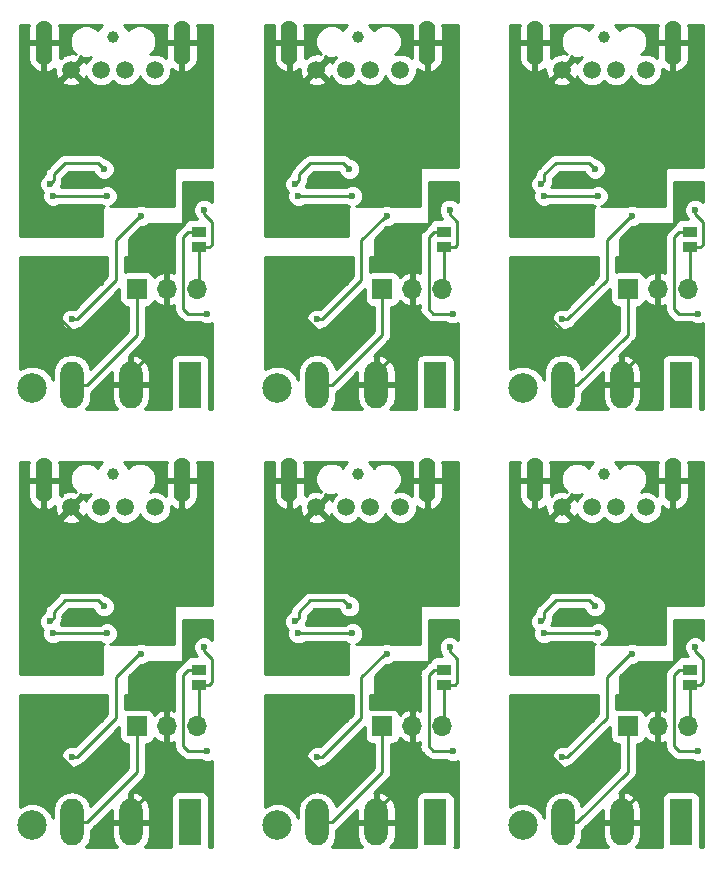
<source format=gbl>
%MOIN*%
%OFA0B0*%
%FSLAX46Y46*%
%IPPOS*%
%LPD*%
%ADD10R,0.077952755905511817X0.15590551181102363*%
%ADD11O,0.077952755905511817X0.15590551181102363*%
%ADD12R,0.05X0.038188976377952759*%
%ADD13C,0.03937007874015748*%
%ADD14C,0.0984251968503937*%
%ADD15R,0.066929133858267723X0.066929133858267723*%
%ADD16O,0.066929133858267723X0.066929133858267723*%
%ADD17C,0.0591*%
%ADD18O,0.055118110236220472X0.14960629921259844*%
%ADD19C,0.023622047244094488*%
%ADD20C,0.00984251968503937*%
%ADD21C,0.01*%
%ADD32R,0.077952755905511817X0.15590551181102363*%
%ADD33O,0.077952755905511817X0.15590551181102363*%
%ADD34R,0.05X0.038188976377952759*%
%ADD35C,0.03937007874015748*%
%ADD36C,0.0984251968503937*%
%ADD37R,0.066929133858267723X0.066929133858267723*%
%ADD38O,0.066929133858267723X0.066929133858267723*%
%ADD39C,0.0591*%
%ADD40O,0.055118110236220472X0.14960629921259844*%
%ADD41C,0.023622047244094488*%
%ADD42C,0.00984251968503937*%
%ADD43C,0.01*%
%ADD54R,0.077952755905511817X0.15590551181102363*%
%ADD55O,0.077952755905511817X0.15590551181102363*%
%ADD56R,0.05X0.038188976377952759*%
%ADD57C,0.03937007874015748*%
%ADD58C,0.0984251968503937*%
%ADD59R,0.066929133858267723X0.066929133858267723*%
%ADD60O,0.066929133858267723X0.066929133858267723*%
%ADD61C,0.0591*%
%ADD62O,0.055118110236220472X0.14960629921259844*%
%ADD63C,0.023622047244094488*%
%ADD64C,0.00984251968503937*%
%ADD65C,0.01*%
%ADD76R,0.077952755905511817X0.15590551181102363*%
%ADD77O,0.077952755905511817X0.15590551181102363*%
%ADD78R,0.05X0.038188976377952759*%
%ADD79C,0.03937007874015748*%
%ADD80C,0.0984251968503937*%
%ADD81R,0.066929133858267723X0.066929133858267723*%
%ADD82O,0.066929133858267723X0.066929133858267723*%
%ADD83C,0.0591*%
%ADD84O,0.055118110236220472X0.14960629921259844*%
%ADD85C,0.023622047244094488*%
%ADD86C,0.00984251968503937*%
%ADD87C,0.01*%
%ADD98R,0.077952755905511817X0.15590551181102363*%
%ADD99O,0.077952755905511817X0.15590551181102363*%
%ADD100R,0.05X0.038188976377952759*%
%ADD101C,0.03937007874015748*%
%ADD102C,0.0984251968503937*%
%ADD103R,0.066929133858267723X0.066929133858267723*%
%ADD104O,0.066929133858267723X0.066929133858267723*%
%ADD105C,0.0591*%
%ADD106O,0.055118110236220472X0.14960629921259844*%
%ADD107C,0.023622047244094488*%
%ADD108C,0.00984251968503937*%
%ADD109C,0.01*%
%ADD120R,0.077952755905511817X0.15590551181102363*%
%ADD121O,0.077952755905511817X0.15590551181102363*%
%ADD122R,0.05X0.038188976377952759*%
%ADD123C,0.03937007874015748*%
%ADD124C,0.0984251968503937*%
%ADD125R,0.066929133858267723X0.066929133858267723*%
%ADD126O,0.066929133858267723X0.066929133858267723*%
%ADD127C,0.0591*%
%ADD128O,0.055118110236220472X0.14960629921259844*%
%ADD129C,0.023622047244094488*%
%ADD130C,0.00984251968503937*%
%ADD131C,0.01*%
%LPD*%
G01*
D10*
X0000818110Y0002798110D02*
X0001414960Y0001568109D03*
D11*
X0001218110Y0001568109D03*
X0001021258Y0001568109D03*
D12*
X0001444110Y0002026913D03*
X0001444110Y0002077306D03*
D13*
X0001158110Y0002728110D03*
D14*
X0000888110Y0001558110D03*
D15*
X0001238110Y0001888110D03*
D16*
X0001338110Y0001888110D03*
X0001438110Y0001888110D03*
D17*
X0001298144Y0002618026D03*
X0001198144Y0002618026D03*
X0001118144Y0002618026D03*
X0001018143Y0002618026D03*
D18*
X0001388110Y0002708110D03*
X0000928110Y0002708110D03*
D19*
X0001288109Y0002388110D03*
X0000968110Y0002398110D03*
X0001098110Y0002238110D03*
X0001244110Y0002274110D03*
X0000958110Y0002198110D03*
X0001138110Y0002198110D03*
X0001128110Y0002288110D03*
X0000948110Y0002238110D03*
X0001118110Y0001908110D03*
X0001114110Y0001674110D03*
X0001294109Y0002064110D03*
X0001462110Y0002152110D03*
X0001472110Y0001806110D03*
X0001252110Y0002130110D03*
X0001020300Y0001786300D03*
D20*
X0000988594Y0002418594D02*
X0000968110Y0002398110D01*
X0001018143Y0002618026D02*
X0000988594Y0002588476D01*
X0000988594Y0002588476D02*
X0000988594Y0002418594D01*
X0001104330Y0002244330D02*
X0001098110Y0002238110D01*
X0001248110Y0002256141D02*
X0001236299Y0002244330D01*
X0001236299Y0002244330D02*
X0001104330Y0002244330D01*
X0001138110Y0002198110D02*
X0000958110Y0002198110D01*
X0001108110Y0002308110D02*
X0001128110Y0002288110D01*
X0000998110Y0002308110D02*
X0001108110Y0002308110D01*
X0000959921Y0002269921D02*
X0000998110Y0002308110D01*
X0000948110Y0002238110D02*
X0000959921Y0002249921D01*
X0000959921Y0002249921D02*
X0000959921Y0002269921D01*
X0001218110Y0001607086D02*
X0001338110Y0001727086D01*
X0001218110Y0001568109D02*
X0001218110Y0001607086D01*
X0001338110Y0001727086D02*
X0001338110Y0001840784D01*
X0001338110Y0001840784D02*
X0001338110Y0001888110D01*
X0001114110Y0001904110D02*
X0001118110Y0001908110D01*
X0001012110Y0001904110D02*
X0001114110Y0001904110D01*
X0000946110Y0001838110D02*
X0001012110Y0001904110D01*
X0000946110Y0001825406D02*
X0000946110Y0001838110D01*
X0001114110Y0001674110D02*
X0001097406Y0001674110D01*
X0001097406Y0001674110D02*
X0000946110Y0001825406D01*
X0001296110Y0002066110D02*
X0001294109Y0002064110D01*
X0001310110Y0002066110D02*
X0001296110Y0002066110D01*
X0001310110Y0001963436D02*
X0001310110Y0002066110D01*
X0001338110Y0001888110D02*
X0001338110Y0001935435D01*
X0001338110Y0001935435D02*
X0001310110Y0001963436D01*
X0001462110Y0002138110D02*
X0001462110Y0002152110D01*
X0001488109Y0002112110D02*
X0001462110Y0002138110D01*
X0001488109Y0002036070D02*
X0001488109Y0002112110D01*
X0001444110Y0002026913D02*
X0001478952Y0002026913D01*
X0001478952Y0002026913D02*
X0001488109Y0002036070D01*
X0001444110Y0002026913D02*
X0001444110Y0001894110D01*
X0001444110Y0001894110D02*
X0001438110Y0001888110D01*
X0001408110Y0001806110D02*
X0001472110Y0001806110D01*
X0001391850Y0001822370D02*
X0001408110Y0001806110D01*
X0001409267Y0002077306D02*
X0001391850Y0002059889D01*
X0001444110Y0002077306D02*
X0001409267Y0002077306D01*
X0001391850Y0002059889D02*
X0001391850Y0001822370D01*
X0001248110Y0002126110D02*
X0001252110Y0002130110D01*
X0001242110Y0002126110D02*
X0001248110Y0002126110D01*
X0001168110Y0002052109D02*
X0001242110Y0002126110D01*
X0001168110Y0001917406D02*
X0001168110Y0002052109D01*
X0001020300Y0001786300D02*
X0001037004Y0001786300D01*
X0001037004Y0001786300D02*
X0001168110Y0001917406D01*
X0001238110Y0001736141D02*
X0001070078Y0001568109D01*
X0001238110Y0001888110D02*
X0001238110Y0001736141D01*
X0001070078Y0001568109D02*
X0001021258Y0001568109D01*
D21*
G36*
X0001489488Y0002176345D02*
X0001482783Y0002183050D01*
X0001469369Y0002188606D01*
X0001454850Y0002188606D01*
X0001441436Y0002183050D01*
X0001431170Y0002172783D01*
X0001425614Y0002159369D01*
X0001425614Y0002144850D01*
X0001431170Y0002131436D01*
X0001433768Y0002128839D01*
X0001434221Y0002126558D01*
X0001437553Y0002121570D01*
X0001419110Y0002121570D01*
X0001409478Y0002119654D01*
X0001401313Y0002114198D01*
X0001395857Y0002106033D01*
X0001395380Y0002103635D01*
X0001387922Y0002098651D01*
X0001386271Y0002096178D01*
X0001372977Y0002082885D01*
X0001370505Y0002081233D01*
X0001363961Y0002071441D01*
X0001362244Y0002062805D01*
X0001362244Y0002062805D01*
X0001361664Y0002059889D01*
X0001362244Y0002056973D01*
X0001362244Y0001940684D01*
X0001352161Y0001944861D01*
X0001343109Y0001940084D01*
X0001343109Y0001893110D01*
X0001343897Y0001893110D01*
X0001343897Y0001883110D01*
X0001343109Y0001883110D01*
X0001343109Y0001836135D01*
X0001352161Y0001831359D01*
X0001362244Y0001835535D01*
X0001362244Y0001825284D01*
X0001361664Y0001822370D01*
X0001363961Y0001810818D01*
X0001367733Y0001805173D01*
X0001370505Y0001801025D01*
X0001372977Y0001799373D01*
X0001385113Y0001787237D01*
X0001386765Y0001784765D01*
X0001396558Y0001778221D01*
X0001405194Y0001776503D01*
X0001405194Y0001776503D01*
X0001408110Y0001775923D01*
X0001411025Y0001776503D01*
X0001450103Y0001776503D01*
X0001451436Y0001775170D01*
X0001464850Y0001769614D01*
X0001479368Y0001769614D01*
X0001489488Y0001773805D01*
X0001489488Y0001486732D01*
X0001478424Y0001486732D01*
X0001479105Y0001490156D01*
X0001479105Y0001646061D01*
X0001477189Y0001655694D01*
X0001471733Y0001663859D01*
X0001463568Y0001669315D01*
X0001453937Y0001671231D01*
X0001375984Y0001671231D01*
X0001366352Y0001669315D01*
X0001358187Y0001663859D01*
X0001352731Y0001655694D01*
X0001350815Y0001646061D01*
X0001350815Y0001490156D01*
X0001351496Y0001486732D01*
X0001264830Y0001486732D01*
X0001275303Y0001500031D01*
X0001282086Y0001524133D01*
X0001282086Y0001563110D01*
X0001223110Y0001563110D01*
X0001223110Y0001562322D01*
X0001213110Y0001562322D01*
X0001213110Y0001563110D01*
X0001154133Y0001563110D01*
X0001154133Y0001524133D01*
X0001160917Y0001500031D01*
X0001171389Y0001486732D01*
X0001069492Y0001486732D01*
X0001081227Y0001504294D01*
X0001084921Y0001522863D01*
X0001084921Y0001542420D01*
X0001091423Y0001546765D01*
X0001093075Y0001549237D01*
X0001154133Y0001610294D01*
X0001154133Y0001573109D01*
X0001213110Y0001573109D01*
X0001213110Y0001664595D01*
X0001223110Y0001664595D01*
X0001223110Y0001573109D01*
X0001282086Y0001573109D01*
X0001282086Y0001612086D01*
X0001275303Y0001636188D01*
X0001259812Y0001655860D01*
X0001237973Y0001668106D01*
X0001233026Y0001669299D01*
X0001223110Y0001664595D01*
X0001213110Y0001664595D01*
X0001209938Y0001666100D01*
X0001256983Y0001713145D01*
X0001259455Y0001714796D01*
X0001261105Y0001717268D01*
X0001261105Y0001717268D01*
X0001262754Y0001719733D01*
X0001265997Y0001724589D01*
X0001267716Y0001733225D01*
X0001267716Y0001733225D01*
X0001268296Y0001736141D01*
X0001267716Y0001739057D01*
X0001267716Y0001829476D01*
X0001271574Y0001829476D01*
X0001281206Y0001831392D01*
X0001289370Y0001836848D01*
X0001294826Y0001845013D01*
X0001295662Y0001849212D01*
X0001307916Y0001838045D01*
X0001324059Y0001831359D01*
X0001333110Y0001836135D01*
X0001333110Y0001883110D01*
X0001332321Y0001883110D01*
X0001332321Y0001893110D01*
X0001333110Y0001893110D01*
X0001333110Y0001940084D01*
X0001324059Y0001944861D01*
X0001307916Y0001938174D01*
X0001295662Y0001927007D01*
X0001294826Y0001931206D01*
X0001289370Y0001939371D01*
X0001281206Y0001944827D01*
X0001271574Y0001946743D01*
X0001204645Y0001946743D01*
X0001197716Y0001945365D01*
X0001197716Y0001993110D01*
X0001208110Y0001993110D01*
X0001210023Y0001993490D01*
X0001211645Y0001994574D01*
X0001212729Y0001996196D01*
X0001213110Y0001998110D01*
X0001213110Y0002055240D01*
X0001251483Y0002093614D01*
X0001259369Y0002093614D01*
X0001272782Y0002099170D01*
X0001276722Y0002103110D01*
X0001388110Y0002103110D01*
X0001390023Y0002103490D01*
X0001391645Y0002104574D01*
X0001392729Y0002106196D01*
X0001393110Y0002108110D01*
X0001393110Y0002243110D01*
X0001489488Y0002243110D01*
X0001489488Y0002176345D01*
X0001489488Y0002176345D01*
G37*
X0001489488Y0002176345D02*
X0001482783Y0002183050D01*
X0001469369Y0002188606D01*
X0001454850Y0002188606D01*
X0001441436Y0002183050D01*
X0001431170Y0002172783D01*
X0001425614Y0002159369D01*
X0001425614Y0002144850D01*
X0001431170Y0002131436D01*
X0001433768Y0002128839D01*
X0001434221Y0002126558D01*
X0001437553Y0002121570D01*
X0001419110Y0002121570D01*
X0001409478Y0002119654D01*
X0001401313Y0002114198D01*
X0001395857Y0002106033D01*
X0001395380Y0002103635D01*
X0001387922Y0002098651D01*
X0001386271Y0002096178D01*
X0001372977Y0002082885D01*
X0001370505Y0002081233D01*
X0001363961Y0002071441D01*
X0001362244Y0002062805D01*
X0001362244Y0002062805D01*
X0001361664Y0002059889D01*
X0001362244Y0002056973D01*
X0001362244Y0001940684D01*
X0001352161Y0001944861D01*
X0001343109Y0001940084D01*
X0001343109Y0001893110D01*
X0001343897Y0001893110D01*
X0001343897Y0001883110D01*
X0001343109Y0001883110D01*
X0001343109Y0001836135D01*
X0001352161Y0001831359D01*
X0001362244Y0001835535D01*
X0001362244Y0001825284D01*
X0001361664Y0001822370D01*
X0001363961Y0001810818D01*
X0001367733Y0001805173D01*
X0001370505Y0001801025D01*
X0001372977Y0001799373D01*
X0001385113Y0001787237D01*
X0001386765Y0001784765D01*
X0001396558Y0001778221D01*
X0001405194Y0001776503D01*
X0001405194Y0001776503D01*
X0001408110Y0001775923D01*
X0001411025Y0001776503D01*
X0001450103Y0001776503D01*
X0001451436Y0001775170D01*
X0001464850Y0001769614D01*
X0001479368Y0001769614D01*
X0001489488Y0001773805D01*
X0001489488Y0001486732D01*
X0001478424Y0001486732D01*
X0001479105Y0001490156D01*
X0001479105Y0001646061D01*
X0001477189Y0001655694D01*
X0001471733Y0001663859D01*
X0001463568Y0001669315D01*
X0001453937Y0001671231D01*
X0001375984Y0001671231D01*
X0001366352Y0001669315D01*
X0001358187Y0001663859D01*
X0001352731Y0001655694D01*
X0001350815Y0001646061D01*
X0001350815Y0001490156D01*
X0001351496Y0001486732D01*
X0001264830Y0001486732D01*
X0001275303Y0001500031D01*
X0001282086Y0001524133D01*
X0001282086Y0001563110D01*
X0001223110Y0001563110D01*
X0001223110Y0001562322D01*
X0001213110Y0001562322D01*
X0001213110Y0001563110D01*
X0001154133Y0001563110D01*
X0001154133Y0001524133D01*
X0001160917Y0001500031D01*
X0001171389Y0001486732D01*
X0001069492Y0001486732D01*
X0001081227Y0001504294D01*
X0001084921Y0001522863D01*
X0001084921Y0001542420D01*
X0001091423Y0001546765D01*
X0001093075Y0001549237D01*
X0001154133Y0001610294D01*
X0001154133Y0001573109D01*
X0001213110Y0001573109D01*
X0001213110Y0001664595D01*
X0001223110Y0001664595D01*
X0001223110Y0001573109D01*
X0001282086Y0001573109D01*
X0001282086Y0001612086D01*
X0001275303Y0001636188D01*
X0001259812Y0001655860D01*
X0001237973Y0001668106D01*
X0001233026Y0001669299D01*
X0001223110Y0001664595D01*
X0001213110Y0001664595D01*
X0001209938Y0001666100D01*
X0001256983Y0001713145D01*
X0001259455Y0001714796D01*
X0001261105Y0001717268D01*
X0001261105Y0001717268D01*
X0001262754Y0001719733D01*
X0001265997Y0001724589D01*
X0001267716Y0001733225D01*
X0001267716Y0001733225D01*
X0001268296Y0001736141D01*
X0001267716Y0001739057D01*
X0001267716Y0001829476D01*
X0001271574Y0001829476D01*
X0001281206Y0001831392D01*
X0001289370Y0001836848D01*
X0001294826Y0001845013D01*
X0001295662Y0001849212D01*
X0001307916Y0001838045D01*
X0001324059Y0001831359D01*
X0001333110Y0001836135D01*
X0001333110Y0001883110D01*
X0001332321Y0001883110D01*
X0001332321Y0001893110D01*
X0001333110Y0001893110D01*
X0001333110Y0001940084D01*
X0001324059Y0001944861D01*
X0001307916Y0001938174D01*
X0001295662Y0001927007D01*
X0001294826Y0001931206D01*
X0001289370Y0001939371D01*
X0001281206Y0001944827D01*
X0001271574Y0001946743D01*
X0001204645Y0001946743D01*
X0001197716Y0001945365D01*
X0001197716Y0001993110D01*
X0001208110Y0001993110D01*
X0001210023Y0001993490D01*
X0001211645Y0001994574D01*
X0001212729Y0001996196D01*
X0001213110Y0001998110D01*
X0001213110Y0002055240D01*
X0001251483Y0002093614D01*
X0001259369Y0002093614D01*
X0001272782Y0002099170D01*
X0001276722Y0002103110D01*
X0001388110Y0002103110D01*
X0001390023Y0002103490D01*
X0001391645Y0002104574D01*
X0001392729Y0002106196D01*
X0001393110Y0002108110D01*
X0001393110Y0002243110D01*
X0001489488Y0002243110D01*
X0001489488Y0002176345D01*
G36*
X0001138503Y0001929669D02*
X0001030438Y0001821604D01*
X0001027560Y0001822797D01*
X0001013041Y0001822797D01*
X0000999627Y0001817240D01*
X0000989361Y0001806974D01*
X0000983805Y0001793560D01*
X0000983805Y0001779040D01*
X0000989361Y0001765627D01*
X0000999627Y0001755361D01*
X0001013041Y0001749804D01*
X0001027560Y0001749804D01*
X0001040974Y0001755361D01*
X0001042899Y0001757287D01*
X0001048556Y0001758412D01*
X0001058349Y0001764956D01*
X0001060001Y0001767428D01*
X0001179477Y0001886904D01*
X0001179477Y0001854645D01*
X0001181392Y0001845013D01*
X0001186848Y0001836848D01*
X0001195014Y0001831392D01*
X0001204645Y0001829476D01*
X0001208503Y0001829476D01*
X0001208503Y0001748405D01*
X0001083018Y0001622919D01*
X0001081227Y0001631925D01*
X0001067157Y0001652983D01*
X0001046098Y0001667054D01*
X0001021258Y0001671995D01*
X0000996419Y0001667054D01*
X0000975362Y0001652983D01*
X0000961292Y0001631925D01*
X0000957598Y0001613356D01*
X0000957598Y0001583454D01*
X0000950757Y0001599969D01*
X0000929969Y0001620757D01*
X0000902809Y0001632007D01*
X0000873410Y0001632007D01*
X0000846732Y0001620957D01*
X0000846732Y0001993110D01*
X0001138503Y0001993110D01*
X0001138503Y0001929669D01*
X0001138503Y0001929669D01*
G37*
X0001138503Y0001929669D02*
X0001030438Y0001821604D01*
X0001027560Y0001822797D01*
X0001013041Y0001822797D01*
X0000999627Y0001817240D01*
X0000989361Y0001806974D01*
X0000983805Y0001793560D01*
X0000983805Y0001779040D01*
X0000989361Y0001765627D01*
X0000999627Y0001755361D01*
X0001013041Y0001749804D01*
X0001027560Y0001749804D01*
X0001040974Y0001755361D01*
X0001042899Y0001757287D01*
X0001048556Y0001758412D01*
X0001058349Y0001764956D01*
X0001060001Y0001767428D01*
X0001179477Y0001886904D01*
X0001179477Y0001854645D01*
X0001181392Y0001845013D01*
X0001186848Y0001836848D01*
X0001195014Y0001831392D01*
X0001204645Y0001829476D01*
X0001208503Y0001829476D01*
X0001208503Y0001748405D01*
X0001083018Y0001622919D01*
X0001081227Y0001631925D01*
X0001067157Y0001652983D01*
X0001046098Y0001667054D01*
X0001021258Y0001671995D01*
X0000996419Y0001667054D01*
X0000975362Y0001652983D01*
X0000961292Y0001631925D01*
X0000957598Y0001613356D01*
X0000957598Y0001583454D01*
X0000950757Y0001599969D01*
X0000929969Y0001620757D01*
X0000902809Y0001632007D01*
X0000873410Y0001632007D01*
X0000846732Y0001620957D01*
X0000846732Y0001993110D01*
X0001138503Y0001993110D01*
X0001138503Y0001929669D01*
G36*
X0000875551Y0002760354D02*
X0000875551Y0002713110D01*
X0000923109Y0002713110D01*
X0000923109Y0002713897D01*
X0000933110Y0002713897D01*
X0000933110Y0002713110D01*
X0000980669Y0002713110D01*
X0000980669Y0002760354D01*
X0000977931Y0002769488D01*
X0001121706Y0002769488D01*
X0001111483Y0002759265D01*
X0001107716Y0002750171D01*
X0001098819Y0002759069D01*
X0001078893Y0002767322D01*
X0001057326Y0002767322D01*
X0001037401Y0002759069D01*
X0001022151Y0002743819D01*
X0001013897Y0002723893D01*
X0001013897Y0002702326D01*
X0001022151Y0002682401D01*
X0001034414Y0002670138D01*
X0001026213Y0002673056D01*
X0001004540Y0002671956D01*
X0000989629Y0002665779D01*
X0000986950Y0002656291D01*
X0000982420Y0002660821D01*
X0000980669Y0002659070D01*
X0000980669Y0002703109D01*
X0000933110Y0002703109D01*
X0000933110Y0002614827D01*
X0000941233Y0002609971D01*
X0000943603Y0002610394D01*
X0000961739Y0002620165D01*
X0000963316Y0002622100D01*
X0000964214Y0002604422D01*
X0000970390Y0002589512D01*
X0000979879Y0002586832D01*
X0001011073Y0002618026D01*
X0001010516Y0002618583D01*
X0001017587Y0002625653D01*
X0001018143Y0002625096D01*
X0001049337Y0002656291D01*
X0001047446Y0002662989D01*
X0001057326Y0002658897D01*
X0001078893Y0002658897D01*
X0001084734Y0002661316D01*
X0001072165Y0002648748D01*
X0001068574Y0002640077D01*
X0001065897Y0002646541D01*
X0001056409Y0002649220D01*
X0001025215Y0002618026D01*
X0001056409Y0002586832D01*
X0001065897Y0002589512D01*
X0001068371Y0002596464D01*
X0001072165Y0002587305D01*
X0001087422Y0002572048D01*
X0001107356Y0002563791D01*
X0001128932Y0002563791D01*
X0001148865Y0002572048D01*
X0001158144Y0002581326D01*
X0001167422Y0002572048D01*
X0001187356Y0002563791D01*
X0001208932Y0002563791D01*
X0001228865Y0002572048D01*
X0001244122Y0002587305D01*
X0001248144Y0002597014D01*
X0001252165Y0002587305D01*
X0001267422Y0002572048D01*
X0001287356Y0002563791D01*
X0001308932Y0002563791D01*
X0001328865Y0002572048D01*
X0001344121Y0002587305D01*
X0001352379Y0002607238D01*
X0001352379Y0002622744D01*
X0001354480Y0002620165D01*
X0001372616Y0002610394D01*
X0001374987Y0002609971D01*
X0001383110Y0002614827D01*
X0001383110Y0002703109D01*
X0001393110Y0002703109D01*
X0001393110Y0002614827D01*
X0001401233Y0002609971D01*
X0001403604Y0002610394D01*
X0001421739Y0002620165D01*
X0001434755Y0002636133D01*
X0001440669Y0002655866D01*
X0001440669Y0002703109D01*
X0001393110Y0002703109D01*
X0001383110Y0002703109D01*
X0001335551Y0002703109D01*
X0001335551Y0002657319D01*
X0001328865Y0002664004D01*
X0001308932Y0002672261D01*
X0001287356Y0002672261D01*
X0001281507Y0002669839D01*
X0001294069Y0002682401D01*
X0001302321Y0002702326D01*
X0001302321Y0002723893D01*
X0001294069Y0002743819D01*
X0001278819Y0002759069D01*
X0001258893Y0002767322D01*
X0001237326Y0002767322D01*
X0001217401Y0002759069D01*
X0001208503Y0002750171D01*
X0001204737Y0002759265D01*
X0001194514Y0002769488D01*
X0001338287Y0002769488D01*
X0001335551Y0002760354D01*
X0001335551Y0002713110D01*
X0001383110Y0002713110D01*
X0001383110Y0002713897D01*
X0001393110Y0002713897D01*
X0001393110Y0002713110D01*
X0001440669Y0002713110D01*
X0001440669Y0002760354D01*
X0001437931Y0002769488D01*
X0001489488Y0002769488D01*
X0001489488Y0002293110D01*
X0001368110Y0002293110D01*
X0001366196Y0002292729D01*
X0001364574Y0002291645D01*
X0001363490Y0002290023D01*
X0001363110Y0002288110D01*
X0001363110Y0002163110D01*
X0001267810Y0002163110D01*
X0001259369Y0002166606D01*
X0001244850Y0002166606D01*
X0001236410Y0002163110D01*
X0001148981Y0002163110D01*
X0001158783Y0002167170D01*
X0001169050Y0002177436D01*
X0001174606Y0002190850D01*
X0001174606Y0002205369D01*
X0001169050Y0002218783D01*
X0001158783Y0002229050D01*
X0001145369Y0002234606D01*
X0001130850Y0002234606D01*
X0001117436Y0002229050D01*
X0001116103Y0002227716D01*
X0000983308Y0002227716D01*
X0000984606Y0002230850D01*
X0000984606Y0002233575D01*
X0000987809Y0002238369D01*
X0000989527Y0002247005D01*
X0000989527Y0002247005D01*
X0000990107Y0002249921D01*
X0000989527Y0002252836D01*
X0000989527Y0002257657D01*
X0001010373Y0002278503D01*
X0001092586Y0002278503D01*
X0001097170Y0002267436D01*
X0001107436Y0002257170D01*
X0001120850Y0002251614D01*
X0001135369Y0002251614D01*
X0001148783Y0002257170D01*
X0001159050Y0002267436D01*
X0001164606Y0002280850D01*
X0001164606Y0002295369D01*
X0001159050Y0002308783D01*
X0001148783Y0002319050D01*
X0001135369Y0002324606D01*
X0001133483Y0002324606D01*
X0001131106Y0002326983D01*
X0001129455Y0002329455D01*
X0001119662Y0002335998D01*
X0001111026Y0002337716D01*
X0001111025Y0002337716D01*
X0001108110Y0002338296D01*
X0001105194Y0002337716D01*
X0001001025Y0002337716D01*
X0000998110Y0002338296D01*
X0000995194Y0002337716D01*
X0000995194Y0002337716D01*
X0000986558Y0002335998D01*
X0000979237Y0002331106D01*
X0000979237Y0002331106D01*
X0000976765Y0002329455D01*
X0000975112Y0002326983D01*
X0000941048Y0002292917D01*
X0000938576Y0002291266D01*
X0000932032Y0002281472D01*
X0000930314Y0002272837D01*
X0000930314Y0002272836D01*
X0000929752Y0002270009D01*
X0000927435Y0002269050D01*
X0000917170Y0002258783D01*
X0000911614Y0002245369D01*
X0000911614Y0002230850D01*
X0000917170Y0002217436D01*
X0000923846Y0002210760D01*
X0000921614Y0002205369D01*
X0000921614Y0002190850D01*
X0000927170Y0002177436D01*
X0000937436Y0002167170D01*
X0000950850Y0002161614D01*
X0000965369Y0002161614D01*
X0000978783Y0002167170D01*
X0000980117Y0002168503D01*
X0001116103Y0002168503D01*
X0001117436Y0002167170D01*
X0001127521Y0002162993D01*
X0001126196Y0002162729D01*
X0001124574Y0002161645D01*
X0001123490Y0002160023D01*
X0001123110Y0002158110D01*
X0001123110Y0002063110D01*
X0000846732Y0002063110D01*
X0000846732Y0002579761D01*
X0000986950Y0002579761D01*
X0000989629Y0002570273D01*
X0001010073Y0002562996D01*
X0001031747Y0002564097D01*
X0001046658Y0002570273D01*
X0001049337Y0002579761D01*
X0001018143Y0002610955D01*
X0000986950Y0002579761D01*
X0000846732Y0002579761D01*
X0000846732Y0002703109D01*
X0000875551Y0002703109D01*
X0000875551Y0002655866D01*
X0000881465Y0002636133D01*
X0000894480Y0002620165D01*
X0000912616Y0002610394D01*
X0000914987Y0002609971D01*
X0000923109Y0002614827D01*
X0000923109Y0002703109D01*
X0000875551Y0002703109D01*
X0000846732Y0002703109D01*
X0000846732Y0002769488D01*
X0000878288Y0002769488D01*
X0000875551Y0002760354D01*
X0000875551Y0002760354D01*
G37*
X0000875551Y0002760354D02*
X0000875551Y0002713110D01*
X0000923109Y0002713110D01*
X0000923109Y0002713897D01*
X0000933110Y0002713897D01*
X0000933110Y0002713110D01*
X0000980669Y0002713110D01*
X0000980669Y0002760354D01*
X0000977931Y0002769488D01*
X0001121706Y0002769488D01*
X0001111483Y0002759265D01*
X0001107716Y0002750171D01*
X0001098819Y0002759069D01*
X0001078893Y0002767322D01*
X0001057326Y0002767322D01*
X0001037401Y0002759069D01*
X0001022151Y0002743819D01*
X0001013897Y0002723893D01*
X0001013897Y0002702326D01*
X0001022151Y0002682401D01*
X0001034414Y0002670138D01*
X0001026213Y0002673056D01*
X0001004540Y0002671956D01*
X0000989629Y0002665779D01*
X0000986950Y0002656291D01*
X0000982420Y0002660821D01*
X0000980669Y0002659070D01*
X0000980669Y0002703109D01*
X0000933110Y0002703109D01*
X0000933110Y0002614827D01*
X0000941233Y0002609971D01*
X0000943603Y0002610394D01*
X0000961739Y0002620165D01*
X0000963316Y0002622100D01*
X0000964214Y0002604422D01*
X0000970390Y0002589512D01*
X0000979879Y0002586832D01*
X0001011073Y0002618026D01*
X0001010516Y0002618583D01*
X0001017587Y0002625653D01*
X0001018143Y0002625096D01*
X0001049337Y0002656291D01*
X0001047446Y0002662989D01*
X0001057326Y0002658897D01*
X0001078893Y0002658897D01*
X0001084734Y0002661316D01*
X0001072165Y0002648748D01*
X0001068574Y0002640077D01*
X0001065897Y0002646541D01*
X0001056409Y0002649220D01*
X0001025215Y0002618026D01*
X0001056409Y0002586832D01*
X0001065897Y0002589512D01*
X0001068371Y0002596464D01*
X0001072165Y0002587305D01*
X0001087422Y0002572048D01*
X0001107356Y0002563791D01*
X0001128932Y0002563791D01*
X0001148865Y0002572048D01*
X0001158144Y0002581326D01*
X0001167422Y0002572048D01*
X0001187356Y0002563791D01*
X0001208932Y0002563791D01*
X0001228865Y0002572048D01*
X0001244122Y0002587305D01*
X0001248144Y0002597014D01*
X0001252165Y0002587305D01*
X0001267422Y0002572048D01*
X0001287356Y0002563791D01*
X0001308932Y0002563791D01*
X0001328865Y0002572048D01*
X0001344121Y0002587305D01*
X0001352379Y0002607238D01*
X0001352379Y0002622744D01*
X0001354480Y0002620165D01*
X0001372616Y0002610394D01*
X0001374987Y0002609971D01*
X0001383110Y0002614827D01*
X0001383110Y0002703109D01*
X0001393110Y0002703109D01*
X0001393110Y0002614827D01*
X0001401233Y0002609971D01*
X0001403604Y0002610394D01*
X0001421739Y0002620165D01*
X0001434755Y0002636133D01*
X0001440669Y0002655866D01*
X0001440669Y0002703109D01*
X0001393110Y0002703109D01*
X0001383110Y0002703109D01*
X0001335551Y0002703109D01*
X0001335551Y0002657319D01*
X0001328865Y0002664004D01*
X0001308932Y0002672261D01*
X0001287356Y0002672261D01*
X0001281507Y0002669839D01*
X0001294069Y0002682401D01*
X0001302321Y0002702326D01*
X0001302321Y0002723893D01*
X0001294069Y0002743819D01*
X0001278819Y0002759069D01*
X0001258893Y0002767322D01*
X0001237326Y0002767322D01*
X0001217401Y0002759069D01*
X0001208503Y0002750171D01*
X0001204737Y0002759265D01*
X0001194514Y0002769488D01*
X0001338287Y0002769488D01*
X0001335551Y0002760354D01*
X0001335551Y0002713110D01*
X0001383110Y0002713110D01*
X0001383110Y0002713897D01*
X0001393110Y0002713897D01*
X0001393110Y0002713110D01*
X0001440669Y0002713110D01*
X0001440669Y0002760354D01*
X0001437931Y0002769488D01*
X0001489488Y0002769488D01*
X0001489488Y0002293110D01*
X0001368110Y0002293110D01*
X0001366196Y0002292729D01*
X0001364574Y0002291645D01*
X0001363490Y0002290023D01*
X0001363110Y0002288110D01*
X0001363110Y0002163110D01*
X0001267810Y0002163110D01*
X0001259369Y0002166606D01*
X0001244850Y0002166606D01*
X0001236410Y0002163110D01*
X0001148981Y0002163110D01*
X0001158783Y0002167170D01*
X0001169050Y0002177436D01*
X0001174606Y0002190850D01*
X0001174606Y0002205369D01*
X0001169050Y0002218783D01*
X0001158783Y0002229050D01*
X0001145369Y0002234606D01*
X0001130850Y0002234606D01*
X0001117436Y0002229050D01*
X0001116103Y0002227716D01*
X0000983308Y0002227716D01*
X0000984606Y0002230850D01*
X0000984606Y0002233575D01*
X0000987809Y0002238369D01*
X0000989527Y0002247005D01*
X0000989527Y0002247005D01*
X0000990107Y0002249921D01*
X0000989527Y0002252836D01*
X0000989527Y0002257657D01*
X0001010373Y0002278503D01*
X0001092586Y0002278503D01*
X0001097170Y0002267436D01*
X0001107436Y0002257170D01*
X0001120850Y0002251614D01*
X0001135369Y0002251614D01*
X0001148783Y0002257170D01*
X0001159050Y0002267436D01*
X0001164606Y0002280850D01*
X0001164606Y0002295369D01*
X0001159050Y0002308783D01*
X0001148783Y0002319050D01*
X0001135369Y0002324606D01*
X0001133483Y0002324606D01*
X0001131106Y0002326983D01*
X0001129455Y0002329455D01*
X0001119662Y0002335998D01*
X0001111026Y0002337716D01*
X0001111025Y0002337716D01*
X0001108110Y0002338296D01*
X0001105194Y0002337716D01*
X0001001025Y0002337716D01*
X0000998110Y0002338296D01*
X0000995194Y0002337716D01*
X0000995194Y0002337716D01*
X0000986558Y0002335998D01*
X0000979237Y0002331106D01*
X0000979237Y0002331106D01*
X0000976765Y0002329455D01*
X0000975112Y0002326983D01*
X0000941048Y0002292917D01*
X0000938576Y0002291266D01*
X0000932032Y0002281472D01*
X0000930314Y0002272837D01*
X0000930314Y0002272836D01*
X0000929752Y0002270009D01*
X0000927435Y0002269050D01*
X0000917170Y0002258783D01*
X0000911614Y0002245369D01*
X0000911614Y0002230850D01*
X0000917170Y0002217436D01*
X0000923846Y0002210760D01*
X0000921614Y0002205369D01*
X0000921614Y0002190850D01*
X0000927170Y0002177436D01*
X0000937436Y0002167170D01*
X0000950850Y0002161614D01*
X0000965369Y0002161614D01*
X0000978783Y0002167170D01*
X0000980117Y0002168503D01*
X0001116103Y0002168503D01*
X0001117436Y0002167170D01*
X0001127521Y0002162993D01*
X0001126196Y0002162729D01*
X0001124574Y0002161645D01*
X0001123490Y0002160023D01*
X0001123110Y0002158110D01*
X0001123110Y0002063110D01*
X0000846732Y0002063110D01*
X0000846732Y0002579761D01*
X0000986950Y0002579761D01*
X0000989629Y0002570273D01*
X0001010073Y0002562996D01*
X0001031747Y0002564097D01*
X0001046658Y0002570273D01*
X0001049337Y0002579761D01*
X0001018143Y0002610955D01*
X0000986950Y0002579761D01*
X0000846732Y0002579761D01*
X0000846732Y0002703109D01*
X0000875551Y0002703109D01*
X0000875551Y0002655866D01*
X0000881465Y0002636133D01*
X0000894480Y0002620165D01*
X0000912616Y0002610394D01*
X0000914987Y0002609971D01*
X0000923109Y0002614827D01*
X0000923109Y0002703109D01*
X0000875551Y0002703109D01*
X0000846732Y0002703109D01*
X0000846732Y0002769488D01*
X0000878288Y0002769488D01*
X0000875551Y0002760354D01*
G01*
D32*
X0001636220Y0002798110D02*
X0002233070Y0001568109D03*
D33*
X0002036220Y0001568109D03*
X0001839370Y0001568109D03*
D34*
X0002262220Y0002026913D03*
X0002262220Y0002077306D03*
D35*
X0001976220Y0002728110D03*
D36*
X0001706220Y0001558110D03*
D37*
X0002056220Y0001888110D03*
D38*
X0002156220Y0001888110D03*
X0002256220Y0001888110D03*
D39*
X0002116254Y0002618026D03*
X0002016254Y0002618026D03*
X0001936254Y0002618026D03*
X0001836254Y0002618026D03*
D40*
X0002206220Y0002708110D03*
X0001746220Y0002708110D03*
D41*
X0002106220Y0002388110D03*
X0001786219Y0002398110D03*
X0001916220Y0002238110D03*
X0002062220Y0002274110D03*
X0001776220Y0002198110D03*
X0001956220Y0002198110D03*
X0001946220Y0002288110D03*
X0001766220Y0002238110D03*
X0001936220Y0001908110D03*
X0001932220Y0001674110D03*
X0002112220Y0002064110D03*
X0002280220Y0002152110D03*
X0002290220Y0001806110D03*
X0002070220Y0002130110D03*
X0001838411Y0001786300D03*
D42*
X0001806704Y0002418594D02*
X0001786219Y0002398110D01*
X0001836254Y0002618026D02*
X0001806704Y0002588476D01*
X0001806704Y0002588476D02*
X0001806704Y0002418594D01*
X0001922441Y0002244330D02*
X0001916220Y0002238110D01*
X0002066220Y0002256141D02*
X0002054409Y0002244330D01*
X0002054409Y0002244330D02*
X0001922441Y0002244330D01*
X0001956220Y0002198110D02*
X0001776220Y0002198110D01*
X0001926220Y0002308110D02*
X0001946220Y0002288110D01*
X0001816219Y0002308110D02*
X0001926220Y0002308110D01*
X0001778031Y0002269921D02*
X0001816219Y0002308110D01*
X0001766220Y0002238110D02*
X0001778031Y0002249921D01*
X0001778031Y0002249921D02*
X0001778031Y0002269921D01*
X0002036220Y0001607086D02*
X0002156220Y0001727086D01*
X0002036220Y0001568109D02*
X0002036220Y0001607086D01*
X0002156220Y0001727086D02*
X0002156220Y0001840784D01*
X0002156220Y0001840784D02*
X0002156220Y0001888110D01*
X0001932220Y0001904110D02*
X0001936220Y0001908110D01*
X0001830220Y0001904110D02*
X0001932220Y0001904110D01*
X0001764220Y0001838110D02*
X0001830220Y0001904110D01*
X0001764220Y0001825406D02*
X0001764220Y0001838110D01*
X0001932220Y0001674110D02*
X0001915517Y0001674110D01*
X0001915517Y0001674110D02*
X0001764220Y0001825406D01*
X0002114220Y0002066110D02*
X0002112220Y0002064110D01*
X0002128220Y0002066110D02*
X0002114220Y0002066110D01*
X0002128220Y0001963436D02*
X0002128220Y0002066110D01*
X0002156220Y0001888110D02*
X0002156220Y0001935435D01*
X0002156220Y0001935435D02*
X0002128220Y0001963436D01*
X0002280220Y0002138110D02*
X0002280220Y0002152110D01*
X0002306220Y0002112110D02*
X0002280220Y0002138110D01*
X0002306220Y0002036070D02*
X0002306220Y0002112110D01*
X0002262220Y0002026913D02*
X0002297063Y0002026913D01*
X0002297063Y0002026913D02*
X0002306220Y0002036070D01*
X0002262220Y0002026913D02*
X0002262220Y0001894110D01*
X0002262220Y0001894110D02*
X0002256220Y0001888110D01*
X0002226220Y0001806110D02*
X0002290220Y0001806110D01*
X0002209960Y0001822370D02*
X0002226220Y0001806110D01*
X0002227377Y0002077306D02*
X0002209960Y0002059889D01*
X0002262220Y0002077306D02*
X0002227377Y0002077306D01*
X0002209960Y0002059889D02*
X0002209960Y0001822370D01*
X0002066220Y0002126110D02*
X0002070220Y0002130110D01*
X0002060220Y0002126110D02*
X0002066220Y0002126110D01*
X0001986220Y0002052109D02*
X0002060220Y0002126110D01*
X0001986220Y0001917406D02*
X0001986220Y0002052109D01*
X0001838411Y0001786300D02*
X0001855113Y0001786300D01*
X0001855113Y0001786300D02*
X0001986220Y0001917406D01*
X0002056220Y0001736141D02*
X0001888189Y0001568109D01*
X0002056220Y0001888110D02*
X0002056220Y0001736141D01*
X0001888189Y0001568109D02*
X0001839370Y0001568109D01*
D43*
G36*
X0002307598Y0002176345D02*
X0002300893Y0002183050D01*
X0002287480Y0002188606D01*
X0002272960Y0002188606D01*
X0002259547Y0002183050D01*
X0002249280Y0002172783D01*
X0002243724Y0002159369D01*
X0002243724Y0002144850D01*
X0002249280Y0002131436D01*
X0002251878Y0002128839D01*
X0002252332Y0002126558D01*
X0002255665Y0002121570D01*
X0002237220Y0002121570D01*
X0002227588Y0002119654D01*
X0002219423Y0002114198D01*
X0002213967Y0002106033D01*
X0002213490Y0002103635D01*
X0002206033Y0002098651D01*
X0002204381Y0002096178D01*
X0002191087Y0002082885D01*
X0002188615Y0002081233D01*
X0002182072Y0002071441D01*
X0002180354Y0002062805D01*
X0002180354Y0002062805D01*
X0002179774Y0002059889D01*
X0002180354Y0002056973D01*
X0002180354Y0001940684D01*
X0002170271Y0001944861D01*
X0002161220Y0001940084D01*
X0002161220Y0001893110D01*
X0002162007Y0001893110D01*
X0002162007Y0001883110D01*
X0002161220Y0001883110D01*
X0002161220Y0001836135D01*
X0002170271Y0001831359D01*
X0002180354Y0001835535D01*
X0002180354Y0001825284D01*
X0002179774Y0001822370D01*
X0002182072Y0001810818D01*
X0002185843Y0001805173D01*
X0002188615Y0001801025D01*
X0002191087Y0001799373D01*
X0002203223Y0001787237D01*
X0002204875Y0001784765D01*
X0002214668Y0001778221D01*
X0002223304Y0001776503D01*
X0002223304Y0001776503D01*
X0002226220Y0001775923D01*
X0002229136Y0001776503D01*
X0002268213Y0001776503D01*
X0002269547Y0001775170D01*
X0002282960Y0001769614D01*
X0002297480Y0001769614D01*
X0002307598Y0001773805D01*
X0002307598Y0001486732D01*
X0002296534Y0001486732D01*
X0002297215Y0001490156D01*
X0002297215Y0001646061D01*
X0002295300Y0001655694D01*
X0002289844Y0001663859D01*
X0002281678Y0001669315D01*
X0002272047Y0001671231D01*
X0002194094Y0001671231D01*
X0002184462Y0001669315D01*
X0002176297Y0001663859D01*
X0002170841Y0001655694D01*
X0002168925Y0001646061D01*
X0002168925Y0001490156D01*
X0002169607Y0001486732D01*
X0002082939Y0001486732D01*
X0002093413Y0001500031D01*
X0002100196Y0001524133D01*
X0002100196Y0001563110D01*
X0002041220Y0001563110D01*
X0002041220Y0001562322D01*
X0002031219Y0001562322D01*
X0002031219Y0001563110D01*
X0001972244Y0001563110D01*
X0001972244Y0001524133D01*
X0001979026Y0001500031D01*
X0001989500Y0001486732D01*
X0001887603Y0001486732D01*
X0001899337Y0001504294D01*
X0001903031Y0001522863D01*
X0001903031Y0001542420D01*
X0001909533Y0001546765D01*
X0001911185Y0001549237D01*
X0001972244Y0001610294D01*
X0001972244Y0001573109D01*
X0002031219Y0001573109D01*
X0002031219Y0001664595D01*
X0002041220Y0001664595D01*
X0002041220Y0001573109D01*
X0002100196Y0001573109D01*
X0002100196Y0001612086D01*
X0002093413Y0001636188D01*
X0002077923Y0001655860D01*
X0002056083Y0001668106D01*
X0002051136Y0001669299D01*
X0002041220Y0001664595D01*
X0002031219Y0001664595D01*
X0002028048Y0001666100D01*
X0002075092Y0001713145D01*
X0002077565Y0001714796D01*
X0002079216Y0001717268D01*
X0002079216Y0001717268D01*
X0002080864Y0001719733D01*
X0002084109Y0001724589D01*
X0002085826Y0001733225D01*
X0002085826Y0001733225D01*
X0002086406Y0001736141D01*
X0002085826Y0001739057D01*
X0002085826Y0001829476D01*
X0002089684Y0001829476D01*
X0002099316Y0001831392D01*
X0002107481Y0001836848D01*
X0002112937Y0001845013D01*
X0002113772Y0001849212D01*
X0002126026Y0001838045D01*
X0002142169Y0001831359D01*
X0002151220Y0001836135D01*
X0002151220Y0001883110D01*
X0002150433Y0001883110D01*
X0002150433Y0001893110D01*
X0002151220Y0001893110D01*
X0002151220Y0001940084D01*
X0002142169Y0001944861D01*
X0002126026Y0001938174D01*
X0002113772Y0001927007D01*
X0002112937Y0001931206D01*
X0002107481Y0001939371D01*
X0002099316Y0001944827D01*
X0002089684Y0001946743D01*
X0002022755Y0001946743D01*
X0002015826Y0001945365D01*
X0002015826Y0001993110D01*
X0002026220Y0001993110D01*
X0002028133Y0001993490D01*
X0002029756Y0001994574D01*
X0002030838Y0001996196D01*
X0002031219Y0001998110D01*
X0002031219Y0002055240D01*
X0002069594Y0002093614D01*
X0002077480Y0002093614D01*
X0002090893Y0002099170D01*
X0002094833Y0002103110D01*
X0002206220Y0002103110D01*
X0002208133Y0002103490D01*
X0002209756Y0002104574D01*
X0002210839Y0002106196D01*
X0002211220Y0002108110D01*
X0002211220Y0002243110D01*
X0002307598Y0002243110D01*
X0002307598Y0002176345D01*
X0002307598Y0002176345D01*
G37*
X0002307598Y0002176345D02*
X0002300893Y0002183050D01*
X0002287480Y0002188606D01*
X0002272960Y0002188606D01*
X0002259547Y0002183050D01*
X0002249280Y0002172783D01*
X0002243724Y0002159369D01*
X0002243724Y0002144850D01*
X0002249280Y0002131436D01*
X0002251878Y0002128839D01*
X0002252332Y0002126558D01*
X0002255665Y0002121570D01*
X0002237220Y0002121570D01*
X0002227588Y0002119654D01*
X0002219423Y0002114198D01*
X0002213967Y0002106033D01*
X0002213490Y0002103635D01*
X0002206033Y0002098651D01*
X0002204381Y0002096178D01*
X0002191087Y0002082885D01*
X0002188615Y0002081233D01*
X0002182072Y0002071441D01*
X0002180354Y0002062805D01*
X0002180354Y0002062805D01*
X0002179774Y0002059889D01*
X0002180354Y0002056973D01*
X0002180354Y0001940684D01*
X0002170271Y0001944861D01*
X0002161220Y0001940084D01*
X0002161220Y0001893110D01*
X0002162007Y0001893110D01*
X0002162007Y0001883110D01*
X0002161220Y0001883110D01*
X0002161220Y0001836135D01*
X0002170271Y0001831359D01*
X0002180354Y0001835535D01*
X0002180354Y0001825284D01*
X0002179774Y0001822370D01*
X0002182072Y0001810818D01*
X0002185843Y0001805173D01*
X0002188615Y0001801025D01*
X0002191087Y0001799373D01*
X0002203223Y0001787237D01*
X0002204875Y0001784765D01*
X0002214668Y0001778221D01*
X0002223304Y0001776503D01*
X0002223304Y0001776503D01*
X0002226220Y0001775923D01*
X0002229136Y0001776503D01*
X0002268213Y0001776503D01*
X0002269547Y0001775170D01*
X0002282960Y0001769614D01*
X0002297480Y0001769614D01*
X0002307598Y0001773805D01*
X0002307598Y0001486732D01*
X0002296534Y0001486732D01*
X0002297215Y0001490156D01*
X0002297215Y0001646061D01*
X0002295300Y0001655694D01*
X0002289844Y0001663859D01*
X0002281678Y0001669315D01*
X0002272047Y0001671231D01*
X0002194094Y0001671231D01*
X0002184462Y0001669315D01*
X0002176297Y0001663859D01*
X0002170841Y0001655694D01*
X0002168925Y0001646061D01*
X0002168925Y0001490156D01*
X0002169607Y0001486732D01*
X0002082939Y0001486732D01*
X0002093413Y0001500031D01*
X0002100196Y0001524133D01*
X0002100196Y0001563110D01*
X0002041220Y0001563110D01*
X0002041220Y0001562322D01*
X0002031219Y0001562322D01*
X0002031219Y0001563110D01*
X0001972244Y0001563110D01*
X0001972244Y0001524133D01*
X0001979026Y0001500031D01*
X0001989500Y0001486732D01*
X0001887603Y0001486732D01*
X0001899337Y0001504294D01*
X0001903031Y0001522863D01*
X0001903031Y0001542420D01*
X0001909533Y0001546765D01*
X0001911185Y0001549237D01*
X0001972244Y0001610294D01*
X0001972244Y0001573109D01*
X0002031219Y0001573109D01*
X0002031219Y0001664595D01*
X0002041220Y0001664595D01*
X0002041220Y0001573109D01*
X0002100196Y0001573109D01*
X0002100196Y0001612086D01*
X0002093413Y0001636188D01*
X0002077923Y0001655860D01*
X0002056083Y0001668106D01*
X0002051136Y0001669299D01*
X0002041220Y0001664595D01*
X0002031219Y0001664595D01*
X0002028048Y0001666100D01*
X0002075092Y0001713145D01*
X0002077565Y0001714796D01*
X0002079216Y0001717268D01*
X0002079216Y0001717268D01*
X0002080864Y0001719733D01*
X0002084109Y0001724589D01*
X0002085826Y0001733225D01*
X0002085826Y0001733225D01*
X0002086406Y0001736141D01*
X0002085826Y0001739057D01*
X0002085826Y0001829476D01*
X0002089684Y0001829476D01*
X0002099316Y0001831392D01*
X0002107481Y0001836848D01*
X0002112937Y0001845013D01*
X0002113772Y0001849212D01*
X0002126026Y0001838045D01*
X0002142169Y0001831359D01*
X0002151220Y0001836135D01*
X0002151220Y0001883110D01*
X0002150433Y0001883110D01*
X0002150433Y0001893110D01*
X0002151220Y0001893110D01*
X0002151220Y0001940084D01*
X0002142169Y0001944861D01*
X0002126026Y0001938174D01*
X0002113772Y0001927007D01*
X0002112937Y0001931206D01*
X0002107481Y0001939371D01*
X0002099316Y0001944827D01*
X0002089684Y0001946743D01*
X0002022755Y0001946743D01*
X0002015826Y0001945365D01*
X0002015826Y0001993110D01*
X0002026220Y0001993110D01*
X0002028133Y0001993490D01*
X0002029756Y0001994574D01*
X0002030838Y0001996196D01*
X0002031219Y0001998110D01*
X0002031219Y0002055240D01*
X0002069594Y0002093614D01*
X0002077480Y0002093614D01*
X0002090893Y0002099170D01*
X0002094833Y0002103110D01*
X0002206220Y0002103110D01*
X0002208133Y0002103490D01*
X0002209756Y0002104574D01*
X0002210839Y0002106196D01*
X0002211220Y0002108110D01*
X0002211220Y0002243110D01*
X0002307598Y0002243110D01*
X0002307598Y0002176345D01*
G36*
X0001956614Y0001929669D02*
X0001848547Y0001821604D01*
X0001845670Y0001822797D01*
X0001831151Y0001822797D01*
X0001817737Y0001817240D01*
X0001807470Y0001806974D01*
X0001801915Y0001793560D01*
X0001801915Y0001779040D01*
X0001807470Y0001765627D01*
X0001817737Y0001755361D01*
X0001831151Y0001749804D01*
X0001845670Y0001749804D01*
X0001859084Y0001755361D01*
X0001861011Y0001757287D01*
X0001866665Y0001758412D01*
X0001876459Y0001764956D01*
X0001878111Y0001767428D01*
X0001997587Y0001886904D01*
X0001997587Y0001854645D01*
X0001999503Y0001845013D01*
X0002004959Y0001836848D01*
X0002013124Y0001831392D01*
X0002022755Y0001829476D01*
X0002026614Y0001829476D01*
X0002026614Y0001748405D01*
X0001901129Y0001622919D01*
X0001899337Y0001631925D01*
X0001885267Y0001652983D01*
X0001864209Y0001667054D01*
X0001839370Y0001671995D01*
X0001814530Y0001667054D01*
X0001793472Y0001652983D01*
X0001779402Y0001631925D01*
X0001775708Y0001613356D01*
X0001775708Y0001583454D01*
X0001768866Y0001599969D01*
X0001748080Y0001620757D01*
X0001720919Y0001632007D01*
X0001691521Y0001632007D01*
X0001664842Y0001620957D01*
X0001664842Y0001993110D01*
X0001956614Y0001993110D01*
X0001956614Y0001929669D01*
X0001956614Y0001929669D01*
G37*
X0001956614Y0001929669D02*
X0001848547Y0001821604D01*
X0001845670Y0001822797D01*
X0001831151Y0001822797D01*
X0001817737Y0001817240D01*
X0001807470Y0001806974D01*
X0001801915Y0001793560D01*
X0001801915Y0001779040D01*
X0001807470Y0001765627D01*
X0001817737Y0001755361D01*
X0001831151Y0001749804D01*
X0001845670Y0001749804D01*
X0001859084Y0001755361D01*
X0001861011Y0001757287D01*
X0001866665Y0001758412D01*
X0001876459Y0001764956D01*
X0001878111Y0001767428D01*
X0001997587Y0001886904D01*
X0001997587Y0001854645D01*
X0001999503Y0001845013D01*
X0002004959Y0001836848D01*
X0002013124Y0001831392D01*
X0002022755Y0001829476D01*
X0002026614Y0001829476D01*
X0002026614Y0001748405D01*
X0001901129Y0001622919D01*
X0001899337Y0001631925D01*
X0001885267Y0001652983D01*
X0001864209Y0001667054D01*
X0001839370Y0001671995D01*
X0001814530Y0001667054D01*
X0001793472Y0001652983D01*
X0001779402Y0001631925D01*
X0001775708Y0001613356D01*
X0001775708Y0001583454D01*
X0001768866Y0001599969D01*
X0001748080Y0001620757D01*
X0001720919Y0001632007D01*
X0001691521Y0001632007D01*
X0001664842Y0001620957D01*
X0001664842Y0001993110D01*
X0001956614Y0001993110D01*
X0001956614Y0001929669D01*
G36*
X0001693661Y0002760354D02*
X0001693661Y0002713110D01*
X0001741220Y0002713110D01*
X0001741220Y0002713897D01*
X0001751220Y0002713897D01*
X0001751220Y0002713110D01*
X0001798779Y0002713110D01*
X0001798779Y0002760354D01*
X0001796042Y0002769488D01*
X0001939816Y0002769488D01*
X0001929593Y0002759265D01*
X0001925827Y0002750171D01*
X0001916929Y0002759069D01*
X0001897003Y0002767322D01*
X0001875436Y0002767322D01*
X0001855511Y0002759069D01*
X0001840261Y0002743819D01*
X0001832007Y0002723893D01*
X0001832007Y0002702326D01*
X0001840261Y0002682401D01*
X0001852524Y0002670138D01*
X0001844323Y0002673056D01*
X0001822650Y0002671956D01*
X0001807740Y0002665779D01*
X0001805060Y0002656291D01*
X0001800530Y0002660821D01*
X0001798779Y0002659070D01*
X0001798779Y0002703109D01*
X0001751220Y0002703109D01*
X0001751220Y0002614827D01*
X0001759343Y0002609971D01*
X0001761714Y0002610394D01*
X0001779849Y0002620165D01*
X0001781427Y0002622100D01*
X0001782325Y0002604422D01*
X0001788501Y0002589512D01*
X0001797989Y0002586832D01*
X0001829183Y0002618026D01*
X0001828625Y0002618583D01*
X0001835697Y0002625653D01*
X0001836254Y0002625096D01*
X0001867448Y0002656291D01*
X0001865556Y0002662989D01*
X0001875436Y0002658897D01*
X0001897003Y0002658897D01*
X0001902844Y0002661316D01*
X0001890276Y0002648748D01*
X0001886683Y0002640077D01*
X0001884007Y0002646541D01*
X0001874518Y0002649220D01*
X0001843325Y0002618026D01*
X0001874518Y0002586832D01*
X0001884007Y0002589512D01*
X0001886482Y0002596464D01*
X0001890276Y0002587305D01*
X0001905531Y0002572048D01*
X0001925466Y0002563791D01*
X0001947042Y0002563791D01*
X0001966976Y0002572048D01*
X0001976254Y0002581326D01*
X0001985532Y0002572048D01*
X0002005466Y0002563791D01*
X0002027041Y0002563791D01*
X0002046976Y0002572048D01*
X0002062231Y0002587305D01*
X0002066253Y0002597014D01*
X0002070275Y0002587305D01*
X0002085532Y0002572048D01*
X0002105466Y0002563791D01*
X0002127042Y0002563791D01*
X0002146976Y0002572048D01*
X0002162232Y0002587305D01*
X0002170489Y0002607238D01*
X0002170489Y0002622744D01*
X0002172591Y0002620165D01*
X0002190726Y0002610394D01*
X0002193097Y0002609971D01*
X0002201220Y0002614827D01*
X0002201220Y0002703109D01*
X0002211220Y0002703109D01*
X0002211220Y0002614827D01*
X0002219343Y0002609971D01*
X0002221714Y0002610394D01*
X0002239849Y0002620165D01*
X0002252865Y0002636133D01*
X0002258779Y0002655866D01*
X0002258779Y0002703109D01*
X0002211220Y0002703109D01*
X0002201220Y0002703109D01*
X0002153661Y0002703109D01*
X0002153661Y0002657319D01*
X0002146976Y0002664004D01*
X0002127042Y0002672261D01*
X0002105466Y0002672261D01*
X0002099617Y0002669839D01*
X0002112179Y0002682401D01*
X0002120433Y0002702326D01*
X0002120433Y0002723893D01*
X0002112179Y0002743819D01*
X0002096928Y0002759069D01*
X0002077004Y0002767322D01*
X0002055435Y0002767322D01*
X0002035511Y0002759069D01*
X0002026613Y0002750171D01*
X0002022847Y0002759265D01*
X0002012624Y0002769488D01*
X0002156399Y0002769488D01*
X0002153661Y0002760354D01*
X0002153661Y0002713110D01*
X0002201220Y0002713110D01*
X0002201220Y0002713897D01*
X0002211220Y0002713897D01*
X0002211220Y0002713110D01*
X0002258779Y0002713110D01*
X0002258779Y0002760354D01*
X0002256042Y0002769488D01*
X0002307598Y0002769488D01*
X0002307598Y0002293110D01*
X0002186220Y0002293110D01*
X0002184307Y0002292729D01*
X0002182684Y0002291645D01*
X0002181601Y0002290023D01*
X0002181220Y0002288110D01*
X0002181220Y0002163110D01*
X0002085920Y0002163110D01*
X0002077480Y0002166606D01*
X0002062960Y0002166606D01*
X0002054520Y0002163110D01*
X0001967091Y0002163110D01*
X0001976893Y0002167170D01*
X0001987160Y0002177436D01*
X0001992715Y0002190850D01*
X0001992715Y0002205369D01*
X0001987160Y0002218783D01*
X0001976893Y0002229050D01*
X0001963480Y0002234606D01*
X0001948960Y0002234606D01*
X0001935546Y0002229050D01*
X0001934213Y0002227716D01*
X0001801418Y0002227716D01*
X0001802716Y0002230850D01*
X0001802716Y0002233575D01*
X0001805920Y0002238369D01*
X0001807636Y0002247005D01*
X0001807636Y0002247005D01*
X0001808217Y0002249921D01*
X0001807636Y0002252836D01*
X0001807636Y0002257657D01*
X0001828483Y0002278503D01*
X0001910696Y0002278503D01*
X0001915280Y0002267436D01*
X0001925547Y0002257170D01*
X0001938960Y0002251614D01*
X0001953480Y0002251614D01*
X0001966893Y0002257170D01*
X0001977160Y0002267436D01*
X0001982716Y0002280850D01*
X0001982716Y0002295369D01*
X0001977160Y0002308783D01*
X0001966893Y0002319050D01*
X0001953480Y0002324606D01*
X0001951594Y0002324606D01*
X0001949217Y0002326983D01*
X0001947565Y0002329455D01*
X0001937772Y0002335998D01*
X0001929136Y0002337716D01*
X0001929136Y0002337716D01*
X0001926220Y0002338296D01*
X0001923304Y0002337716D01*
X0001819136Y0002337716D01*
X0001816219Y0002338296D01*
X0001813304Y0002337716D01*
X0001813304Y0002337716D01*
X0001804667Y0002335998D01*
X0001797347Y0002331106D01*
X0001797347Y0002331106D01*
X0001794875Y0002329455D01*
X0001793223Y0002326983D01*
X0001759158Y0002292917D01*
X0001756686Y0002291266D01*
X0001750142Y0002281472D01*
X0001748425Y0002272837D01*
X0001748425Y0002272836D01*
X0001747862Y0002270009D01*
X0001745547Y0002269050D01*
X0001735280Y0002258783D01*
X0001729724Y0002245369D01*
X0001729724Y0002230850D01*
X0001735280Y0002217436D01*
X0001741957Y0002210760D01*
X0001739724Y0002205369D01*
X0001739724Y0002190850D01*
X0001745279Y0002177436D01*
X0001755547Y0002167170D01*
X0001768960Y0002161614D01*
X0001783480Y0002161614D01*
X0001796893Y0002167170D01*
X0001798227Y0002168503D01*
X0001934213Y0002168503D01*
X0001935546Y0002167170D01*
X0001945631Y0002162993D01*
X0001944307Y0002162729D01*
X0001942684Y0002161645D01*
X0001941601Y0002160023D01*
X0001941220Y0002158110D01*
X0001941220Y0002063110D01*
X0001664842Y0002063110D01*
X0001664842Y0002579761D01*
X0001805060Y0002579761D01*
X0001807740Y0002570273D01*
X0001828184Y0002562996D01*
X0001849858Y0002564097D01*
X0001864768Y0002570273D01*
X0001867448Y0002579761D01*
X0001836254Y0002610955D01*
X0001805060Y0002579761D01*
X0001664842Y0002579761D01*
X0001664842Y0002703109D01*
X0001693661Y0002703109D01*
X0001693661Y0002655866D01*
X0001699575Y0002636133D01*
X0001712591Y0002620165D01*
X0001730726Y0002610394D01*
X0001733097Y0002609971D01*
X0001741220Y0002614827D01*
X0001741220Y0002703109D01*
X0001693661Y0002703109D01*
X0001664842Y0002703109D01*
X0001664842Y0002769488D01*
X0001696399Y0002769488D01*
X0001693661Y0002760354D01*
X0001693661Y0002760354D01*
G37*
X0001693661Y0002760354D02*
X0001693661Y0002713110D01*
X0001741220Y0002713110D01*
X0001741220Y0002713897D01*
X0001751220Y0002713897D01*
X0001751220Y0002713110D01*
X0001798779Y0002713110D01*
X0001798779Y0002760354D01*
X0001796042Y0002769488D01*
X0001939816Y0002769488D01*
X0001929593Y0002759265D01*
X0001925827Y0002750171D01*
X0001916929Y0002759069D01*
X0001897003Y0002767322D01*
X0001875436Y0002767322D01*
X0001855511Y0002759069D01*
X0001840261Y0002743819D01*
X0001832007Y0002723893D01*
X0001832007Y0002702326D01*
X0001840261Y0002682401D01*
X0001852524Y0002670138D01*
X0001844323Y0002673056D01*
X0001822650Y0002671956D01*
X0001807740Y0002665779D01*
X0001805060Y0002656291D01*
X0001800530Y0002660821D01*
X0001798779Y0002659070D01*
X0001798779Y0002703109D01*
X0001751220Y0002703109D01*
X0001751220Y0002614827D01*
X0001759343Y0002609971D01*
X0001761714Y0002610394D01*
X0001779849Y0002620165D01*
X0001781427Y0002622100D01*
X0001782325Y0002604422D01*
X0001788501Y0002589512D01*
X0001797989Y0002586832D01*
X0001829183Y0002618026D01*
X0001828625Y0002618583D01*
X0001835697Y0002625653D01*
X0001836254Y0002625096D01*
X0001867448Y0002656291D01*
X0001865556Y0002662989D01*
X0001875436Y0002658897D01*
X0001897003Y0002658897D01*
X0001902844Y0002661316D01*
X0001890276Y0002648748D01*
X0001886683Y0002640077D01*
X0001884007Y0002646541D01*
X0001874518Y0002649220D01*
X0001843325Y0002618026D01*
X0001874518Y0002586832D01*
X0001884007Y0002589512D01*
X0001886482Y0002596464D01*
X0001890276Y0002587305D01*
X0001905531Y0002572048D01*
X0001925466Y0002563791D01*
X0001947042Y0002563791D01*
X0001966976Y0002572048D01*
X0001976254Y0002581326D01*
X0001985532Y0002572048D01*
X0002005466Y0002563791D01*
X0002027041Y0002563791D01*
X0002046976Y0002572048D01*
X0002062231Y0002587305D01*
X0002066253Y0002597014D01*
X0002070275Y0002587305D01*
X0002085532Y0002572048D01*
X0002105466Y0002563791D01*
X0002127042Y0002563791D01*
X0002146976Y0002572048D01*
X0002162232Y0002587305D01*
X0002170489Y0002607238D01*
X0002170489Y0002622744D01*
X0002172591Y0002620165D01*
X0002190726Y0002610394D01*
X0002193097Y0002609971D01*
X0002201220Y0002614827D01*
X0002201220Y0002703109D01*
X0002211220Y0002703109D01*
X0002211220Y0002614827D01*
X0002219343Y0002609971D01*
X0002221714Y0002610394D01*
X0002239849Y0002620165D01*
X0002252865Y0002636133D01*
X0002258779Y0002655866D01*
X0002258779Y0002703109D01*
X0002211220Y0002703109D01*
X0002201220Y0002703109D01*
X0002153661Y0002703109D01*
X0002153661Y0002657319D01*
X0002146976Y0002664004D01*
X0002127042Y0002672261D01*
X0002105466Y0002672261D01*
X0002099617Y0002669839D01*
X0002112179Y0002682401D01*
X0002120433Y0002702326D01*
X0002120433Y0002723893D01*
X0002112179Y0002743819D01*
X0002096928Y0002759069D01*
X0002077004Y0002767322D01*
X0002055435Y0002767322D01*
X0002035511Y0002759069D01*
X0002026613Y0002750171D01*
X0002022847Y0002759265D01*
X0002012624Y0002769488D01*
X0002156399Y0002769488D01*
X0002153661Y0002760354D01*
X0002153661Y0002713110D01*
X0002201220Y0002713110D01*
X0002201220Y0002713897D01*
X0002211220Y0002713897D01*
X0002211220Y0002713110D01*
X0002258779Y0002713110D01*
X0002258779Y0002760354D01*
X0002256042Y0002769488D01*
X0002307598Y0002769488D01*
X0002307598Y0002293110D01*
X0002186220Y0002293110D01*
X0002184307Y0002292729D01*
X0002182684Y0002291645D01*
X0002181601Y0002290023D01*
X0002181220Y0002288110D01*
X0002181220Y0002163110D01*
X0002085920Y0002163110D01*
X0002077480Y0002166606D01*
X0002062960Y0002166606D01*
X0002054520Y0002163110D01*
X0001967091Y0002163110D01*
X0001976893Y0002167170D01*
X0001987160Y0002177436D01*
X0001992715Y0002190850D01*
X0001992715Y0002205369D01*
X0001987160Y0002218783D01*
X0001976893Y0002229050D01*
X0001963480Y0002234606D01*
X0001948960Y0002234606D01*
X0001935546Y0002229050D01*
X0001934213Y0002227716D01*
X0001801418Y0002227716D01*
X0001802716Y0002230850D01*
X0001802716Y0002233575D01*
X0001805920Y0002238369D01*
X0001807636Y0002247005D01*
X0001807636Y0002247005D01*
X0001808217Y0002249921D01*
X0001807636Y0002252836D01*
X0001807636Y0002257657D01*
X0001828483Y0002278503D01*
X0001910696Y0002278503D01*
X0001915280Y0002267436D01*
X0001925547Y0002257170D01*
X0001938960Y0002251614D01*
X0001953480Y0002251614D01*
X0001966893Y0002257170D01*
X0001977160Y0002267436D01*
X0001982716Y0002280850D01*
X0001982716Y0002295369D01*
X0001977160Y0002308783D01*
X0001966893Y0002319050D01*
X0001953480Y0002324606D01*
X0001951594Y0002324606D01*
X0001949217Y0002326983D01*
X0001947565Y0002329455D01*
X0001937772Y0002335998D01*
X0001929136Y0002337716D01*
X0001929136Y0002337716D01*
X0001926220Y0002338296D01*
X0001923304Y0002337716D01*
X0001819136Y0002337716D01*
X0001816219Y0002338296D01*
X0001813304Y0002337716D01*
X0001813304Y0002337716D01*
X0001804667Y0002335998D01*
X0001797347Y0002331106D01*
X0001797347Y0002331106D01*
X0001794875Y0002329455D01*
X0001793223Y0002326983D01*
X0001759158Y0002292917D01*
X0001756686Y0002291266D01*
X0001750142Y0002281472D01*
X0001748425Y0002272837D01*
X0001748425Y0002272836D01*
X0001747862Y0002270009D01*
X0001745547Y0002269050D01*
X0001735280Y0002258783D01*
X0001729724Y0002245369D01*
X0001729724Y0002230850D01*
X0001735280Y0002217436D01*
X0001741957Y0002210760D01*
X0001739724Y0002205369D01*
X0001739724Y0002190850D01*
X0001745279Y0002177436D01*
X0001755547Y0002167170D01*
X0001768960Y0002161614D01*
X0001783480Y0002161614D01*
X0001796893Y0002167170D01*
X0001798227Y0002168503D01*
X0001934213Y0002168503D01*
X0001935546Y0002167170D01*
X0001945631Y0002162993D01*
X0001944307Y0002162729D01*
X0001942684Y0002161645D01*
X0001941601Y0002160023D01*
X0001941220Y0002158110D01*
X0001941220Y0002063110D01*
X0001664842Y0002063110D01*
X0001664842Y0002579761D01*
X0001805060Y0002579761D01*
X0001807740Y0002570273D01*
X0001828184Y0002562996D01*
X0001849858Y0002564097D01*
X0001864768Y0002570273D01*
X0001867448Y0002579761D01*
X0001836254Y0002610955D01*
X0001805060Y0002579761D01*
X0001664842Y0002579761D01*
X0001664842Y0002703109D01*
X0001693661Y0002703109D01*
X0001693661Y0002655866D01*
X0001699575Y0002636133D01*
X0001712591Y0002620165D01*
X0001730726Y0002610394D01*
X0001733097Y0002609971D01*
X0001741220Y0002614827D01*
X0001741220Y0002703109D01*
X0001693661Y0002703109D01*
X0001664842Y0002703109D01*
X0001664842Y0002769488D01*
X0001696399Y0002769488D01*
X0001693661Y0002760354D01*
G04 next file*
%LPD*%
G01*
D54*
X0000000000Y0001339999D02*
X0000596850Y0000109999D03*
D55*
X0000400000Y0000109999D03*
X0000203149Y0000109999D03*
D56*
X0000626000Y0000568803D03*
X0000626000Y0000619196D03*
D57*
X0000339999Y0001269999D03*
D58*
X0000070000Y0000099999D03*
D59*
X0000420000Y0000429999D03*
D60*
X0000520000Y0000429999D03*
X0000620000Y0000429999D03*
D61*
X0000480033Y0001159916D03*
X0000380033Y0001159916D03*
X0000300033Y0001159916D03*
X0000200033Y0001159916D03*
D62*
X0000570000Y0001249999D03*
X0000110000Y0001249999D03*
D63*
X0000470000Y0000929999D03*
X0000150000Y0000939999D03*
X0000280000Y0000779999D03*
X0000426000Y0000815999D03*
X0000140000Y0000739999D03*
X0000320000Y0000739999D03*
X0000310000Y0000829999D03*
X0000130000Y0000779999D03*
X0000300000Y0000449999D03*
X0000296000Y0000215999D03*
X0000476000Y0000605999D03*
X0000643999Y0000693999D03*
X0000654000Y0000347999D03*
X0000434000Y0000671999D03*
X0000202190Y0000328190D03*
D64*
X0000170483Y0000960483D02*
X0000150000Y0000939999D01*
X0000200033Y0001159916D02*
X0000170483Y0001130366D01*
X0000170483Y0001130366D02*
X0000170483Y0000960483D01*
X0000286220Y0000786220D02*
X0000280000Y0000779999D01*
X0000430000Y0000798031D02*
X0000418188Y0000786220D01*
X0000418188Y0000786220D02*
X0000286220Y0000786220D01*
X0000320000Y0000739999D02*
X0000140000Y0000739999D01*
X0000290000Y0000849999D02*
X0000310000Y0000829999D01*
X0000179999Y0000849999D02*
X0000290000Y0000849999D01*
X0000141810Y0000811810D02*
X0000179999Y0000849999D01*
X0000130000Y0000779999D02*
X0000141810Y0000791810D01*
X0000141810Y0000791810D02*
X0000141810Y0000811810D01*
X0000400000Y0000148976D02*
X0000520000Y0000268976D01*
X0000400000Y0000109999D02*
X0000400000Y0000148976D01*
X0000520000Y0000268976D02*
X0000520000Y0000382673D01*
X0000520000Y0000382673D02*
X0000520000Y0000429999D01*
X0000296000Y0000445999D02*
X0000300000Y0000449999D01*
X0000194000Y0000445999D02*
X0000296000Y0000445999D01*
X0000128000Y0000379999D02*
X0000194000Y0000445999D01*
X0000128000Y0000367296D02*
X0000128000Y0000379999D01*
X0000296000Y0000215999D02*
X0000279296Y0000215999D01*
X0000279296Y0000215999D02*
X0000128000Y0000367296D01*
X0000478000Y0000607999D02*
X0000476000Y0000605999D01*
X0000492000Y0000607999D02*
X0000478000Y0000607999D01*
X0000492000Y0000505325D02*
X0000492000Y0000607999D01*
X0000520000Y0000429999D02*
X0000520000Y0000477324D01*
X0000520000Y0000477324D02*
X0000492000Y0000505325D01*
X0000643999Y0000679999D02*
X0000643999Y0000693999D01*
X0000670000Y0000653998D02*
X0000643999Y0000679999D01*
X0000670000Y0000577960D02*
X0000670000Y0000653998D01*
X0000626000Y0000568803D02*
X0000660842Y0000568803D01*
X0000660842Y0000568803D02*
X0000670000Y0000577960D01*
X0000626000Y0000568803D02*
X0000626000Y0000435999D01*
X0000626000Y0000435999D02*
X0000620000Y0000429999D01*
X0000590000Y0000347999D02*
X0000654000Y0000347999D01*
X0000573740Y0000364259D02*
X0000590000Y0000347999D01*
X0000591157Y0000619196D02*
X0000573740Y0000601779D01*
X0000626000Y0000619196D02*
X0000591157Y0000619196D01*
X0000573740Y0000601779D02*
X0000573740Y0000364259D01*
X0000430000Y0000667999D02*
X0000434000Y0000671999D01*
X0000424000Y0000667999D02*
X0000430000Y0000667999D01*
X0000350000Y0000593999D02*
X0000424000Y0000667999D01*
X0000350000Y0000459296D02*
X0000350000Y0000593999D01*
X0000202190Y0000328190D02*
X0000218894Y0000328190D01*
X0000218894Y0000328190D02*
X0000350000Y0000459296D01*
X0000420000Y0000278031D02*
X0000251968Y0000109999D01*
X0000420000Y0000429999D02*
X0000420000Y0000278031D01*
X0000251968Y0000109999D02*
X0000203149Y0000109999D01*
D65*
G36*
X0000671377Y0000718235D02*
X0000664673Y0000724938D01*
X0000651259Y0000730496D01*
X0000636740Y0000730496D01*
X0000623326Y0000724938D01*
X0000613060Y0000714673D01*
X0000607503Y0000701259D01*
X0000607503Y0000686740D01*
X0000613060Y0000673326D01*
X0000615657Y0000670728D01*
X0000616111Y0000668447D01*
X0000619444Y0000663459D01*
X0000601000Y0000663459D01*
X0000591368Y0000661544D01*
X0000583203Y0000656088D01*
X0000577747Y0000647922D01*
X0000577270Y0000645524D01*
X0000569812Y0000640541D01*
X0000568160Y0000638068D01*
X0000554867Y0000624776D01*
X0000552395Y0000623124D01*
X0000545851Y0000613331D01*
X0000544133Y0000604695D01*
X0000544133Y0000604695D01*
X0000543553Y0000601779D01*
X0000544133Y0000598863D01*
X0000544133Y0000482574D01*
X0000534050Y0000486750D01*
X0000525000Y0000481974D01*
X0000525000Y0000434999D01*
X0000525787Y0000434999D01*
X0000525787Y0000424999D01*
X0000525000Y0000424999D01*
X0000525000Y0000378025D01*
X0000534050Y0000373248D01*
X0000544133Y0000377425D01*
X0000544133Y0000367175D01*
X0000543553Y0000364259D01*
X0000545851Y0000352707D01*
X0000549623Y0000347063D01*
X0000552395Y0000342914D01*
X0000554867Y0000341263D01*
X0000567003Y0000329127D01*
X0000568655Y0000326655D01*
X0000578448Y0000320110D01*
X0000587084Y0000318393D01*
X0000587084Y0000318393D01*
X0000590000Y0000317813D01*
X0000592915Y0000318393D01*
X0000631992Y0000318393D01*
X0000633326Y0000317060D01*
X0000646740Y0000311503D01*
X0000661259Y0000311503D01*
X0000671377Y0000315695D01*
X0000671377Y0000028621D01*
X0000660314Y0000028621D01*
X0000660995Y0000032047D01*
X0000660995Y0000187952D01*
X0000659079Y0000197584D01*
X0000653623Y0000205749D01*
X0000645458Y0000211205D01*
X0000635826Y0000213121D01*
X0000557874Y0000213121D01*
X0000548242Y0000211205D01*
X0000540077Y0000205749D01*
X0000534621Y0000197584D01*
X0000532705Y0000187952D01*
X0000532705Y0000032047D01*
X0000533386Y0000028621D01*
X0000446720Y0000028621D01*
X0000457193Y0000041921D01*
X0000463976Y0000066023D01*
X0000463976Y0000104999D01*
X0000405000Y0000104999D01*
X0000405000Y0000104212D01*
X0000395000Y0000104212D01*
X0000395000Y0000104999D01*
X0000336023Y0000104999D01*
X0000336023Y0000066023D01*
X0000342806Y0000041921D01*
X0000353279Y0000028621D01*
X0000251382Y0000028621D01*
X0000263117Y0000046184D01*
X0000266811Y0000064753D01*
X0000266811Y0000084310D01*
X0000273313Y0000088655D01*
X0000274965Y0000091127D01*
X0000336023Y0000152185D01*
X0000336023Y0000114999D01*
X0000395000Y0000114999D01*
X0000395000Y0000206485D01*
X0000405000Y0000206485D01*
X0000405000Y0000114999D01*
X0000463976Y0000114999D01*
X0000463976Y0000153976D01*
X0000457193Y0000178078D01*
X0000441702Y0000197750D01*
X0000419862Y0000209996D01*
X0000414915Y0000211189D01*
X0000405000Y0000206485D01*
X0000395000Y0000206485D01*
X0000391828Y0000207990D01*
X0000438873Y0000255033D01*
X0000441344Y0000256686D01*
X0000442996Y0000259158D01*
X0000442996Y0000259158D01*
X0000444643Y0000261623D01*
X0000447888Y0000266479D01*
X0000449606Y0000275115D01*
X0000449606Y0000275115D01*
X0000450186Y0000278031D01*
X0000449606Y0000280947D01*
X0000449606Y0000371366D01*
X0000453464Y0000371366D01*
X0000463096Y0000373282D01*
X0000471261Y0000378738D01*
X0000476716Y0000386903D01*
X0000477552Y0000391102D01*
X0000489806Y0000379935D01*
X0000505949Y0000373248D01*
X0000515000Y0000378025D01*
X0000515000Y0000424999D01*
X0000514212Y0000424999D01*
X0000514212Y0000434999D01*
X0000515000Y0000434999D01*
X0000515000Y0000481974D01*
X0000505949Y0000486750D01*
X0000489806Y0000480064D01*
X0000477552Y0000468897D01*
X0000476716Y0000473096D01*
X0000471261Y0000481261D01*
X0000463096Y0000486717D01*
X0000453464Y0000488632D01*
X0000386535Y0000488632D01*
X0000379606Y0000487254D01*
X0000379606Y0000534999D01*
X0000390000Y0000534999D01*
X0000391913Y0000535380D01*
X0000393535Y0000536464D01*
X0000394619Y0000538086D01*
X0000395000Y0000539999D01*
X0000395000Y0000597130D01*
X0000433373Y0000635503D01*
X0000441259Y0000635503D01*
X0000454673Y0000641060D01*
X0000458613Y0000644998D01*
X0000570000Y0000644998D01*
X0000571913Y0000645380D01*
X0000573535Y0000646464D01*
X0000574619Y0000648086D01*
X0000575000Y0000649999D01*
X0000575000Y0000784999D01*
X0000671377Y0000784999D01*
X0000671377Y0000718235D01*
X0000671377Y0000718235D01*
G37*
X0000671377Y0000718235D02*
X0000664673Y0000724938D01*
X0000651259Y0000730496D01*
X0000636740Y0000730496D01*
X0000623326Y0000724938D01*
X0000613060Y0000714673D01*
X0000607503Y0000701259D01*
X0000607503Y0000686740D01*
X0000613060Y0000673326D01*
X0000615657Y0000670728D01*
X0000616111Y0000668447D01*
X0000619444Y0000663459D01*
X0000601000Y0000663459D01*
X0000591368Y0000661544D01*
X0000583203Y0000656088D01*
X0000577747Y0000647922D01*
X0000577270Y0000645524D01*
X0000569812Y0000640541D01*
X0000568160Y0000638068D01*
X0000554867Y0000624776D01*
X0000552395Y0000623124D01*
X0000545851Y0000613331D01*
X0000544133Y0000604695D01*
X0000544133Y0000604695D01*
X0000543553Y0000601779D01*
X0000544133Y0000598863D01*
X0000544133Y0000482574D01*
X0000534050Y0000486750D01*
X0000525000Y0000481974D01*
X0000525000Y0000434999D01*
X0000525787Y0000434999D01*
X0000525787Y0000424999D01*
X0000525000Y0000424999D01*
X0000525000Y0000378025D01*
X0000534050Y0000373248D01*
X0000544133Y0000377425D01*
X0000544133Y0000367175D01*
X0000543553Y0000364259D01*
X0000545851Y0000352707D01*
X0000549623Y0000347063D01*
X0000552395Y0000342914D01*
X0000554867Y0000341263D01*
X0000567003Y0000329127D01*
X0000568655Y0000326655D01*
X0000578448Y0000320110D01*
X0000587084Y0000318393D01*
X0000587084Y0000318393D01*
X0000590000Y0000317813D01*
X0000592915Y0000318393D01*
X0000631992Y0000318393D01*
X0000633326Y0000317060D01*
X0000646740Y0000311503D01*
X0000661259Y0000311503D01*
X0000671377Y0000315695D01*
X0000671377Y0000028621D01*
X0000660314Y0000028621D01*
X0000660995Y0000032047D01*
X0000660995Y0000187952D01*
X0000659079Y0000197584D01*
X0000653623Y0000205749D01*
X0000645458Y0000211205D01*
X0000635826Y0000213121D01*
X0000557874Y0000213121D01*
X0000548242Y0000211205D01*
X0000540077Y0000205749D01*
X0000534621Y0000197584D01*
X0000532705Y0000187952D01*
X0000532705Y0000032047D01*
X0000533386Y0000028621D01*
X0000446720Y0000028621D01*
X0000457193Y0000041921D01*
X0000463976Y0000066023D01*
X0000463976Y0000104999D01*
X0000405000Y0000104999D01*
X0000405000Y0000104212D01*
X0000395000Y0000104212D01*
X0000395000Y0000104999D01*
X0000336023Y0000104999D01*
X0000336023Y0000066023D01*
X0000342806Y0000041921D01*
X0000353279Y0000028621D01*
X0000251382Y0000028621D01*
X0000263117Y0000046184D01*
X0000266811Y0000064753D01*
X0000266811Y0000084310D01*
X0000273313Y0000088655D01*
X0000274965Y0000091127D01*
X0000336023Y0000152185D01*
X0000336023Y0000114999D01*
X0000395000Y0000114999D01*
X0000395000Y0000206485D01*
X0000405000Y0000206485D01*
X0000405000Y0000114999D01*
X0000463976Y0000114999D01*
X0000463976Y0000153976D01*
X0000457193Y0000178078D01*
X0000441702Y0000197750D01*
X0000419862Y0000209996D01*
X0000414915Y0000211189D01*
X0000405000Y0000206485D01*
X0000395000Y0000206485D01*
X0000391828Y0000207990D01*
X0000438873Y0000255033D01*
X0000441344Y0000256686D01*
X0000442996Y0000259158D01*
X0000442996Y0000259158D01*
X0000444643Y0000261623D01*
X0000447888Y0000266479D01*
X0000449606Y0000275115D01*
X0000449606Y0000275115D01*
X0000450186Y0000278031D01*
X0000449606Y0000280947D01*
X0000449606Y0000371366D01*
X0000453464Y0000371366D01*
X0000463096Y0000373282D01*
X0000471261Y0000378738D01*
X0000476716Y0000386903D01*
X0000477552Y0000391102D01*
X0000489806Y0000379935D01*
X0000505949Y0000373248D01*
X0000515000Y0000378025D01*
X0000515000Y0000424999D01*
X0000514212Y0000424999D01*
X0000514212Y0000434999D01*
X0000515000Y0000434999D01*
X0000515000Y0000481974D01*
X0000505949Y0000486750D01*
X0000489806Y0000480064D01*
X0000477552Y0000468897D01*
X0000476716Y0000473096D01*
X0000471261Y0000481261D01*
X0000463096Y0000486717D01*
X0000453464Y0000488632D01*
X0000386535Y0000488632D01*
X0000379606Y0000487254D01*
X0000379606Y0000534999D01*
X0000390000Y0000534999D01*
X0000391913Y0000535380D01*
X0000393535Y0000536464D01*
X0000394619Y0000538086D01*
X0000395000Y0000539999D01*
X0000395000Y0000597130D01*
X0000433373Y0000635503D01*
X0000441259Y0000635503D01*
X0000454673Y0000641060D01*
X0000458613Y0000644998D01*
X0000570000Y0000644998D01*
X0000571913Y0000645380D01*
X0000573535Y0000646464D01*
X0000574619Y0000648086D01*
X0000575000Y0000649999D01*
X0000575000Y0000784999D01*
X0000671377Y0000784999D01*
X0000671377Y0000718235D01*
G36*
X0000320393Y0000471559D02*
X0000212328Y0000363494D01*
X0000209450Y0000364686D01*
X0000194931Y0000364686D01*
X0000181517Y0000359130D01*
X0000171250Y0000348864D01*
X0000165694Y0000335450D01*
X0000165694Y0000320931D01*
X0000171250Y0000307517D01*
X0000181517Y0000297250D01*
X0000194931Y0000291694D01*
X0000209450Y0000291694D01*
X0000222864Y0000297250D01*
X0000224790Y0000299177D01*
X0000230445Y0000300302D01*
X0000240239Y0000306845D01*
X0000241890Y0000309317D01*
X0000361366Y0000428793D01*
X0000361366Y0000396535D01*
X0000363282Y0000386903D01*
X0000368738Y0000378738D01*
X0000376903Y0000373282D01*
X0000386535Y0000371366D01*
X0000390392Y0000371366D01*
X0000390392Y0000290294D01*
X0000264908Y0000164809D01*
X0000263117Y0000173815D01*
X0000249046Y0000194873D01*
X0000227989Y0000208944D01*
X0000203149Y0000213884D01*
X0000178310Y0000208944D01*
X0000157252Y0000194873D01*
X0000143181Y0000173815D01*
X0000139488Y0000155246D01*
X0000139488Y0000125344D01*
X0000132647Y0000141859D01*
X0000111859Y0000162647D01*
X0000084699Y0000173897D01*
X0000055300Y0000173897D01*
X0000028621Y0000162846D01*
X0000028621Y0000534999D01*
X0000320393Y0000534999D01*
X0000320393Y0000471559D01*
X0000320393Y0000471559D01*
G37*
X0000320393Y0000471559D02*
X0000212328Y0000363494D01*
X0000209450Y0000364686D01*
X0000194931Y0000364686D01*
X0000181517Y0000359130D01*
X0000171250Y0000348864D01*
X0000165694Y0000335450D01*
X0000165694Y0000320931D01*
X0000171250Y0000307517D01*
X0000181517Y0000297250D01*
X0000194931Y0000291694D01*
X0000209450Y0000291694D01*
X0000222864Y0000297250D01*
X0000224790Y0000299177D01*
X0000230445Y0000300302D01*
X0000240239Y0000306845D01*
X0000241890Y0000309317D01*
X0000361366Y0000428793D01*
X0000361366Y0000396535D01*
X0000363282Y0000386903D01*
X0000368738Y0000378738D01*
X0000376903Y0000373282D01*
X0000386535Y0000371366D01*
X0000390392Y0000371366D01*
X0000390392Y0000290294D01*
X0000264908Y0000164809D01*
X0000263117Y0000173815D01*
X0000249046Y0000194873D01*
X0000227989Y0000208944D01*
X0000203149Y0000213884D01*
X0000178310Y0000208944D01*
X0000157252Y0000194873D01*
X0000143181Y0000173815D01*
X0000139488Y0000155246D01*
X0000139488Y0000125344D01*
X0000132647Y0000141859D01*
X0000111859Y0000162647D01*
X0000084699Y0000173897D01*
X0000055300Y0000173897D01*
X0000028621Y0000162846D01*
X0000028621Y0000534999D01*
X0000320393Y0000534999D01*
X0000320393Y0000471559D01*
G36*
X0000057440Y0001302244D02*
X0000057440Y0001254999D01*
X0000105000Y0001254999D01*
X0000105000Y0001255787D01*
X0000115000Y0001255787D01*
X0000115000Y0001254999D01*
X0000162559Y0001254999D01*
X0000162559Y0001302244D01*
X0000159821Y0001311377D01*
X0000303596Y0001311377D01*
X0000293373Y0001301154D01*
X0000289606Y0001292061D01*
X0000280708Y0001300959D01*
X0000260783Y0001309212D01*
X0000239216Y0001309212D01*
X0000219291Y0001300959D01*
X0000204040Y0001285708D01*
X0000195787Y0001265783D01*
X0000195787Y0001244216D01*
X0000204040Y0001224290D01*
X0000216303Y0001212027D01*
X0000208103Y0001214946D01*
X0000186430Y0001213845D01*
X0000171519Y0001207669D01*
X0000168840Y0001198181D01*
X0000164309Y0001202711D01*
X0000162559Y0001200959D01*
X0000162559Y0001244999D01*
X0000115000Y0001244999D01*
X0000115000Y0001156717D01*
X0000123123Y0001151861D01*
X0000125494Y0001152284D01*
X0000143629Y0001162055D01*
X0000145206Y0001163990D01*
X0000146104Y0001146312D01*
X0000152280Y0001131402D01*
X0000161768Y0001128722D01*
X0000192961Y0001159916D01*
X0000192406Y0001160473D01*
X0000199476Y0001167544D01*
X0000200033Y0001166987D01*
X0000231227Y0001198181D01*
X0000229335Y0001204879D01*
X0000239216Y0001200787D01*
X0000260783Y0001200787D01*
X0000266624Y0001203206D01*
X0000254054Y0001190638D01*
X0000250464Y0001181967D01*
X0000247787Y0001188430D01*
X0000238298Y0001191110D01*
X0000207104Y0001159916D01*
X0000238298Y0001128722D01*
X0000247787Y0001131402D01*
X0000250261Y0001138354D01*
X0000254054Y0001129194D01*
X0000269312Y0001113938D01*
X0000289245Y0001105681D01*
X0000310821Y0001105681D01*
X0000330755Y0001113938D01*
X0000340033Y0001123216D01*
X0000349311Y0001113938D01*
X0000369245Y0001105681D01*
X0000390821Y0001105681D01*
X0000410755Y0001113938D01*
X0000426012Y0001129194D01*
X0000430033Y0001138904D01*
X0000434055Y0001129194D01*
X0000449312Y0001113938D01*
X0000469245Y0001105681D01*
X0000490821Y0001105681D01*
X0000510754Y0001113938D01*
X0000526012Y0001129194D01*
X0000534268Y0001149128D01*
X0000534268Y0001164633D01*
X0000536370Y0001162055D01*
X0000554505Y0001152284D01*
X0000556876Y0001151861D01*
X0000565000Y0001156717D01*
X0000565000Y0001244999D01*
X0000575000Y0001244999D01*
X0000575000Y0001156717D01*
X0000583123Y0001151861D01*
X0000585494Y0001152284D01*
X0000603629Y0001162055D01*
X0000616644Y0001178022D01*
X0000622559Y0001197755D01*
X0000622559Y0001244999D01*
X0000575000Y0001244999D01*
X0000565000Y0001244999D01*
X0000517440Y0001244999D01*
X0000517440Y0001199209D01*
X0000510754Y0001205894D01*
X0000490821Y0001214151D01*
X0000469245Y0001214151D01*
X0000463397Y0001211728D01*
X0000475959Y0001224290D01*
X0000484212Y0001244216D01*
X0000484212Y0001265783D01*
X0000475959Y0001285708D01*
X0000460708Y0001300959D01*
X0000440783Y0001309212D01*
X0000419216Y0001309212D01*
X0000399291Y0001300959D01*
X0000390392Y0001292061D01*
X0000386626Y0001301154D01*
X0000376403Y0001311377D01*
X0000520178Y0001311377D01*
X0000517440Y0001302244D01*
X0000517440Y0001254999D01*
X0000565000Y0001254999D01*
X0000565000Y0001255787D01*
X0000575000Y0001255787D01*
X0000575000Y0001254999D01*
X0000622559Y0001254999D01*
X0000622559Y0001302244D01*
X0000619821Y0001311377D01*
X0000671377Y0001311377D01*
X0000671377Y0000834999D01*
X0000550000Y0000834999D01*
X0000548086Y0000834619D01*
X0000546464Y0000833535D01*
X0000545380Y0000831913D01*
X0000545000Y0000829999D01*
X0000545000Y0000704999D01*
X0000449699Y0000704999D01*
X0000441259Y0000708496D01*
X0000426740Y0000708496D01*
X0000418300Y0000704999D01*
X0000330871Y0000704999D01*
X0000340673Y0000709060D01*
X0000350939Y0000719326D01*
X0000356496Y0000732740D01*
X0000356496Y0000747259D01*
X0000350939Y0000760673D01*
X0000340673Y0000770939D01*
X0000327259Y0000776496D01*
X0000312740Y0000776496D01*
X0000299326Y0000770939D01*
X0000297993Y0000769606D01*
X0000165197Y0000769606D01*
X0000166496Y0000772739D01*
X0000166496Y0000775463D01*
X0000169699Y0000780259D01*
X0000171417Y0000788895D01*
X0000171417Y0000788895D01*
X0000171997Y0000791810D01*
X0000171417Y0000794726D01*
X0000171417Y0000799547D01*
X0000192263Y0000820393D01*
X0000274475Y0000820393D01*
X0000279060Y0000809325D01*
X0000289326Y0000799060D01*
X0000302740Y0000793503D01*
X0000317259Y0000793503D01*
X0000330672Y0000799060D01*
X0000340939Y0000809325D01*
X0000346496Y0000822740D01*
X0000346496Y0000837259D01*
X0000340939Y0000850673D01*
X0000330672Y0000860939D01*
X0000317259Y0000866496D01*
X0000315372Y0000866496D01*
X0000312996Y0000868871D01*
X0000311344Y0000871344D01*
X0000301551Y0000877888D01*
X0000292915Y0000879606D01*
X0000292915Y0000879606D01*
X0000290000Y0000880186D01*
X0000287084Y0000879606D01*
X0000182915Y0000879606D01*
X0000179999Y0000880186D01*
X0000177084Y0000879606D01*
X0000177084Y0000879606D01*
X0000168448Y0000877888D01*
X0000161127Y0000872996D01*
X0000161126Y0000872996D01*
X0000158655Y0000871344D01*
X0000157003Y0000868873D01*
X0000122938Y0000834807D01*
X0000120466Y0000833155D01*
X0000113922Y0000823362D01*
X0000112204Y0000814726D01*
X0000112204Y0000814726D01*
X0000111642Y0000811898D01*
X0000109326Y0000810939D01*
X0000099060Y0000800673D01*
X0000093503Y0000787259D01*
X0000093503Y0000772739D01*
X0000099060Y0000759326D01*
X0000105736Y0000752650D01*
X0000103503Y0000747259D01*
X0000103503Y0000732740D01*
X0000109060Y0000719326D01*
X0000119326Y0000709060D01*
X0000132740Y0000703503D01*
X0000147259Y0000703503D01*
X0000160673Y0000709060D01*
X0000162006Y0000710393D01*
X0000297993Y0000710393D01*
X0000299326Y0000709060D01*
X0000309411Y0000704882D01*
X0000308086Y0000704619D01*
X0000306464Y0000703535D01*
X0000305380Y0000701913D01*
X0000305000Y0000699999D01*
X0000305000Y0000604999D01*
X0000028621Y0000604999D01*
X0000028621Y0001121651D01*
X0000168839Y0001121651D01*
X0000171519Y0001112163D01*
X0000191963Y0001104886D01*
X0000213637Y0001105987D01*
X0000228548Y0001112163D01*
X0000231227Y0001121651D01*
X0000200033Y0001152845D01*
X0000168839Y0001121651D01*
X0000028621Y0001121651D01*
X0000028621Y0001244999D01*
X0000057440Y0001244999D01*
X0000057440Y0001197755D01*
X0000063353Y0001178022D01*
X0000076370Y0001162055D01*
X0000094505Y0001152284D01*
X0000096876Y0001151861D01*
X0000105000Y0001156717D01*
X0000105000Y0001244999D01*
X0000057440Y0001244999D01*
X0000028621Y0001244999D01*
X0000028621Y0001311377D01*
X0000060178Y0001311377D01*
X0000057440Y0001302244D01*
X0000057440Y0001302244D01*
G37*
X0000057440Y0001302244D02*
X0000057440Y0001254999D01*
X0000105000Y0001254999D01*
X0000105000Y0001255787D01*
X0000115000Y0001255787D01*
X0000115000Y0001254999D01*
X0000162559Y0001254999D01*
X0000162559Y0001302244D01*
X0000159821Y0001311377D01*
X0000303596Y0001311377D01*
X0000293373Y0001301154D01*
X0000289606Y0001292061D01*
X0000280708Y0001300959D01*
X0000260783Y0001309212D01*
X0000239216Y0001309212D01*
X0000219291Y0001300959D01*
X0000204040Y0001285708D01*
X0000195787Y0001265783D01*
X0000195787Y0001244216D01*
X0000204040Y0001224290D01*
X0000216303Y0001212027D01*
X0000208103Y0001214946D01*
X0000186430Y0001213845D01*
X0000171519Y0001207669D01*
X0000168840Y0001198181D01*
X0000164309Y0001202711D01*
X0000162559Y0001200959D01*
X0000162559Y0001244999D01*
X0000115000Y0001244999D01*
X0000115000Y0001156717D01*
X0000123123Y0001151861D01*
X0000125494Y0001152284D01*
X0000143629Y0001162055D01*
X0000145206Y0001163990D01*
X0000146104Y0001146312D01*
X0000152280Y0001131402D01*
X0000161768Y0001128722D01*
X0000192961Y0001159916D01*
X0000192406Y0001160473D01*
X0000199476Y0001167544D01*
X0000200033Y0001166987D01*
X0000231227Y0001198181D01*
X0000229335Y0001204879D01*
X0000239216Y0001200787D01*
X0000260783Y0001200787D01*
X0000266624Y0001203206D01*
X0000254054Y0001190638D01*
X0000250464Y0001181967D01*
X0000247787Y0001188430D01*
X0000238298Y0001191110D01*
X0000207104Y0001159916D01*
X0000238298Y0001128722D01*
X0000247787Y0001131402D01*
X0000250261Y0001138354D01*
X0000254054Y0001129194D01*
X0000269312Y0001113938D01*
X0000289245Y0001105681D01*
X0000310821Y0001105681D01*
X0000330755Y0001113938D01*
X0000340033Y0001123216D01*
X0000349311Y0001113938D01*
X0000369245Y0001105681D01*
X0000390821Y0001105681D01*
X0000410755Y0001113938D01*
X0000426012Y0001129194D01*
X0000430033Y0001138904D01*
X0000434055Y0001129194D01*
X0000449312Y0001113938D01*
X0000469245Y0001105681D01*
X0000490821Y0001105681D01*
X0000510754Y0001113938D01*
X0000526012Y0001129194D01*
X0000534268Y0001149128D01*
X0000534268Y0001164633D01*
X0000536370Y0001162055D01*
X0000554505Y0001152284D01*
X0000556876Y0001151861D01*
X0000565000Y0001156717D01*
X0000565000Y0001244999D01*
X0000575000Y0001244999D01*
X0000575000Y0001156717D01*
X0000583123Y0001151861D01*
X0000585494Y0001152284D01*
X0000603629Y0001162055D01*
X0000616644Y0001178022D01*
X0000622559Y0001197755D01*
X0000622559Y0001244999D01*
X0000575000Y0001244999D01*
X0000565000Y0001244999D01*
X0000517440Y0001244999D01*
X0000517440Y0001199209D01*
X0000510754Y0001205894D01*
X0000490821Y0001214151D01*
X0000469245Y0001214151D01*
X0000463397Y0001211728D01*
X0000475959Y0001224290D01*
X0000484212Y0001244216D01*
X0000484212Y0001265783D01*
X0000475959Y0001285708D01*
X0000460708Y0001300959D01*
X0000440783Y0001309212D01*
X0000419216Y0001309212D01*
X0000399291Y0001300959D01*
X0000390392Y0001292061D01*
X0000386626Y0001301154D01*
X0000376403Y0001311377D01*
X0000520178Y0001311377D01*
X0000517440Y0001302244D01*
X0000517440Y0001254999D01*
X0000565000Y0001254999D01*
X0000565000Y0001255787D01*
X0000575000Y0001255787D01*
X0000575000Y0001254999D01*
X0000622559Y0001254999D01*
X0000622559Y0001302244D01*
X0000619821Y0001311377D01*
X0000671377Y0001311377D01*
X0000671377Y0000834999D01*
X0000550000Y0000834999D01*
X0000548086Y0000834619D01*
X0000546464Y0000833535D01*
X0000545380Y0000831913D01*
X0000545000Y0000829999D01*
X0000545000Y0000704999D01*
X0000449699Y0000704999D01*
X0000441259Y0000708496D01*
X0000426740Y0000708496D01*
X0000418300Y0000704999D01*
X0000330871Y0000704999D01*
X0000340673Y0000709060D01*
X0000350939Y0000719326D01*
X0000356496Y0000732740D01*
X0000356496Y0000747259D01*
X0000350939Y0000760673D01*
X0000340673Y0000770939D01*
X0000327259Y0000776496D01*
X0000312740Y0000776496D01*
X0000299326Y0000770939D01*
X0000297993Y0000769606D01*
X0000165197Y0000769606D01*
X0000166496Y0000772739D01*
X0000166496Y0000775463D01*
X0000169699Y0000780259D01*
X0000171417Y0000788895D01*
X0000171417Y0000788895D01*
X0000171997Y0000791810D01*
X0000171417Y0000794726D01*
X0000171417Y0000799547D01*
X0000192263Y0000820393D01*
X0000274475Y0000820393D01*
X0000279060Y0000809325D01*
X0000289326Y0000799060D01*
X0000302740Y0000793503D01*
X0000317259Y0000793503D01*
X0000330672Y0000799060D01*
X0000340939Y0000809325D01*
X0000346496Y0000822740D01*
X0000346496Y0000837259D01*
X0000340939Y0000850673D01*
X0000330672Y0000860939D01*
X0000317259Y0000866496D01*
X0000315372Y0000866496D01*
X0000312996Y0000868871D01*
X0000311344Y0000871344D01*
X0000301551Y0000877888D01*
X0000292915Y0000879606D01*
X0000292915Y0000879606D01*
X0000290000Y0000880186D01*
X0000287084Y0000879606D01*
X0000182915Y0000879606D01*
X0000179999Y0000880186D01*
X0000177084Y0000879606D01*
X0000177084Y0000879606D01*
X0000168448Y0000877888D01*
X0000161127Y0000872996D01*
X0000161126Y0000872996D01*
X0000158655Y0000871344D01*
X0000157003Y0000868873D01*
X0000122938Y0000834807D01*
X0000120466Y0000833155D01*
X0000113922Y0000823362D01*
X0000112204Y0000814726D01*
X0000112204Y0000814726D01*
X0000111642Y0000811898D01*
X0000109326Y0000810939D01*
X0000099060Y0000800673D01*
X0000093503Y0000787259D01*
X0000093503Y0000772739D01*
X0000099060Y0000759326D01*
X0000105736Y0000752650D01*
X0000103503Y0000747259D01*
X0000103503Y0000732740D01*
X0000109060Y0000719326D01*
X0000119326Y0000709060D01*
X0000132740Y0000703503D01*
X0000147259Y0000703503D01*
X0000160673Y0000709060D01*
X0000162006Y0000710393D01*
X0000297993Y0000710393D01*
X0000299326Y0000709060D01*
X0000309411Y0000704882D01*
X0000308086Y0000704619D01*
X0000306464Y0000703535D01*
X0000305380Y0000701913D01*
X0000305000Y0000699999D01*
X0000305000Y0000604999D01*
X0000028621Y0000604999D01*
X0000028621Y0001121651D01*
X0000168839Y0001121651D01*
X0000171519Y0001112163D01*
X0000191963Y0001104886D01*
X0000213637Y0001105987D01*
X0000228548Y0001112163D01*
X0000231227Y0001121651D01*
X0000200033Y0001152845D01*
X0000168839Y0001121651D01*
X0000028621Y0001121651D01*
X0000028621Y0001244999D01*
X0000057440Y0001244999D01*
X0000057440Y0001197755D01*
X0000063353Y0001178022D01*
X0000076370Y0001162055D01*
X0000094505Y0001152284D01*
X0000096876Y0001151861D01*
X0000105000Y0001156717D01*
X0000105000Y0001244999D01*
X0000057440Y0001244999D01*
X0000028621Y0001244999D01*
X0000028621Y0001311377D01*
X0000060178Y0001311377D01*
X0000057440Y0001302244D01*
G01*
D76*
X0000000000Y0002798110D02*
X0000596850Y0001568108D03*
D77*
X0000400000Y0001568108D03*
X0000203149Y0001568108D03*
D78*
X0000626000Y0002026913D03*
X0000626000Y0002077306D03*
D79*
X0000339999Y0002728110D03*
D80*
X0000070000Y0001558110D03*
D81*
X0000420000Y0001888110D03*
D82*
X0000520000Y0001888110D03*
X0000620000Y0001888110D03*
D83*
X0000480033Y0002618026D03*
X0000380033Y0002618026D03*
X0000300033Y0002618026D03*
X0000200033Y0002618026D03*
D84*
X0000570000Y0002708110D03*
X0000110000Y0002708110D03*
D85*
X0000470000Y0002388110D03*
X0000150000Y0002398110D03*
X0000280000Y0002238110D03*
X0000426000Y0002274110D03*
X0000140000Y0002198110D03*
X0000320000Y0002198110D03*
X0000310000Y0002288110D03*
X0000130000Y0002238110D03*
X0000300000Y0001908110D03*
X0000296000Y0001674110D03*
X0000476000Y0002064110D03*
X0000643999Y0002152110D03*
X0000654000Y0001806110D03*
X0000434000Y0002130110D03*
X0000202190Y0001786300D03*
D86*
X0000170483Y0002418594D02*
X0000150000Y0002398110D01*
X0000200033Y0002618026D02*
X0000170483Y0002588476D01*
X0000170483Y0002588476D02*
X0000170483Y0002418594D01*
X0000286220Y0002244330D02*
X0000280000Y0002238110D01*
X0000430000Y0002256141D02*
X0000418188Y0002244330D01*
X0000418188Y0002244330D02*
X0000286220Y0002244330D01*
X0000320000Y0002198110D02*
X0000140000Y0002198110D01*
X0000290000Y0002308110D02*
X0000310000Y0002288110D01*
X0000179999Y0002308110D02*
X0000290000Y0002308110D01*
X0000141810Y0002269921D02*
X0000179999Y0002308110D01*
X0000130000Y0002238110D02*
X0000141810Y0002249921D01*
X0000141810Y0002249921D02*
X0000141810Y0002269921D01*
X0000400000Y0001607086D02*
X0000520000Y0001727086D01*
X0000400000Y0001568108D02*
X0000400000Y0001607086D01*
X0000520000Y0001727086D02*
X0000520000Y0001840784D01*
X0000520000Y0001840784D02*
X0000520000Y0001888110D01*
X0000296000Y0001904110D02*
X0000300000Y0001908110D01*
X0000194000Y0001904110D02*
X0000296000Y0001904110D01*
X0000128000Y0001838110D02*
X0000194000Y0001904110D01*
X0000128000Y0001825406D02*
X0000128000Y0001838110D01*
X0000296000Y0001674110D02*
X0000279296Y0001674110D01*
X0000279296Y0001674110D02*
X0000128000Y0001825406D01*
X0000478000Y0002066110D02*
X0000476000Y0002064110D01*
X0000492000Y0002066110D02*
X0000478000Y0002066110D01*
X0000492000Y0001963436D02*
X0000492000Y0002066110D01*
X0000520000Y0001888110D02*
X0000520000Y0001935435D01*
X0000520000Y0001935435D02*
X0000492000Y0001963436D01*
X0000643999Y0002138110D02*
X0000643999Y0002152110D01*
X0000670000Y0002112110D02*
X0000643999Y0002138110D01*
X0000670000Y0002036070D02*
X0000670000Y0002112110D01*
X0000626000Y0002026913D02*
X0000660842Y0002026913D01*
X0000660842Y0002026913D02*
X0000670000Y0002036070D01*
X0000626000Y0002026913D02*
X0000626000Y0001894110D01*
X0000626000Y0001894110D02*
X0000620000Y0001888110D01*
X0000590000Y0001806110D02*
X0000654000Y0001806110D01*
X0000573740Y0001822370D02*
X0000590000Y0001806110D01*
X0000591157Y0002077306D02*
X0000573740Y0002059889D01*
X0000626000Y0002077306D02*
X0000591157Y0002077306D01*
X0000573740Y0002059889D02*
X0000573740Y0001822370D01*
X0000430000Y0002126110D02*
X0000434000Y0002130110D01*
X0000424000Y0002126110D02*
X0000430000Y0002126110D01*
X0000350000Y0002052109D02*
X0000424000Y0002126110D01*
X0000350000Y0001917406D02*
X0000350000Y0002052109D01*
X0000202190Y0001786300D02*
X0000218894Y0001786300D01*
X0000218894Y0001786300D02*
X0000350000Y0001917406D01*
X0000420000Y0001736141D02*
X0000251968Y0001568108D01*
X0000420000Y0001888110D02*
X0000420000Y0001736141D01*
X0000251968Y0001568108D02*
X0000203149Y0001568108D01*
D87*
G36*
X0000671377Y0002176345D02*
X0000664673Y0002183050D01*
X0000651259Y0002188606D01*
X0000636740Y0002188606D01*
X0000623326Y0002183050D01*
X0000613060Y0002172783D01*
X0000607503Y0002159369D01*
X0000607503Y0002144850D01*
X0000613060Y0002131436D01*
X0000615657Y0002128839D01*
X0000616111Y0002126558D01*
X0000619444Y0002121570D01*
X0000601000Y0002121570D01*
X0000591368Y0002119654D01*
X0000583203Y0002114198D01*
X0000577747Y0002106033D01*
X0000577270Y0002103635D01*
X0000569812Y0002098651D01*
X0000568160Y0002096178D01*
X0000554867Y0002082885D01*
X0000552395Y0002081233D01*
X0000545851Y0002071441D01*
X0000544133Y0002062805D01*
X0000544133Y0002062805D01*
X0000543553Y0002059889D01*
X0000544133Y0002056973D01*
X0000544133Y0001940684D01*
X0000534050Y0001944861D01*
X0000525000Y0001940084D01*
X0000525000Y0001893110D01*
X0000525787Y0001893110D01*
X0000525787Y0001883110D01*
X0000525000Y0001883110D01*
X0000525000Y0001836135D01*
X0000534050Y0001831359D01*
X0000544133Y0001835535D01*
X0000544133Y0001825284D01*
X0000543553Y0001822370D01*
X0000545851Y0001810818D01*
X0000549623Y0001805173D01*
X0000552395Y0001801025D01*
X0000554867Y0001799373D01*
X0000567003Y0001787237D01*
X0000568655Y0001784765D01*
X0000578448Y0001778221D01*
X0000587084Y0001776503D01*
X0000587084Y0001776503D01*
X0000590000Y0001775923D01*
X0000592915Y0001776503D01*
X0000631992Y0001776503D01*
X0000633326Y0001775170D01*
X0000646740Y0001769614D01*
X0000661259Y0001769614D01*
X0000671377Y0001773805D01*
X0000671377Y0001486732D01*
X0000660314Y0001486732D01*
X0000660995Y0001490155D01*
X0000660995Y0001646061D01*
X0000659079Y0001655694D01*
X0000653623Y0001663859D01*
X0000645458Y0001669315D01*
X0000635826Y0001671231D01*
X0000557874Y0001671231D01*
X0000548242Y0001669315D01*
X0000540077Y0001663859D01*
X0000534621Y0001655694D01*
X0000532705Y0001646061D01*
X0000532705Y0001490155D01*
X0000533386Y0001486732D01*
X0000446720Y0001486732D01*
X0000457193Y0001500031D01*
X0000463976Y0001524133D01*
X0000463976Y0001563110D01*
X0000405000Y0001563110D01*
X0000405000Y0001562322D01*
X0000395000Y0001562322D01*
X0000395000Y0001563110D01*
X0000336023Y0001563110D01*
X0000336023Y0001524133D01*
X0000342806Y0001500031D01*
X0000353279Y0001486732D01*
X0000251382Y0001486732D01*
X0000263117Y0001504294D01*
X0000266811Y0001522863D01*
X0000266811Y0001542420D01*
X0000273313Y0001546765D01*
X0000274965Y0001549237D01*
X0000336023Y0001610294D01*
X0000336023Y0001573109D01*
X0000395000Y0001573109D01*
X0000395000Y0001664595D01*
X0000405000Y0001664595D01*
X0000405000Y0001573109D01*
X0000463976Y0001573109D01*
X0000463976Y0001612086D01*
X0000457193Y0001636188D01*
X0000441702Y0001655860D01*
X0000419862Y0001668106D01*
X0000414915Y0001669299D01*
X0000405000Y0001664595D01*
X0000395000Y0001664595D01*
X0000391828Y0001666100D01*
X0000438873Y0001713145D01*
X0000441344Y0001714796D01*
X0000442996Y0001717268D01*
X0000442996Y0001717268D01*
X0000444643Y0001719733D01*
X0000447888Y0001724589D01*
X0000449606Y0001733225D01*
X0000449606Y0001733225D01*
X0000450186Y0001736141D01*
X0000449606Y0001739057D01*
X0000449606Y0001829476D01*
X0000453464Y0001829476D01*
X0000463096Y0001831392D01*
X0000471261Y0001836848D01*
X0000476716Y0001845013D01*
X0000477552Y0001849212D01*
X0000489806Y0001838045D01*
X0000505949Y0001831359D01*
X0000515000Y0001836135D01*
X0000515000Y0001883110D01*
X0000514212Y0001883110D01*
X0000514212Y0001893110D01*
X0000515000Y0001893110D01*
X0000515000Y0001940084D01*
X0000505949Y0001944861D01*
X0000489806Y0001938174D01*
X0000477552Y0001927007D01*
X0000476716Y0001931206D01*
X0000471261Y0001939371D01*
X0000463096Y0001944827D01*
X0000453464Y0001946743D01*
X0000386535Y0001946743D01*
X0000379606Y0001945365D01*
X0000379606Y0001993110D01*
X0000390000Y0001993110D01*
X0000391913Y0001993490D01*
X0000393535Y0001994574D01*
X0000394619Y0001996196D01*
X0000395000Y0001998110D01*
X0000395000Y0002055240D01*
X0000433373Y0002093614D01*
X0000441259Y0002093614D01*
X0000454673Y0002099170D01*
X0000458613Y0002103110D01*
X0000570000Y0002103110D01*
X0000571913Y0002103490D01*
X0000573535Y0002104574D01*
X0000574619Y0002106196D01*
X0000575000Y0002108110D01*
X0000575000Y0002243110D01*
X0000671377Y0002243110D01*
X0000671377Y0002176345D01*
X0000671377Y0002176345D01*
G37*
X0000671377Y0002176345D02*
X0000664673Y0002183050D01*
X0000651259Y0002188606D01*
X0000636740Y0002188606D01*
X0000623326Y0002183050D01*
X0000613060Y0002172783D01*
X0000607503Y0002159369D01*
X0000607503Y0002144850D01*
X0000613060Y0002131436D01*
X0000615657Y0002128839D01*
X0000616111Y0002126558D01*
X0000619444Y0002121570D01*
X0000601000Y0002121570D01*
X0000591368Y0002119654D01*
X0000583203Y0002114198D01*
X0000577747Y0002106033D01*
X0000577270Y0002103635D01*
X0000569812Y0002098651D01*
X0000568160Y0002096178D01*
X0000554867Y0002082885D01*
X0000552395Y0002081233D01*
X0000545851Y0002071441D01*
X0000544133Y0002062805D01*
X0000544133Y0002062805D01*
X0000543553Y0002059889D01*
X0000544133Y0002056973D01*
X0000544133Y0001940684D01*
X0000534050Y0001944861D01*
X0000525000Y0001940084D01*
X0000525000Y0001893110D01*
X0000525787Y0001893110D01*
X0000525787Y0001883110D01*
X0000525000Y0001883110D01*
X0000525000Y0001836135D01*
X0000534050Y0001831359D01*
X0000544133Y0001835535D01*
X0000544133Y0001825284D01*
X0000543553Y0001822370D01*
X0000545851Y0001810818D01*
X0000549623Y0001805173D01*
X0000552395Y0001801025D01*
X0000554867Y0001799373D01*
X0000567003Y0001787237D01*
X0000568655Y0001784765D01*
X0000578448Y0001778221D01*
X0000587084Y0001776503D01*
X0000587084Y0001776503D01*
X0000590000Y0001775923D01*
X0000592915Y0001776503D01*
X0000631992Y0001776503D01*
X0000633326Y0001775170D01*
X0000646740Y0001769614D01*
X0000661259Y0001769614D01*
X0000671377Y0001773805D01*
X0000671377Y0001486732D01*
X0000660314Y0001486732D01*
X0000660995Y0001490155D01*
X0000660995Y0001646061D01*
X0000659079Y0001655694D01*
X0000653623Y0001663859D01*
X0000645458Y0001669315D01*
X0000635826Y0001671231D01*
X0000557874Y0001671231D01*
X0000548242Y0001669315D01*
X0000540077Y0001663859D01*
X0000534621Y0001655694D01*
X0000532705Y0001646061D01*
X0000532705Y0001490155D01*
X0000533386Y0001486732D01*
X0000446720Y0001486732D01*
X0000457193Y0001500031D01*
X0000463976Y0001524133D01*
X0000463976Y0001563110D01*
X0000405000Y0001563110D01*
X0000405000Y0001562322D01*
X0000395000Y0001562322D01*
X0000395000Y0001563110D01*
X0000336023Y0001563110D01*
X0000336023Y0001524133D01*
X0000342806Y0001500031D01*
X0000353279Y0001486732D01*
X0000251382Y0001486732D01*
X0000263117Y0001504294D01*
X0000266811Y0001522863D01*
X0000266811Y0001542420D01*
X0000273313Y0001546765D01*
X0000274965Y0001549237D01*
X0000336023Y0001610294D01*
X0000336023Y0001573109D01*
X0000395000Y0001573109D01*
X0000395000Y0001664595D01*
X0000405000Y0001664595D01*
X0000405000Y0001573109D01*
X0000463976Y0001573109D01*
X0000463976Y0001612086D01*
X0000457193Y0001636188D01*
X0000441702Y0001655860D01*
X0000419862Y0001668106D01*
X0000414915Y0001669299D01*
X0000405000Y0001664595D01*
X0000395000Y0001664595D01*
X0000391828Y0001666100D01*
X0000438873Y0001713145D01*
X0000441344Y0001714796D01*
X0000442996Y0001717268D01*
X0000442996Y0001717268D01*
X0000444643Y0001719733D01*
X0000447888Y0001724589D01*
X0000449606Y0001733225D01*
X0000449606Y0001733225D01*
X0000450186Y0001736141D01*
X0000449606Y0001739057D01*
X0000449606Y0001829476D01*
X0000453464Y0001829476D01*
X0000463096Y0001831392D01*
X0000471261Y0001836848D01*
X0000476716Y0001845013D01*
X0000477552Y0001849212D01*
X0000489806Y0001838045D01*
X0000505949Y0001831359D01*
X0000515000Y0001836135D01*
X0000515000Y0001883110D01*
X0000514212Y0001883110D01*
X0000514212Y0001893110D01*
X0000515000Y0001893110D01*
X0000515000Y0001940084D01*
X0000505949Y0001944861D01*
X0000489806Y0001938174D01*
X0000477552Y0001927007D01*
X0000476716Y0001931206D01*
X0000471261Y0001939371D01*
X0000463096Y0001944827D01*
X0000453464Y0001946743D01*
X0000386535Y0001946743D01*
X0000379606Y0001945365D01*
X0000379606Y0001993110D01*
X0000390000Y0001993110D01*
X0000391913Y0001993490D01*
X0000393535Y0001994574D01*
X0000394619Y0001996196D01*
X0000395000Y0001998110D01*
X0000395000Y0002055240D01*
X0000433373Y0002093614D01*
X0000441259Y0002093614D01*
X0000454673Y0002099170D01*
X0000458613Y0002103110D01*
X0000570000Y0002103110D01*
X0000571913Y0002103490D01*
X0000573535Y0002104574D01*
X0000574619Y0002106196D01*
X0000575000Y0002108110D01*
X0000575000Y0002243110D01*
X0000671377Y0002243110D01*
X0000671377Y0002176345D01*
G36*
X0000320393Y0001929669D02*
X0000212328Y0001821604D01*
X0000209450Y0001822797D01*
X0000194931Y0001822797D01*
X0000181517Y0001817240D01*
X0000171250Y0001806974D01*
X0000165694Y0001793560D01*
X0000165694Y0001779040D01*
X0000171250Y0001765627D01*
X0000181517Y0001755361D01*
X0000194931Y0001749804D01*
X0000209450Y0001749804D01*
X0000222864Y0001755361D01*
X0000224790Y0001757287D01*
X0000230445Y0001758412D01*
X0000240239Y0001764956D01*
X0000241890Y0001767428D01*
X0000361366Y0001886904D01*
X0000361366Y0001854645D01*
X0000363282Y0001845013D01*
X0000368738Y0001836848D01*
X0000376903Y0001831392D01*
X0000386535Y0001829476D01*
X0000390392Y0001829476D01*
X0000390392Y0001748405D01*
X0000264908Y0001622919D01*
X0000263117Y0001631925D01*
X0000249046Y0001652983D01*
X0000227989Y0001667054D01*
X0000203149Y0001671995D01*
X0000178310Y0001667054D01*
X0000157252Y0001652983D01*
X0000143181Y0001631925D01*
X0000139488Y0001613356D01*
X0000139488Y0001583454D01*
X0000132647Y0001599969D01*
X0000111859Y0001620757D01*
X0000084699Y0001632007D01*
X0000055300Y0001632007D01*
X0000028621Y0001620957D01*
X0000028621Y0001993110D01*
X0000320393Y0001993110D01*
X0000320393Y0001929669D01*
X0000320393Y0001929669D01*
G37*
X0000320393Y0001929669D02*
X0000212328Y0001821604D01*
X0000209450Y0001822797D01*
X0000194931Y0001822797D01*
X0000181517Y0001817240D01*
X0000171250Y0001806974D01*
X0000165694Y0001793560D01*
X0000165694Y0001779040D01*
X0000171250Y0001765627D01*
X0000181517Y0001755361D01*
X0000194931Y0001749804D01*
X0000209450Y0001749804D01*
X0000222864Y0001755361D01*
X0000224790Y0001757287D01*
X0000230445Y0001758412D01*
X0000240239Y0001764956D01*
X0000241890Y0001767428D01*
X0000361366Y0001886904D01*
X0000361366Y0001854645D01*
X0000363282Y0001845013D01*
X0000368738Y0001836848D01*
X0000376903Y0001831392D01*
X0000386535Y0001829476D01*
X0000390392Y0001829476D01*
X0000390392Y0001748405D01*
X0000264908Y0001622919D01*
X0000263117Y0001631925D01*
X0000249046Y0001652983D01*
X0000227989Y0001667054D01*
X0000203149Y0001671995D01*
X0000178310Y0001667054D01*
X0000157252Y0001652983D01*
X0000143181Y0001631925D01*
X0000139488Y0001613356D01*
X0000139488Y0001583454D01*
X0000132647Y0001599969D01*
X0000111859Y0001620757D01*
X0000084699Y0001632007D01*
X0000055300Y0001632007D01*
X0000028621Y0001620957D01*
X0000028621Y0001993110D01*
X0000320393Y0001993110D01*
X0000320393Y0001929669D01*
G36*
X0000057440Y0002760354D02*
X0000057440Y0002713110D01*
X0000105000Y0002713110D01*
X0000105000Y0002713897D01*
X0000115000Y0002713897D01*
X0000115000Y0002713110D01*
X0000162559Y0002713110D01*
X0000162559Y0002760354D01*
X0000159821Y0002769488D01*
X0000303596Y0002769488D01*
X0000293373Y0002759265D01*
X0000289606Y0002750171D01*
X0000280708Y0002759069D01*
X0000260783Y0002767322D01*
X0000239216Y0002767322D01*
X0000219291Y0002759069D01*
X0000204040Y0002743819D01*
X0000195787Y0002723893D01*
X0000195787Y0002702326D01*
X0000204040Y0002682401D01*
X0000216303Y0002670138D01*
X0000208103Y0002673056D01*
X0000186430Y0002671956D01*
X0000171519Y0002665779D01*
X0000168840Y0002656291D01*
X0000164309Y0002660821D01*
X0000162559Y0002659070D01*
X0000162559Y0002703109D01*
X0000115000Y0002703109D01*
X0000115000Y0002614827D01*
X0000123123Y0002609971D01*
X0000125494Y0002610394D01*
X0000143629Y0002620165D01*
X0000145206Y0002622100D01*
X0000146104Y0002604422D01*
X0000152280Y0002589512D01*
X0000161768Y0002586832D01*
X0000192961Y0002618026D01*
X0000192406Y0002618583D01*
X0000199476Y0002625653D01*
X0000200033Y0002625096D01*
X0000231227Y0002656291D01*
X0000229335Y0002662989D01*
X0000239216Y0002658897D01*
X0000260783Y0002658897D01*
X0000266624Y0002661316D01*
X0000254054Y0002648748D01*
X0000250464Y0002640077D01*
X0000247787Y0002646541D01*
X0000238298Y0002649220D01*
X0000207104Y0002618026D01*
X0000238298Y0002586832D01*
X0000247787Y0002589512D01*
X0000250261Y0002596464D01*
X0000254054Y0002587305D01*
X0000269312Y0002572048D01*
X0000289245Y0002563791D01*
X0000310821Y0002563791D01*
X0000330755Y0002572048D01*
X0000340033Y0002581326D01*
X0000349311Y0002572048D01*
X0000369245Y0002563791D01*
X0000390821Y0002563791D01*
X0000410755Y0002572048D01*
X0000426012Y0002587305D01*
X0000430033Y0002597014D01*
X0000434055Y0002587305D01*
X0000449312Y0002572048D01*
X0000469245Y0002563791D01*
X0000490821Y0002563791D01*
X0000510754Y0002572048D01*
X0000526012Y0002587305D01*
X0000534268Y0002607238D01*
X0000534268Y0002622744D01*
X0000536370Y0002620165D01*
X0000554505Y0002610394D01*
X0000556876Y0002609971D01*
X0000565000Y0002614827D01*
X0000565000Y0002703109D01*
X0000575000Y0002703109D01*
X0000575000Y0002614827D01*
X0000583123Y0002609971D01*
X0000585494Y0002610394D01*
X0000603629Y0002620165D01*
X0000616644Y0002636133D01*
X0000622559Y0002655866D01*
X0000622559Y0002703109D01*
X0000575000Y0002703109D01*
X0000565000Y0002703109D01*
X0000517440Y0002703109D01*
X0000517440Y0002657319D01*
X0000510754Y0002664004D01*
X0000490821Y0002672261D01*
X0000469245Y0002672261D01*
X0000463397Y0002669839D01*
X0000475959Y0002682401D01*
X0000484212Y0002702326D01*
X0000484212Y0002723893D01*
X0000475959Y0002743819D01*
X0000460708Y0002759069D01*
X0000440783Y0002767322D01*
X0000419216Y0002767322D01*
X0000399291Y0002759069D01*
X0000390392Y0002750171D01*
X0000386626Y0002759265D01*
X0000376403Y0002769488D01*
X0000520178Y0002769488D01*
X0000517440Y0002760354D01*
X0000517440Y0002713110D01*
X0000565000Y0002713110D01*
X0000565000Y0002713897D01*
X0000575000Y0002713897D01*
X0000575000Y0002713110D01*
X0000622559Y0002713110D01*
X0000622559Y0002760354D01*
X0000619821Y0002769488D01*
X0000671377Y0002769488D01*
X0000671377Y0002293110D01*
X0000550000Y0002293110D01*
X0000548086Y0002292729D01*
X0000546464Y0002291645D01*
X0000545380Y0002290023D01*
X0000545000Y0002288110D01*
X0000545000Y0002163110D01*
X0000449699Y0002163110D01*
X0000441259Y0002166606D01*
X0000426740Y0002166606D01*
X0000418300Y0002163110D01*
X0000330871Y0002163110D01*
X0000340673Y0002167170D01*
X0000350939Y0002177436D01*
X0000356496Y0002190850D01*
X0000356496Y0002205369D01*
X0000350939Y0002218783D01*
X0000340673Y0002229050D01*
X0000327259Y0002234606D01*
X0000312740Y0002234606D01*
X0000299326Y0002229050D01*
X0000297993Y0002227716D01*
X0000165197Y0002227716D01*
X0000166496Y0002230850D01*
X0000166496Y0002233575D01*
X0000169699Y0002238369D01*
X0000171417Y0002247005D01*
X0000171417Y0002247005D01*
X0000171997Y0002249921D01*
X0000171417Y0002252836D01*
X0000171417Y0002257657D01*
X0000192263Y0002278503D01*
X0000274475Y0002278503D01*
X0000279060Y0002267436D01*
X0000289326Y0002257170D01*
X0000302740Y0002251614D01*
X0000317259Y0002251614D01*
X0000330672Y0002257170D01*
X0000340939Y0002267436D01*
X0000346496Y0002280850D01*
X0000346496Y0002295369D01*
X0000340939Y0002308783D01*
X0000330672Y0002319050D01*
X0000317259Y0002324606D01*
X0000315372Y0002324606D01*
X0000312996Y0002326983D01*
X0000311344Y0002329455D01*
X0000301551Y0002335998D01*
X0000292915Y0002337716D01*
X0000292915Y0002337716D01*
X0000290000Y0002338296D01*
X0000287084Y0002337716D01*
X0000182915Y0002337716D01*
X0000179999Y0002338296D01*
X0000177084Y0002337716D01*
X0000177084Y0002337716D01*
X0000168448Y0002335998D01*
X0000161127Y0002331106D01*
X0000161126Y0002331106D01*
X0000158655Y0002329455D01*
X0000157003Y0002326983D01*
X0000122938Y0002292917D01*
X0000120466Y0002291266D01*
X0000113922Y0002281472D01*
X0000112204Y0002272837D01*
X0000112204Y0002272836D01*
X0000111642Y0002270009D01*
X0000109326Y0002269050D01*
X0000099060Y0002258783D01*
X0000093503Y0002245369D01*
X0000093503Y0002230850D01*
X0000099060Y0002217436D01*
X0000105736Y0002210760D01*
X0000103503Y0002205369D01*
X0000103503Y0002190850D01*
X0000109060Y0002177436D01*
X0000119326Y0002167170D01*
X0000132740Y0002161614D01*
X0000147259Y0002161614D01*
X0000160673Y0002167170D01*
X0000162006Y0002168503D01*
X0000297993Y0002168503D01*
X0000299326Y0002167170D01*
X0000309411Y0002162993D01*
X0000308086Y0002162729D01*
X0000306464Y0002161645D01*
X0000305380Y0002160023D01*
X0000305000Y0002158110D01*
X0000305000Y0002063110D01*
X0000028621Y0002063110D01*
X0000028621Y0002579761D01*
X0000168839Y0002579761D01*
X0000171519Y0002570273D01*
X0000191963Y0002562996D01*
X0000213637Y0002564097D01*
X0000228548Y0002570273D01*
X0000231227Y0002579761D01*
X0000200033Y0002610955D01*
X0000168839Y0002579761D01*
X0000028621Y0002579761D01*
X0000028621Y0002703109D01*
X0000057440Y0002703109D01*
X0000057440Y0002655866D01*
X0000063353Y0002636133D01*
X0000076370Y0002620165D01*
X0000094505Y0002610394D01*
X0000096876Y0002609971D01*
X0000105000Y0002614827D01*
X0000105000Y0002703109D01*
X0000057440Y0002703109D01*
X0000028621Y0002703109D01*
X0000028621Y0002769488D01*
X0000060178Y0002769488D01*
X0000057440Y0002760354D01*
X0000057440Y0002760354D01*
G37*
X0000057440Y0002760354D02*
X0000057440Y0002713110D01*
X0000105000Y0002713110D01*
X0000105000Y0002713897D01*
X0000115000Y0002713897D01*
X0000115000Y0002713110D01*
X0000162559Y0002713110D01*
X0000162559Y0002760354D01*
X0000159821Y0002769488D01*
X0000303596Y0002769488D01*
X0000293373Y0002759265D01*
X0000289606Y0002750171D01*
X0000280708Y0002759069D01*
X0000260783Y0002767322D01*
X0000239216Y0002767322D01*
X0000219291Y0002759069D01*
X0000204040Y0002743819D01*
X0000195787Y0002723893D01*
X0000195787Y0002702326D01*
X0000204040Y0002682401D01*
X0000216303Y0002670138D01*
X0000208103Y0002673056D01*
X0000186430Y0002671956D01*
X0000171519Y0002665779D01*
X0000168840Y0002656291D01*
X0000164309Y0002660821D01*
X0000162559Y0002659070D01*
X0000162559Y0002703109D01*
X0000115000Y0002703109D01*
X0000115000Y0002614827D01*
X0000123123Y0002609971D01*
X0000125494Y0002610394D01*
X0000143629Y0002620165D01*
X0000145206Y0002622100D01*
X0000146104Y0002604422D01*
X0000152280Y0002589512D01*
X0000161768Y0002586832D01*
X0000192961Y0002618026D01*
X0000192406Y0002618583D01*
X0000199476Y0002625653D01*
X0000200033Y0002625096D01*
X0000231227Y0002656291D01*
X0000229335Y0002662989D01*
X0000239216Y0002658897D01*
X0000260783Y0002658897D01*
X0000266624Y0002661316D01*
X0000254054Y0002648748D01*
X0000250464Y0002640077D01*
X0000247787Y0002646541D01*
X0000238298Y0002649220D01*
X0000207104Y0002618026D01*
X0000238298Y0002586832D01*
X0000247787Y0002589512D01*
X0000250261Y0002596464D01*
X0000254054Y0002587305D01*
X0000269312Y0002572048D01*
X0000289245Y0002563791D01*
X0000310821Y0002563791D01*
X0000330755Y0002572048D01*
X0000340033Y0002581326D01*
X0000349311Y0002572048D01*
X0000369245Y0002563791D01*
X0000390821Y0002563791D01*
X0000410755Y0002572048D01*
X0000426012Y0002587305D01*
X0000430033Y0002597014D01*
X0000434055Y0002587305D01*
X0000449312Y0002572048D01*
X0000469245Y0002563791D01*
X0000490821Y0002563791D01*
X0000510754Y0002572048D01*
X0000526012Y0002587305D01*
X0000534268Y0002607238D01*
X0000534268Y0002622744D01*
X0000536370Y0002620165D01*
X0000554505Y0002610394D01*
X0000556876Y0002609971D01*
X0000565000Y0002614827D01*
X0000565000Y0002703109D01*
X0000575000Y0002703109D01*
X0000575000Y0002614827D01*
X0000583123Y0002609971D01*
X0000585494Y0002610394D01*
X0000603629Y0002620165D01*
X0000616644Y0002636133D01*
X0000622559Y0002655866D01*
X0000622559Y0002703109D01*
X0000575000Y0002703109D01*
X0000565000Y0002703109D01*
X0000517440Y0002703109D01*
X0000517440Y0002657319D01*
X0000510754Y0002664004D01*
X0000490821Y0002672261D01*
X0000469245Y0002672261D01*
X0000463397Y0002669839D01*
X0000475959Y0002682401D01*
X0000484212Y0002702326D01*
X0000484212Y0002723893D01*
X0000475959Y0002743819D01*
X0000460708Y0002759069D01*
X0000440783Y0002767322D01*
X0000419216Y0002767322D01*
X0000399291Y0002759069D01*
X0000390392Y0002750171D01*
X0000386626Y0002759265D01*
X0000376403Y0002769488D01*
X0000520178Y0002769488D01*
X0000517440Y0002760354D01*
X0000517440Y0002713110D01*
X0000565000Y0002713110D01*
X0000565000Y0002713897D01*
X0000575000Y0002713897D01*
X0000575000Y0002713110D01*
X0000622559Y0002713110D01*
X0000622559Y0002760354D01*
X0000619821Y0002769488D01*
X0000671377Y0002769488D01*
X0000671377Y0002293110D01*
X0000550000Y0002293110D01*
X0000548086Y0002292729D01*
X0000546464Y0002291645D01*
X0000545380Y0002290023D01*
X0000545000Y0002288110D01*
X0000545000Y0002163110D01*
X0000449699Y0002163110D01*
X0000441259Y0002166606D01*
X0000426740Y0002166606D01*
X0000418300Y0002163110D01*
X0000330871Y0002163110D01*
X0000340673Y0002167170D01*
X0000350939Y0002177436D01*
X0000356496Y0002190850D01*
X0000356496Y0002205369D01*
X0000350939Y0002218783D01*
X0000340673Y0002229050D01*
X0000327259Y0002234606D01*
X0000312740Y0002234606D01*
X0000299326Y0002229050D01*
X0000297993Y0002227716D01*
X0000165197Y0002227716D01*
X0000166496Y0002230850D01*
X0000166496Y0002233575D01*
X0000169699Y0002238369D01*
X0000171417Y0002247005D01*
X0000171417Y0002247005D01*
X0000171997Y0002249921D01*
X0000171417Y0002252836D01*
X0000171417Y0002257657D01*
X0000192263Y0002278503D01*
X0000274475Y0002278503D01*
X0000279060Y0002267436D01*
X0000289326Y0002257170D01*
X0000302740Y0002251614D01*
X0000317259Y0002251614D01*
X0000330672Y0002257170D01*
X0000340939Y0002267436D01*
X0000346496Y0002280850D01*
X0000346496Y0002295369D01*
X0000340939Y0002308783D01*
X0000330672Y0002319050D01*
X0000317259Y0002324606D01*
X0000315372Y0002324606D01*
X0000312996Y0002326983D01*
X0000311344Y0002329455D01*
X0000301551Y0002335998D01*
X0000292915Y0002337716D01*
X0000292915Y0002337716D01*
X0000290000Y0002338296D01*
X0000287084Y0002337716D01*
X0000182915Y0002337716D01*
X0000179999Y0002338296D01*
X0000177084Y0002337716D01*
X0000177084Y0002337716D01*
X0000168448Y0002335998D01*
X0000161127Y0002331106D01*
X0000161126Y0002331106D01*
X0000158655Y0002329455D01*
X0000157003Y0002326983D01*
X0000122938Y0002292917D01*
X0000120466Y0002291266D01*
X0000113922Y0002281472D01*
X0000112204Y0002272837D01*
X0000112204Y0002272836D01*
X0000111642Y0002270009D01*
X0000109326Y0002269050D01*
X0000099060Y0002258783D01*
X0000093503Y0002245369D01*
X0000093503Y0002230850D01*
X0000099060Y0002217436D01*
X0000105736Y0002210760D01*
X0000103503Y0002205369D01*
X0000103503Y0002190850D01*
X0000109060Y0002177436D01*
X0000119326Y0002167170D01*
X0000132740Y0002161614D01*
X0000147259Y0002161614D01*
X0000160673Y0002167170D01*
X0000162006Y0002168503D01*
X0000297993Y0002168503D01*
X0000299326Y0002167170D01*
X0000309411Y0002162993D01*
X0000308086Y0002162729D01*
X0000306464Y0002161645D01*
X0000305380Y0002160023D01*
X0000305000Y0002158110D01*
X0000305000Y0002063110D01*
X0000028621Y0002063110D01*
X0000028621Y0002579761D01*
X0000168839Y0002579761D01*
X0000171519Y0002570273D01*
X0000191963Y0002562996D01*
X0000213637Y0002564097D01*
X0000228548Y0002570273D01*
X0000231227Y0002579761D01*
X0000200033Y0002610955D01*
X0000168839Y0002579761D01*
X0000028621Y0002579761D01*
X0000028621Y0002703109D01*
X0000057440Y0002703109D01*
X0000057440Y0002655866D01*
X0000063353Y0002636133D01*
X0000076370Y0002620165D01*
X0000094505Y0002610394D01*
X0000096876Y0002609971D01*
X0000105000Y0002614827D01*
X0000105000Y0002703109D01*
X0000057440Y0002703109D01*
X0000028621Y0002703109D01*
X0000028621Y0002769488D01*
X0000060178Y0002769488D01*
X0000057440Y0002760354D01*
G04 next file*
G01*
D98*
X0000818110Y0001339999D02*
X0001414960Y0000109999D03*
D99*
X0001218110Y0000109999D03*
X0001021258Y0000109999D03*
D100*
X0001444110Y0000568803D03*
X0001444110Y0000619196D03*
D101*
X0001158110Y0001269999D03*
D102*
X0000888110Y0000099999D03*
D103*
X0001238110Y0000429999D03*
D104*
X0001338110Y0000429999D03*
X0001438110Y0000429999D03*
D105*
X0001298144Y0001159916D03*
X0001198144Y0001159916D03*
X0001118144Y0001159916D03*
X0001018143Y0001159916D03*
D106*
X0001388110Y0001249999D03*
X0000928110Y0001249999D03*
D107*
X0001288109Y0000929999D03*
X0000968110Y0000939999D03*
X0001098110Y0000779999D03*
X0001244110Y0000815999D03*
X0000958110Y0000739999D03*
X0001138110Y0000739999D03*
X0001128110Y0000829999D03*
X0000948110Y0000779999D03*
X0001118110Y0000449999D03*
X0001114110Y0000215999D03*
X0001294109Y0000605999D03*
X0001462110Y0000693999D03*
X0001472110Y0000347999D03*
X0001252110Y0000671999D03*
X0001020300Y0000328190D03*
D108*
X0000988594Y0000960483D02*
X0000968110Y0000939999D01*
X0001018143Y0001159916D02*
X0000988594Y0001130366D01*
X0000988594Y0001130366D02*
X0000988594Y0000960483D01*
X0001104330Y0000786220D02*
X0001098110Y0000779999D01*
X0001248110Y0000798031D02*
X0001236299Y0000786220D01*
X0001236299Y0000786220D02*
X0001104330Y0000786220D01*
X0001138110Y0000739999D02*
X0000958110Y0000739999D01*
X0001108110Y0000849999D02*
X0001128110Y0000829999D01*
X0000998110Y0000849999D02*
X0001108110Y0000849999D01*
X0000959921Y0000811810D02*
X0000998110Y0000849999D01*
X0000948110Y0000779999D02*
X0000959921Y0000791810D01*
X0000959921Y0000791810D02*
X0000959921Y0000811810D01*
X0001218110Y0000148976D02*
X0001338110Y0000268976D01*
X0001218110Y0000109999D02*
X0001218110Y0000148976D01*
X0001338110Y0000268976D02*
X0001338110Y0000382673D01*
X0001338110Y0000382673D02*
X0001338110Y0000429999D01*
X0001114110Y0000445999D02*
X0001118110Y0000449999D01*
X0001012110Y0000445999D02*
X0001114110Y0000445999D01*
X0000946110Y0000379999D02*
X0001012110Y0000445999D01*
X0000946110Y0000367296D02*
X0000946110Y0000379999D01*
X0001114110Y0000215999D02*
X0001097406Y0000215999D01*
X0001097406Y0000215999D02*
X0000946110Y0000367296D01*
X0001296110Y0000607999D02*
X0001294109Y0000605999D01*
X0001310110Y0000607999D02*
X0001296110Y0000607999D01*
X0001310110Y0000505325D02*
X0001310110Y0000607999D01*
X0001338110Y0000429999D02*
X0001338110Y0000477324D01*
X0001338110Y0000477324D02*
X0001310110Y0000505325D01*
X0001462110Y0000679999D02*
X0001462110Y0000693999D01*
X0001488109Y0000653998D02*
X0001462110Y0000679999D01*
X0001488109Y0000577960D02*
X0001488109Y0000653998D01*
X0001444110Y0000568803D02*
X0001478952Y0000568803D01*
X0001478952Y0000568803D02*
X0001488109Y0000577960D01*
X0001444110Y0000568803D02*
X0001444110Y0000435999D01*
X0001444110Y0000435999D02*
X0001438110Y0000429999D01*
X0001408110Y0000347999D02*
X0001472110Y0000347999D01*
X0001391850Y0000364259D02*
X0001408110Y0000347999D01*
X0001409267Y0000619196D02*
X0001391850Y0000601779D01*
X0001444110Y0000619196D02*
X0001409267Y0000619196D01*
X0001391850Y0000601779D02*
X0001391850Y0000364259D01*
X0001248110Y0000667999D02*
X0001252110Y0000671999D01*
X0001242110Y0000667999D02*
X0001248110Y0000667999D01*
X0001168110Y0000593999D02*
X0001242110Y0000667999D01*
X0001168110Y0000459296D02*
X0001168110Y0000593999D01*
X0001020300Y0000328190D02*
X0001037004Y0000328190D01*
X0001037004Y0000328190D02*
X0001168110Y0000459296D01*
X0001238110Y0000278031D02*
X0001070078Y0000109999D01*
X0001238110Y0000429999D02*
X0001238110Y0000278031D01*
X0001070078Y0000109999D02*
X0001021258Y0000109999D01*
D109*
G36*
X0001489488Y0000718235D02*
X0001482783Y0000724938D01*
X0001469369Y0000730496D01*
X0001454850Y0000730496D01*
X0001441436Y0000724938D01*
X0001431170Y0000714673D01*
X0001425614Y0000701259D01*
X0001425614Y0000686740D01*
X0001431170Y0000673326D01*
X0001433768Y0000670728D01*
X0001434221Y0000668447D01*
X0001437553Y0000663459D01*
X0001419110Y0000663459D01*
X0001409478Y0000661544D01*
X0001401313Y0000656088D01*
X0001395857Y0000647922D01*
X0001395380Y0000645524D01*
X0001387922Y0000640541D01*
X0001386271Y0000638068D01*
X0001372977Y0000624776D01*
X0001370505Y0000623124D01*
X0001363961Y0000613331D01*
X0001362244Y0000604695D01*
X0001362244Y0000604695D01*
X0001361664Y0000601779D01*
X0001362244Y0000598863D01*
X0001362244Y0000482574D01*
X0001352161Y0000486750D01*
X0001343109Y0000481974D01*
X0001343109Y0000434999D01*
X0001343897Y0000434999D01*
X0001343897Y0000424999D01*
X0001343109Y0000424999D01*
X0001343109Y0000378025D01*
X0001352161Y0000373248D01*
X0001362244Y0000377425D01*
X0001362244Y0000367175D01*
X0001361664Y0000364259D01*
X0001363961Y0000352707D01*
X0001367733Y0000347063D01*
X0001370505Y0000342914D01*
X0001372977Y0000341263D01*
X0001385113Y0000329127D01*
X0001386765Y0000326655D01*
X0001396558Y0000320110D01*
X0001405194Y0000318393D01*
X0001405194Y0000318393D01*
X0001408110Y0000317813D01*
X0001411025Y0000318393D01*
X0001450103Y0000318393D01*
X0001451436Y0000317060D01*
X0001464850Y0000311503D01*
X0001479368Y0000311503D01*
X0001489488Y0000315695D01*
X0001489488Y0000028621D01*
X0001478424Y0000028621D01*
X0001479105Y0000032047D01*
X0001479105Y0000187952D01*
X0001477189Y0000197584D01*
X0001471733Y0000205749D01*
X0001463568Y0000211205D01*
X0001453937Y0000213121D01*
X0001375984Y0000213121D01*
X0001366352Y0000211205D01*
X0001358187Y0000205749D01*
X0001352731Y0000197584D01*
X0001350815Y0000187952D01*
X0001350815Y0000032047D01*
X0001351496Y0000028621D01*
X0001264830Y0000028621D01*
X0001275303Y0000041921D01*
X0001282086Y0000066023D01*
X0001282086Y0000104999D01*
X0001223110Y0000104999D01*
X0001223110Y0000104212D01*
X0001213110Y0000104212D01*
X0001213110Y0000104999D01*
X0001154133Y0000104999D01*
X0001154133Y0000066023D01*
X0001160917Y0000041921D01*
X0001171389Y0000028621D01*
X0001069492Y0000028621D01*
X0001081227Y0000046184D01*
X0001084921Y0000064753D01*
X0001084921Y0000084310D01*
X0001091423Y0000088655D01*
X0001093075Y0000091127D01*
X0001154133Y0000152185D01*
X0001154133Y0000114999D01*
X0001213110Y0000114999D01*
X0001213110Y0000206485D01*
X0001223110Y0000206485D01*
X0001223110Y0000114999D01*
X0001282086Y0000114999D01*
X0001282086Y0000153976D01*
X0001275303Y0000178078D01*
X0001259812Y0000197750D01*
X0001237973Y0000209996D01*
X0001233026Y0000211189D01*
X0001223110Y0000206485D01*
X0001213110Y0000206485D01*
X0001209938Y0000207990D01*
X0001256983Y0000255033D01*
X0001259455Y0000256686D01*
X0001261105Y0000259158D01*
X0001261105Y0000259158D01*
X0001262754Y0000261623D01*
X0001265997Y0000266479D01*
X0001267716Y0000275115D01*
X0001267716Y0000275115D01*
X0001268296Y0000278031D01*
X0001267716Y0000280947D01*
X0001267716Y0000371366D01*
X0001271574Y0000371366D01*
X0001281206Y0000373282D01*
X0001289370Y0000378738D01*
X0001294826Y0000386903D01*
X0001295662Y0000391102D01*
X0001307916Y0000379935D01*
X0001324059Y0000373248D01*
X0001333110Y0000378025D01*
X0001333110Y0000424999D01*
X0001332321Y0000424999D01*
X0001332321Y0000434999D01*
X0001333110Y0000434999D01*
X0001333110Y0000481974D01*
X0001324059Y0000486750D01*
X0001307916Y0000480064D01*
X0001295662Y0000468897D01*
X0001294826Y0000473096D01*
X0001289370Y0000481261D01*
X0001281206Y0000486717D01*
X0001271574Y0000488632D01*
X0001204645Y0000488632D01*
X0001197716Y0000487254D01*
X0001197716Y0000534999D01*
X0001208110Y0000534999D01*
X0001210023Y0000535380D01*
X0001211645Y0000536464D01*
X0001212729Y0000538086D01*
X0001213110Y0000539999D01*
X0001213110Y0000597130D01*
X0001251483Y0000635503D01*
X0001259369Y0000635503D01*
X0001272782Y0000641060D01*
X0001276722Y0000644998D01*
X0001388110Y0000644998D01*
X0001390023Y0000645380D01*
X0001391645Y0000646464D01*
X0001392729Y0000648086D01*
X0001393110Y0000649999D01*
X0001393110Y0000784999D01*
X0001489488Y0000784999D01*
X0001489488Y0000718235D01*
X0001489488Y0000718235D01*
G37*
X0001489488Y0000718235D02*
X0001482783Y0000724938D01*
X0001469369Y0000730496D01*
X0001454850Y0000730496D01*
X0001441436Y0000724938D01*
X0001431170Y0000714673D01*
X0001425614Y0000701259D01*
X0001425614Y0000686740D01*
X0001431170Y0000673326D01*
X0001433768Y0000670728D01*
X0001434221Y0000668447D01*
X0001437553Y0000663459D01*
X0001419110Y0000663459D01*
X0001409478Y0000661544D01*
X0001401313Y0000656088D01*
X0001395857Y0000647922D01*
X0001395380Y0000645524D01*
X0001387922Y0000640541D01*
X0001386271Y0000638068D01*
X0001372977Y0000624776D01*
X0001370505Y0000623124D01*
X0001363961Y0000613331D01*
X0001362244Y0000604695D01*
X0001362244Y0000604695D01*
X0001361664Y0000601779D01*
X0001362244Y0000598863D01*
X0001362244Y0000482574D01*
X0001352161Y0000486750D01*
X0001343109Y0000481974D01*
X0001343109Y0000434999D01*
X0001343897Y0000434999D01*
X0001343897Y0000424999D01*
X0001343109Y0000424999D01*
X0001343109Y0000378025D01*
X0001352161Y0000373248D01*
X0001362244Y0000377425D01*
X0001362244Y0000367175D01*
X0001361664Y0000364259D01*
X0001363961Y0000352707D01*
X0001367733Y0000347063D01*
X0001370505Y0000342914D01*
X0001372977Y0000341263D01*
X0001385113Y0000329127D01*
X0001386765Y0000326655D01*
X0001396558Y0000320110D01*
X0001405194Y0000318393D01*
X0001405194Y0000318393D01*
X0001408110Y0000317813D01*
X0001411025Y0000318393D01*
X0001450103Y0000318393D01*
X0001451436Y0000317060D01*
X0001464850Y0000311503D01*
X0001479368Y0000311503D01*
X0001489488Y0000315695D01*
X0001489488Y0000028621D01*
X0001478424Y0000028621D01*
X0001479105Y0000032047D01*
X0001479105Y0000187952D01*
X0001477189Y0000197584D01*
X0001471733Y0000205749D01*
X0001463568Y0000211205D01*
X0001453937Y0000213121D01*
X0001375984Y0000213121D01*
X0001366352Y0000211205D01*
X0001358187Y0000205749D01*
X0001352731Y0000197584D01*
X0001350815Y0000187952D01*
X0001350815Y0000032047D01*
X0001351496Y0000028621D01*
X0001264830Y0000028621D01*
X0001275303Y0000041921D01*
X0001282086Y0000066023D01*
X0001282086Y0000104999D01*
X0001223110Y0000104999D01*
X0001223110Y0000104212D01*
X0001213110Y0000104212D01*
X0001213110Y0000104999D01*
X0001154133Y0000104999D01*
X0001154133Y0000066023D01*
X0001160917Y0000041921D01*
X0001171389Y0000028621D01*
X0001069492Y0000028621D01*
X0001081227Y0000046184D01*
X0001084921Y0000064753D01*
X0001084921Y0000084310D01*
X0001091423Y0000088655D01*
X0001093075Y0000091127D01*
X0001154133Y0000152185D01*
X0001154133Y0000114999D01*
X0001213110Y0000114999D01*
X0001213110Y0000206485D01*
X0001223110Y0000206485D01*
X0001223110Y0000114999D01*
X0001282086Y0000114999D01*
X0001282086Y0000153976D01*
X0001275303Y0000178078D01*
X0001259812Y0000197750D01*
X0001237973Y0000209996D01*
X0001233026Y0000211189D01*
X0001223110Y0000206485D01*
X0001213110Y0000206485D01*
X0001209938Y0000207990D01*
X0001256983Y0000255033D01*
X0001259455Y0000256686D01*
X0001261105Y0000259158D01*
X0001261105Y0000259158D01*
X0001262754Y0000261623D01*
X0001265997Y0000266479D01*
X0001267716Y0000275115D01*
X0001267716Y0000275115D01*
X0001268296Y0000278031D01*
X0001267716Y0000280947D01*
X0001267716Y0000371366D01*
X0001271574Y0000371366D01*
X0001281206Y0000373282D01*
X0001289370Y0000378738D01*
X0001294826Y0000386903D01*
X0001295662Y0000391102D01*
X0001307916Y0000379935D01*
X0001324059Y0000373248D01*
X0001333110Y0000378025D01*
X0001333110Y0000424999D01*
X0001332321Y0000424999D01*
X0001332321Y0000434999D01*
X0001333110Y0000434999D01*
X0001333110Y0000481974D01*
X0001324059Y0000486750D01*
X0001307916Y0000480064D01*
X0001295662Y0000468897D01*
X0001294826Y0000473096D01*
X0001289370Y0000481261D01*
X0001281206Y0000486717D01*
X0001271574Y0000488632D01*
X0001204645Y0000488632D01*
X0001197716Y0000487254D01*
X0001197716Y0000534999D01*
X0001208110Y0000534999D01*
X0001210023Y0000535380D01*
X0001211645Y0000536464D01*
X0001212729Y0000538086D01*
X0001213110Y0000539999D01*
X0001213110Y0000597130D01*
X0001251483Y0000635503D01*
X0001259369Y0000635503D01*
X0001272782Y0000641060D01*
X0001276722Y0000644998D01*
X0001388110Y0000644998D01*
X0001390023Y0000645380D01*
X0001391645Y0000646464D01*
X0001392729Y0000648086D01*
X0001393110Y0000649999D01*
X0001393110Y0000784999D01*
X0001489488Y0000784999D01*
X0001489488Y0000718235D01*
G36*
X0001138503Y0000471559D02*
X0001030438Y0000363494D01*
X0001027560Y0000364686D01*
X0001013041Y0000364686D01*
X0000999627Y0000359130D01*
X0000989361Y0000348864D01*
X0000983805Y0000335450D01*
X0000983805Y0000320931D01*
X0000989361Y0000307517D01*
X0000999627Y0000297250D01*
X0001013041Y0000291694D01*
X0001027560Y0000291694D01*
X0001040974Y0000297250D01*
X0001042899Y0000299177D01*
X0001048556Y0000300302D01*
X0001058349Y0000306845D01*
X0001060001Y0000309317D01*
X0001179477Y0000428793D01*
X0001179477Y0000396535D01*
X0001181392Y0000386903D01*
X0001186848Y0000378738D01*
X0001195014Y0000373282D01*
X0001204645Y0000371366D01*
X0001208503Y0000371366D01*
X0001208503Y0000290294D01*
X0001083018Y0000164809D01*
X0001081227Y0000173815D01*
X0001067157Y0000194873D01*
X0001046098Y0000208944D01*
X0001021258Y0000213884D01*
X0000996419Y0000208944D01*
X0000975362Y0000194873D01*
X0000961292Y0000173815D01*
X0000957598Y0000155246D01*
X0000957598Y0000125344D01*
X0000950757Y0000141859D01*
X0000929969Y0000162647D01*
X0000902809Y0000173897D01*
X0000873410Y0000173897D01*
X0000846732Y0000162846D01*
X0000846732Y0000534999D01*
X0001138503Y0000534999D01*
X0001138503Y0000471559D01*
X0001138503Y0000471559D01*
G37*
X0001138503Y0000471559D02*
X0001030438Y0000363494D01*
X0001027560Y0000364686D01*
X0001013041Y0000364686D01*
X0000999627Y0000359130D01*
X0000989361Y0000348864D01*
X0000983805Y0000335450D01*
X0000983805Y0000320931D01*
X0000989361Y0000307517D01*
X0000999627Y0000297250D01*
X0001013041Y0000291694D01*
X0001027560Y0000291694D01*
X0001040974Y0000297250D01*
X0001042899Y0000299177D01*
X0001048556Y0000300302D01*
X0001058349Y0000306845D01*
X0001060001Y0000309317D01*
X0001179477Y0000428793D01*
X0001179477Y0000396535D01*
X0001181392Y0000386903D01*
X0001186848Y0000378738D01*
X0001195014Y0000373282D01*
X0001204645Y0000371366D01*
X0001208503Y0000371366D01*
X0001208503Y0000290294D01*
X0001083018Y0000164809D01*
X0001081227Y0000173815D01*
X0001067157Y0000194873D01*
X0001046098Y0000208944D01*
X0001021258Y0000213884D01*
X0000996419Y0000208944D01*
X0000975362Y0000194873D01*
X0000961292Y0000173815D01*
X0000957598Y0000155246D01*
X0000957598Y0000125344D01*
X0000950757Y0000141859D01*
X0000929969Y0000162647D01*
X0000902809Y0000173897D01*
X0000873410Y0000173897D01*
X0000846732Y0000162846D01*
X0000846732Y0000534999D01*
X0001138503Y0000534999D01*
X0001138503Y0000471559D01*
G36*
X0000875551Y0001302244D02*
X0000875551Y0001254999D01*
X0000923109Y0001254999D01*
X0000923109Y0001255787D01*
X0000933110Y0001255787D01*
X0000933110Y0001254999D01*
X0000980669Y0001254999D01*
X0000980669Y0001302244D01*
X0000977931Y0001311377D01*
X0001121706Y0001311377D01*
X0001111483Y0001301154D01*
X0001107716Y0001292061D01*
X0001098819Y0001300959D01*
X0001078893Y0001309212D01*
X0001057326Y0001309212D01*
X0001037401Y0001300959D01*
X0001022151Y0001285708D01*
X0001013897Y0001265783D01*
X0001013897Y0001244216D01*
X0001022151Y0001224290D01*
X0001034414Y0001212027D01*
X0001026213Y0001214946D01*
X0001004540Y0001213845D01*
X0000989629Y0001207669D01*
X0000986950Y0001198181D01*
X0000982420Y0001202711D01*
X0000980669Y0001200959D01*
X0000980669Y0001244999D01*
X0000933110Y0001244999D01*
X0000933110Y0001156717D01*
X0000941233Y0001151861D01*
X0000943603Y0001152284D01*
X0000961739Y0001162055D01*
X0000963316Y0001163990D01*
X0000964214Y0001146312D01*
X0000970390Y0001131402D01*
X0000979879Y0001128722D01*
X0001011073Y0001159916D01*
X0001010516Y0001160473D01*
X0001017587Y0001167544D01*
X0001018143Y0001166987D01*
X0001049337Y0001198181D01*
X0001047446Y0001204879D01*
X0001057326Y0001200787D01*
X0001078893Y0001200787D01*
X0001084734Y0001203206D01*
X0001072165Y0001190638D01*
X0001068574Y0001181967D01*
X0001065897Y0001188430D01*
X0001056409Y0001191110D01*
X0001025215Y0001159916D01*
X0001056409Y0001128722D01*
X0001065897Y0001131402D01*
X0001068371Y0001138354D01*
X0001072165Y0001129194D01*
X0001087422Y0001113938D01*
X0001107356Y0001105681D01*
X0001128932Y0001105681D01*
X0001148865Y0001113938D01*
X0001158144Y0001123216D01*
X0001167422Y0001113938D01*
X0001187356Y0001105681D01*
X0001208932Y0001105681D01*
X0001228865Y0001113938D01*
X0001244122Y0001129194D01*
X0001248144Y0001138904D01*
X0001252165Y0001129194D01*
X0001267422Y0001113938D01*
X0001287356Y0001105681D01*
X0001308932Y0001105681D01*
X0001328865Y0001113938D01*
X0001344121Y0001129194D01*
X0001352379Y0001149128D01*
X0001352379Y0001164633D01*
X0001354480Y0001162055D01*
X0001372616Y0001152284D01*
X0001374987Y0001151861D01*
X0001383110Y0001156717D01*
X0001383110Y0001244999D01*
X0001393110Y0001244999D01*
X0001393110Y0001156717D01*
X0001401233Y0001151861D01*
X0001403604Y0001152284D01*
X0001421739Y0001162055D01*
X0001434755Y0001178022D01*
X0001440669Y0001197755D01*
X0001440669Y0001244999D01*
X0001393110Y0001244999D01*
X0001383110Y0001244999D01*
X0001335551Y0001244999D01*
X0001335551Y0001199209D01*
X0001328865Y0001205894D01*
X0001308932Y0001214151D01*
X0001287356Y0001214151D01*
X0001281507Y0001211728D01*
X0001294069Y0001224290D01*
X0001302321Y0001244216D01*
X0001302321Y0001265783D01*
X0001294069Y0001285708D01*
X0001278819Y0001300959D01*
X0001258893Y0001309212D01*
X0001237326Y0001309212D01*
X0001217401Y0001300959D01*
X0001208503Y0001292061D01*
X0001204737Y0001301154D01*
X0001194514Y0001311377D01*
X0001338287Y0001311377D01*
X0001335551Y0001302244D01*
X0001335551Y0001254999D01*
X0001383110Y0001254999D01*
X0001383110Y0001255787D01*
X0001393110Y0001255787D01*
X0001393110Y0001254999D01*
X0001440669Y0001254999D01*
X0001440669Y0001302244D01*
X0001437931Y0001311377D01*
X0001489488Y0001311377D01*
X0001489488Y0000834999D01*
X0001368110Y0000834999D01*
X0001366196Y0000834619D01*
X0001364574Y0000833535D01*
X0001363490Y0000831913D01*
X0001363110Y0000829999D01*
X0001363110Y0000704999D01*
X0001267810Y0000704999D01*
X0001259369Y0000708496D01*
X0001244850Y0000708496D01*
X0001236410Y0000704999D01*
X0001148981Y0000704999D01*
X0001158783Y0000709060D01*
X0001169050Y0000719326D01*
X0001174606Y0000732740D01*
X0001174606Y0000747259D01*
X0001169050Y0000760673D01*
X0001158783Y0000770939D01*
X0001145369Y0000776496D01*
X0001130850Y0000776496D01*
X0001117436Y0000770939D01*
X0001116103Y0000769606D01*
X0000983308Y0000769606D01*
X0000984606Y0000772739D01*
X0000984606Y0000775463D01*
X0000987809Y0000780259D01*
X0000989527Y0000788895D01*
X0000989527Y0000788895D01*
X0000990107Y0000791810D01*
X0000989527Y0000794726D01*
X0000989527Y0000799547D01*
X0001010373Y0000820393D01*
X0001092586Y0000820393D01*
X0001097170Y0000809325D01*
X0001107436Y0000799060D01*
X0001120850Y0000793503D01*
X0001135369Y0000793503D01*
X0001148783Y0000799060D01*
X0001159050Y0000809325D01*
X0001164606Y0000822740D01*
X0001164606Y0000837259D01*
X0001159050Y0000850673D01*
X0001148783Y0000860939D01*
X0001135369Y0000866496D01*
X0001133483Y0000866496D01*
X0001131106Y0000868871D01*
X0001129455Y0000871344D01*
X0001119662Y0000877888D01*
X0001111026Y0000879606D01*
X0001111025Y0000879606D01*
X0001108110Y0000880186D01*
X0001105194Y0000879606D01*
X0001001025Y0000879606D01*
X0000998110Y0000880186D01*
X0000995194Y0000879606D01*
X0000995194Y0000879606D01*
X0000986558Y0000877888D01*
X0000979237Y0000872996D01*
X0000979237Y0000872996D01*
X0000976765Y0000871344D01*
X0000975112Y0000868873D01*
X0000941048Y0000834807D01*
X0000938576Y0000833155D01*
X0000932032Y0000823362D01*
X0000930314Y0000814726D01*
X0000930314Y0000814726D01*
X0000929752Y0000811898D01*
X0000927435Y0000810939D01*
X0000917170Y0000800673D01*
X0000911614Y0000787259D01*
X0000911614Y0000772739D01*
X0000917170Y0000759326D01*
X0000923846Y0000752650D01*
X0000921614Y0000747259D01*
X0000921614Y0000732740D01*
X0000927170Y0000719326D01*
X0000937436Y0000709060D01*
X0000950850Y0000703503D01*
X0000965369Y0000703503D01*
X0000978783Y0000709060D01*
X0000980117Y0000710393D01*
X0001116103Y0000710393D01*
X0001117436Y0000709060D01*
X0001127521Y0000704882D01*
X0001126196Y0000704619D01*
X0001124574Y0000703535D01*
X0001123490Y0000701913D01*
X0001123110Y0000699999D01*
X0001123110Y0000604999D01*
X0000846732Y0000604999D01*
X0000846732Y0001121651D01*
X0000986950Y0001121651D01*
X0000989629Y0001112163D01*
X0001010073Y0001104886D01*
X0001031747Y0001105987D01*
X0001046658Y0001112163D01*
X0001049337Y0001121651D01*
X0001018143Y0001152845D01*
X0000986950Y0001121651D01*
X0000846732Y0001121651D01*
X0000846732Y0001244999D01*
X0000875551Y0001244999D01*
X0000875551Y0001197755D01*
X0000881465Y0001178022D01*
X0000894480Y0001162055D01*
X0000912616Y0001152284D01*
X0000914987Y0001151861D01*
X0000923109Y0001156717D01*
X0000923109Y0001244999D01*
X0000875551Y0001244999D01*
X0000846732Y0001244999D01*
X0000846732Y0001311377D01*
X0000878288Y0001311377D01*
X0000875551Y0001302244D01*
X0000875551Y0001302244D01*
G37*
X0000875551Y0001302244D02*
X0000875551Y0001254999D01*
X0000923109Y0001254999D01*
X0000923109Y0001255787D01*
X0000933110Y0001255787D01*
X0000933110Y0001254999D01*
X0000980669Y0001254999D01*
X0000980669Y0001302244D01*
X0000977931Y0001311377D01*
X0001121706Y0001311377D01*
X0001111483Y0001301154D01*
X0001107716Y0001292061D01*
X0001098819Y0001300959D01*
X0001078893Y0001309212D01*
X0001057326Y0001309212D01*
X0001037401Y0001300959D01*
X0001022151Y0001285708D01*
X0001013897Y0001265783D01*
X0001013897Y0001244216D01*
X0001022151Y0001224290D01*
X0001034414Y0001212027D01*
X0001026213Y0001214946D01*
X0001004540Y0001213845D01*
X0000989629Y0001207669D01*
X0000986950Y0001198181D01*
X0000982420Y0001202711D01*
X0000980669Y0001200959D01*
X0000980669Y0001244999D01*
X0000933110Y0001244999D01*
X0000933110Y0001156717D01*
X0000941233Y0001151861D01*
X0000943603Y0001152284D01*
X0000961739Y0001162055D01*
X0000963316Y0001163990D01*
X0000964214Y0001146312D01*
X0000970390Y0001131402D01*
X0000979879Y0001128722D01*
X0001011073Y0001159916D01*
X0001010516Y0001160473D01*
X0001017587Y0001167544D01*
X0001018143Y0001166987D01*
X0001049337Y0001198181D01*
X0001047446Y0001204879D01*
X0001057326Y0001200787D01*
X0001078893Y0001200787D01*
X0001084734Y0001203206D01*
X0001072165Y0001190638D01*
X0001068574Y0001181967D01*
X0001065897Y0001188430D01*
X0001056409Y0001191110D01*
X0001025215Y0001159916D01*
X0001056409Y0001128722D01*
X0001065897Y0001131402D01*
X0001068371Y0001138354D01*
X0001072165Y0001129194D01*
X0001087422Y0001113938D01*
X0001107356Y0001105681D01*
X0001128932Y0001105681D01*
X0001148865Y0001113938D01*
X0001158144Y0001123216D01*
X0001167422Y0001113938D01*
X0001187356Y0001105681D01*
X0001208932Y0001105681D01*
X0001228865Y0001113938D01*
X0001244122Y0001129194D01*
X0001248144Y0001138904D01*
X0001252165Y0001129194D01*
X0001267422Y0001113938D01*
X0001287356Y0001105681D01*
X0001308932Y0001105681D01*
X0001328865Y0001113938D01*
X0001344121Y0001129194D01*
X0001352379Y0001149128D01*
X0001352379Y0001164633D01*
X0001354480Y0001162055D01*
X0001372616Y0001152284D01*
X0001374987Y0001151861D01*
X0001383110Y0001156717D01*
X0001383110Y0001244999D01*
X0001393110Y0001244999D01*
X0001393110Y0001156717D01*
X0001401233Y0001151861D01*
X0001403604Y0001152284D01*
X0001421739Y0001162055D01*
X0001434755Y0001178022D01*
X0001440669Y0001197755D01*
X0001440669Y0001244999D01*
X0001393110Y0001244999D01*
X0001383110Y0001244999D01*
X0001335551Y0001244999D01*
X0001335551Y0001199209D01*
X0001328865Y0001205894D01*
X0001308932Y0001214151D01*
X0001287356Y0001214151D01*
X0001281507Y0001211728D01*
X0001294069Y0001224290D01*
X0001302321Y0001244216D01*
X0001302321Y0001265783D01*
X0001294069Y0001285708D01*
X0001278819Y0001300959D01*
X0001258893Y0001309212D01*
X0001237326Y0001309212D01*
X0001217401Y0001300959D01*
X0001208503Y0001292061D01*
X0001204737Y0001301154D01*
X0001194514Y0001311377D01*
X0001338287Y0001311377D01*
X0001335551Y0001302244D01*
X0001335551Y0001254999D01*
X0001383110Y0001254999D01*
X0001383110Y0001255787D01*
X0001393110Y0001255787D01*
X0001393110Y0001254999D01*
X0001440669Y0001254999D01*
X0001440669Y0001302244D01*
X0001437931Y0001311377D01*
X0001489488Y0001311377D01*
X0001489488Y0000834999D01*
X0001368110Y0000834999D01*
X0001366196Y0000834619D01*
X0001364574Y0000833535D01*
X0001363490Y0000831913D01*
X0001363110Y0000829999D01*
X0001363110Y0000704999D01*
X0001267810Y0000704999D01*
X0001259369Y0000708496D01*
X0001244850Y0000708496D01*
X0001236410Y0000704999D01*
X0001148981Y0000704999D01*
X0001158783Y0000709060D01*
X0001169050Y0000719326D01*
X0001174606Y0000732740D01*
X0001174606Y0000747259D01*
X0001169050Y0000760673D01*
X0001158783Y0000770939D01*
X0001145369Y0000776496D01*
X0001130850Y0000776496D01*
X0001117436Y0000770939D01*
X0001116103Y0000769606D01*
X0000983308Y0000769606D01*
X0000984606Y0000772739D01*
X0000984606Y0000775463D01*
X0000987809Y0000780259D01*
X0000989527Y0000788895D01*
X0000989527Y0000788895D01*
X0000990107Y0000791810D01*
X0000989527Y0000794726D01*
X0000989527Y0000799547D01*
X0001010373Y0000820393D01*
X0001092586Y0000820393D01*
X0001097170Y0000809325D01*
X0001107436Y0000799060D01*
X0001120850Y0000793503D01*
X0001135369Y0000793503D01*
X0001148783Y0000799060D01*
X0001159050Y0000809325D01*
X0001164606Y0000822740D01*
X0001164606Y0000837259D01*
X0001159050Y0000850673D01*
X0001148783Y0000860939D01*
X0001135369Y0000866496D01*
X0001133483Y0000866496D01*
X0001131106Y0000868871D01*
X0001129455Y0000871344D01*
X0001119662Y0000877888D01*
X0001111026Y0000879606D01*
X0001111025Y0000879606D01*
X0001108110Y0000880186D01*
X0001105194Y0000879606D01*
X0001001025Y0000879606D01*
X0000998110Y0000880186D01*
X0000995194Y0000879606D01*
X0000995194Y0000879606D01*
X0000986558Y0000877888D01*
X0000979237Y0000872996D01*
X0000979237Y0000872996D01*
X0000976765Y0000871344D01*
X0000975112Y0000868873D01*
X0000941048Y0000834807D01*
X0000938576Y0000833155D01*
X0000932032Y0000823362D01*
X0000930314Y0000814726D01*
X0000930314Y0000814726D01*
X0000929752Y0000811898D01*
X0000927435Y0000810939D01*
X0000917170Y0000800673D01*
X0000911614Y0000787259D01*
X0000911614Y0000772739D01*
X0000917170Y0000759326D01*
X0000923846Y0000752650D01*
X0000921614Y0000747259D01*
X0000921614Y0000732740D01*
X0000927170Y0000719326D01*
X0000937436Y0000709060D01*
X0000950850Y0000703503D01*
X0000965369Y0000703503D01*
X0000978783Y0000709060D01*
X0000980117Y0000710393D01*
X0001116103Y0000710393D01*
X0001117436Y0000709060D01*
X0001127521Y0000704882D01*
X0001126196Y0000704619D01*
X0001124574Y0000703535D01*
X0001123490Y0000701913D01*
X0001123110Y0000699999D01*
X0001123110Y0000604999D01*
X0000846732Y0000604999D01*
X0000846732Y0001121651D01*
X0000986950Y0001121651D01*
X0000989629Y0001112163D01*
X0001010073Y0001104886D01*
X0001031747Y0001105987D01*
X0001046658Y0001112163D01*
X0001049337Y0001121651D01*
X0001018143Y0001152845D01*
X0000986950Y0001121651D01*
X0000846732Y0001121651D01*
X0000846732Y0001244999D01*
X0000875551Y0001244999D01*
X0000875551Y0001197755D01*
X0000881465Y0001178022D01*
X0000894480Y0001162055D01*
X0000912616Y0001152284D01*
X0000914987Y0001151861D01*
X0000923109Y0001156717D01*
X0000923109Y0001244999D01*
X0000875551Y0001244999D01*
X0000846732Y0001244999D01*
X0000846732Y0001311377D01*
X0000878288Y0001311377D01*
X0000875551Y0001302244D01*
G04 next file*
G04 #@! TF.GenerationSoftware,KiCad,Pcbnew,(2018-02-16 revision c95340fba)-makepkg*
G04 #@! TF.CreationDate,2018-05-25T20:47:33+02:00*
G04 #@! TF.ProjectId,LIN_USB_CONVERTER,4C494E5F5553425F434F4E5645525445,rev?*
G04 #@! TF.SameCoordinates,PX85b9e30PY4aad300*
G04 #@! TF.FileFunction,Copper,L2,Bot,Signal*
G04 #@! TF.FilePolarity,Positive*
G04 Gerber Fmt 4.6, Leading zero omitted, Abs format (unit mm)*
G04 Created by KiCad (PCBNEW (2018-02-16 revision c95340fba)-makepkg) date 05/25/18 20:47:33*
G01*
G04 APERTURE LIST*
G04 APERTURE END LIST*
D120*
X0001636220Y0001339999D02*
X0002233070Y0000109999D03*
D121*
X0002036220Y0000109999D03*
X0001839370Y0000109999D03*
D122*
X0002262220Y0000568803D03*
X0002262220Y0000619196D03*
D123*
X0001976220Y0001269999D03*
D124*
X0001706220Y0000099999D03*
D125*
X0002056220Y0000429999D03*
D126*
X0002156220Y0000429999D03*
X0002256220Y0000429999D03*
D127*
X0002116254Y0001159916D03*
X0002016254Y0001159916D03*
X0001936254Y0001159916D03*
X0001836254Y0001159916D03*
D128*
X0002206220Y0001249999D03*
X0001746220Y0001249999D03*
D129*
X0002106220Y0000929999D03*
X0001786219Y0000939999D03*
X0001916220Y0000779999D03*
X0002062220Y0000815999D03*
X0001776220Y0000739999D03*
X0001956220Y0000739999D03*
X0001946220Y0000829999D03*
X0001766220Y0000779999D03*
X0001936220Y0000449999D03*
X0001932220Y0000215999D03*
X0002112220Y0000605999D03*
X0002280220Y0000693999D03*
X0002290220Y0000347999D03*
X0002070220Y0000671999D03*
X0001838411Y0000328190D03*
D130*
X0001806704Y0000960483D02*
X0001786219Y0000939999D01*
X0001836254Y0001159916D02*
X0001806704Y0001130366D01*
X0001806704Y0001130366D02*
X0001806704Y0000960483D01*
X0001922441Y0000786220D02*
X0001916220Y0000779999D01*
X0002066220Y0000798031D02*
X0002054409Y0000786220D01*
X0002054409Y0000786220D02*
X0001922441Y0000786220D01*
X0001956220Y0000739999D02*
X0001776220Y0000739999D01*
X0001926220Y0000849999D02*
X0001946220Y0000829999D01*
X0001816219Y0000849999D02*
X0001926220Y0000849999D01*
X0001778031Y0000811810D02*
X0001816219Y0000849999D01*
X0001766220Y0000779999D02*
X0001778031Y0000791810D01*
X0001778031Y0000791810D02*
X0001778031Y0000811810D01*
X0002036220Y0000148976D02*
X0002156220Y0000268976D01*
X0002036220Y0000109999D02*
X0002036220Y0000148976D01*
X0002156220Y0000268976D02*
X0002156220Y0000382673D01*
X0002156220Y0000382673D02*
X0002156220Y0000429999D01*
X0001932220Y0000445999D02*
X0001936220Y0000449999D01*
X0001830220Y0000445999D02*
X0001932220Y0000445999D01*
X0001764220Y0000379999D02*
X0001830220Y0000445999D01*
X0001764220Y0000367296D02*
X0001764220Y0000379999D01*
X0001932220Y0000215999D02*
X0001915517Y0000215999D01*
X0001915517Y0000215999D02*
X0001764220Y0000367296D01*
X0002114220Y0000607999D02*
X0002112220Y0000605999D01*
X0002128220Y0000607999D02*
X0002114220Y0000607999D01*
X0002128220Y0000505325D02*
X0002128220Y0000607999D01*
X0002156220Y0000429999D02*
X0002156220Y0000477324D01*
X0002156220Y0000477324D02*
X0002128220Y0000505325D01*
X0002280220Y0000679999D02*
X0002280220Y0000693999D01*
X0002306220Y0000653998D02*
X0002280220Y0000679999D01*
X0002306220Y0000577960D02*
X0002306220Y0000653998D01*
X0002262220Y0000568803D02*
X0002297063Y0000568803D01*
X0002297063Y0000568803D02*
X0002306220Y0000577960D01*
X0002262220Y0000568803D02*
X0002262220Y0000435999D01*
X0002262220Y0000435999D02*
X0002256220Y0000429999D01*
X0002226220Y0000347999D02*
X0002290220Y0000347999D01*
X0002209960Y0000364259D02*
X0002226220Y0000347999D01*
X0002227377Y0000619196D02*
X0002209960Y0000601779D01*
X0002262220Y0000619196D02*
X0002227377Y0000619196D01*
X0002209960Y0000601779D02*
X0002209960Y0000364259D01*
X0002066220Y0000667999D02*
X0002070220Y0000671999D01*
X0002060220Y0000667999D02*
X0002066220Y0000667999D01*
X0001986220Y0000593999D02*
X0002060220Y0000667999D01*
X0001986220Y0000459296D02*
X0001986220Y0000593999D01*
X0001838411Y0000328190D02*
X0001855113Y0000328190D01*
X0001855113Y0000328190D02*
X0001986220Y0000459296D01*
X0002056220Y0000278031D02*
X0001888189Y0000109999D01*
X0002056220Y0000429999D02*
X0002056220Y0000278031D01*
X0001888189Y0000109999D02*
X0001839370Y0000109999D01*
D131*
G36*
X0002307598Y0000718235D02*
X0002300893Y0000724938D01*
X0002287480Y0000730496D01*
X0002272960Y0000730496D01*
X0002259547Y0000724938D01*
X0002249280Y0000714673D01*
X0002243724Y0000701259D01*
X0002243724Y0000686740D01*
X0002249280Y0000673326D01*
X0002251878Y0000670728D01*
X0002252332Y0000668447D01*
X0002255665Y0000663459D01*
X0002237220Y0000663459D01*
X0002227588Y0000661544D01*
X0002219423Y0000656088D01*
X0002213967Y0000647922D01*
X0002213490Y0000645524D01*
X0002206033Y0000640541D01*
X0002204381Y0000638068D01*
X0002191087Y0000624776D01*
X0002188615Y0000623124D01*
X0002182072Y0000613331D01*
X0002180354Y0000604695D01*
X0002180354Y0000604695D01*
X0002179774Y0000601779D01*
X0002180354Y0000598863D01*
X0002180354Y0000482574D01*
X0002170271Y0000486750D01*
X0002161220Y0000481974D01*
X0002161220Y0000434999D01*
X0002162007Y0000434999D01*
X0002162007Y0000424999D01*
X0002161220Y0000424999D01*
X0002161220Y0000378025D01*
X0002170271Y0000373248D01*
X0002180354Y0000377425D01*
X0002180354Y0000367175D01*
X0002179774Y0000364259D01*
X0002182072Y0000352707D01*
X0002185843Y0000347063D01*
X0002188615Y0000342914D01*
X0002191087Y0000341263D01*
X0002203223Y0000329127D01*
X0002204875Y0000326655D01*
X0002214668Y0000320110D01*
X0002223304Y0000318393D01*
X0002223304Y0000318393D01*
X0002226220Y0000317813D01*
X0002229136Y0000318393D01*
X0002268213Y0000318393D01*
X0002269547Y0000317060D01*
X0002282960Y0000311503D01*
X0002297480Y0000311503D01*
X0002307598Y0000315695D01*
X0002307598Y0000028621D01*
X0002296534Y0000028621D01*
X0002297215Y0000032047D01*
X0002297215Y0000187952D01*
X0002295300Y0000197584D01*
X0002289844Y0000205749D01*
X0002281678Y0000211205D01*
X0002272047Y0000213121D01*
X0002194094Y0000213121D01*
X0002184462Y0000211205D01*
X0002176297Y0000205749D01*
X0002170841Y0000197584D01*
X0002168925Y0000187952D01*
X0002168925Y0000032047D01*
X0002169607Y0000028621D01*
X0002082939Y0000028621D01*
X0002093413Y0000041921D01*
X0002100196Y0000066023D01*
X0002100196Y0000104999D01*
X0002041220Y0000104999D01*
X0002041220Y0000104212D01*
X0002031219Y0000104212D01*
X0002031219Y0000104999D01*
X0001972244Y0000104999D01*
X0001972244Y0000066023D01*
X0001979026Y0000041921D01*
X0001989500Y0000028621D01*
X0001887603Y0000028621D01*
X0001899337Y0000046184D01*
X0001903031Y0000064753D01*
X0001903031Y0000084310D01*
X0001909533Y0000088655D01*
X0001911185Y0000091127D01*
X0001972244Y0000152185D01*
X0001972244Y0000114999D01*
X0002031219Y0000114999D01*
X0002031219Y0000206485D01*
X0002041220Y0000206485D01*
X0002041220Y0000114999D01*
X0002100196Y0000114999D01*
X0002100196Y0000153976D01*
X0002093413Y0000178078D01*
X0002077923Y0000197750D01*
X0002056083Y0000209996D01*
X0002051136Y0000211189D01*
X0002041220Y0000206485D01*
X0002031219Y0000206485D01*
X0002028048Y0000207990D01*
X0002075092Y0000255033D01*
X0002077565Y0000256686D01*
X0002079216Y0000259158D01*
X0002079216Y0000259158D01*
X0002080864Y0000261623D01*
X0002084109Y0000266479D01*
X0002085826Y0000275115D01*
X0002085826Y0000275115D01*
X0002086406Y0000278031D01*
X0002085826Y0000280947D01*
X0002085826Y0000371366D01*
X0002089684Y0000371366D01*
X0002099316Y0000373282D01*
X0002107481Y0000378738D01*
X0002112937Y0000386903D01*
X0002113772Y0000391102D01*
X0002126026Y0000379935D01*
X0002142169Y0000373248D01*
X0002151220Y0000378025D01*
X0002151220Y0000424999D01*
X0002150433Y0000424999D01*
X0002150433Y0000434999D01*
X0002151220Y0000434999D01*
X0002151220Y0000481974D01*
X0002142169Y0000486750D01*
X0002126026Y0000480064D01*
X0002113772Y0000468897D01*
X0002112937Y0000473096D01*
X0002107481Y0000481261D01*
X0002099316Y0000486717D01*
X0002089684Y0000488632D01*
X0002022755Y0000488632D01*
X0002015826Y0000487254D01*
X0002015826Y0000534999D01*
X0002026220Y0000534999D01*
X0002028133Y0000535380D01*
X0002029756Y0000536464D01*
X0002030838Y0000538086D01*
X0002031219Y0000539999D01*
X0002031219Y0000597130D01*
X0002069594Y0000635503D01*
X0002077480Y0000635503D01*
X0002090893Y0000641060D01*
X0002094833Y0000644998D01*
X0002206220Y0000644998D01*
X0002208133Y0000645380D01*
X0002209756Y0000646464D01*
X0002210839Y0000648086D01*
X0002211220Y0000649999D01*
X0002211220Y0000784999D01*
X0002307598Y0000784999D01*
X0002307598Y0000718235D01*
X0002307598Y0000718235D01*
G37*
X0002307598Y0000718235D02*
X0002300893Y0000724938D01*
X0002287480Y0000730496D01*
X0002272960Y0000730496D01*
X0002259547Y0000724938D01*
X0002249280Y0000714673D01*
X0002243724Y0000701259D01*
X0002243724Y0000686740D01*
X0002249280Y0000673326D01*
X0002251878Y0000670728D01*
X0002252332Y0000668447D01*
X0002255665Y0000663459D01*
X0002237220Y0000663459D01*
X0002227588Y0000661544D01*
X0002219423Y0000656088D01*
X0002213967Y0000647922D01*
X0002213490Y0000645524D01*
X0002206033Y0000640541D01*
X0002204381Y0000638068D01*
X0002191087Y0000624776D01*
X0002188615Y0000623124D01*
X0002182072Y0000613331D01*
X0002180354Y0000604695D01*
X0002180354Y0000604695D01*
X0002179774Y0000601779D01*
X0002180354Y0000598863D01*
X0002180354Y0000482574D01*
X0002170271Y0000486750D01*
X0002161220Y0000481974D01*
X0002161220Y0000434999D01*
X0002162007Y0000434999D01*
X0002162007Y0000424999D01*
X0002161220Y0000424999D01*
X0002161220Y0000378025D01*
X0002170271Y0000373248D01*
X0002180354Y0000377425D01*
X0002180354Y0000367175D01*
X0002179774Y0000364259D01*
X0002182072Y0000352707D01*
X0002185843Y0000347063D01*
X0002188615Y0000342914D01*
X0002191087Y0000341263D01*
X0002203223Y0000329127D01*
X0002204875Y0000326655D01*
X0002214668Y0000320110D01*
X0002223304Y0000318393D01*
X0002223304Y0000318393D01*
X0002226220Y0000317813D01*
X0002229136Y0000318393D01*
X0002268213Y0000318393D01*
X0002269547Y0000317060D01*
X0002282960Y0000311503D01*
X0002297480Y0000311503D01*
X0002307598Y0000315695D01*
X0002307598Y0000028621D01*
X0002296534Y0000028621D01*
X0002297215Y0000032047D01*
X0002297215Y0000187952D01*
X0002295300Y0000197584D01*
X0002289844Y0000205749D01*
X0002281678Y0000211205D01*
X0002272047Y0000213121D01*
X0002194094Y0000213121D01*
X0002184462Y0000211205D01*
X0002176297Y0000205749D01*
X0002170841Y0000197584D01*
X0002168925Y0000187952D01*
X0002168925Y0000032047D01*
X0002169607Y0000028621D01*
X0002082939Y0000028621D01*
X0002093413Y0000041921D01*
X0002100196Y0000066023D01*
X0002100196Y0000104999D01*
X0002041220Y0000104999D01*
X0002041220Y0000104212D01*
X0002031219Y0000104212D01*
X0002031219Y0000104999D01*
X0001972244Y0000104999D01*
X0001972244Y0000066023D01*
X0001979026Y0000041921D01*
X0001989500Y0000028621D01*
X0001887603Y0000028621D01*
X0001899337Y0000046184D01*
X0001903031Y0000064753D01*
X0001903031Y0000084310D01*
X0001909533Y0000088655D01*
X0001911185Y0000091127D01*
X0001972244Y0000152185D01*
X0001972244Y0000114999D01*
X0002031219Y0000114999D01*
X0002031219Y0000206485D01*
X0002041220Y0000206485D01*
X0002041220Y0000114999D01*
X0002100196Y0000114999D01*
X0002100196Y0000153976D01*
X0002093413Y0000178078D01*
X0002077923Y0000197750D01*
X0002056083Y0000209996D01*
X0002051136Y0000211189D01*
X0002041220Y0000206485D01*
X0002031219Y0000206485D01*
X0002028048Y0000207990D01*
X0002075092Y0000255033D01*
X0002077565Y0000256686D01*
X0002079216Y0000259158D01*
X0002079216Y0000259158D01*
X0002080864Y0000261623D01*
X0002084109Y0000266479D01*
X0002085826Y0000275115D01*
X0002085826Y0000275115D01*
X0002086406Y0000278031D01*
X0002085826Y0000280947D01*
X0002085826Y0000371366D01*
X0002089684Y0000371366D01*
X0002099316Y0000373282D01*
X0002107481Y0000378738D01*
X0002112937Y0000386903D01*
X0002113772Y0000391102D01*
X0002126026Y0000379935D01*
X0002142169Y0000373248D01*
X0002151220Y0000378025D01*
X0002151220Y0000424999D01*
X0002150433Y0000424999D01*
X0002150433Y0000434999D01*
X0002151220Y0000434999D01*
X0002151220Y0000481974D01*
X0002142169Y0000486750D01*
X0002126026Y0000480064D01*
X0002113772Y0000468897D01*
X0002112937Y0000473096D01*
X0002107481Y0000481261D01*
X0002099316Y0000486717D01*
X0002089684Y0000488632D01*
X0002022755Y0000488632D01*
X0002015826Y0000487254D01*
X0002015826Y0000534999D01*
X0002026220Y0000534999D01*
X0002028133Y0000535380D01*
X0002029756Y0000536464D01*
X0002030838Y0000538086D01*
X0002031219Y0000539999D01*
X0002031219Y0000597130D01*
X0002069594Y0000635503D01*
X0002077480Y0000635503D01*
X0002090893Y0000641060D01*
X0002094833Y0000644998D01*
X0002206220Y0000644998D01*
X0002208133Y0000645380D01*
X0002209756Y0000646464D01*
X0002210839Y0000648086D01*
X0002211220Y0000649999D01*
X0002211220Y0000784999D01*
X0002307598Y0000784999D01*
X0002307598Y0000718235D01*
G36*
X0001956614Y0000471559D02*
X0001848547Y0000363494D01*
X0001845670Y0000364686D01*
X0001831151Y0000364686D01*
X0001817737Y0000359130D01*
X0001807470Y0000348864D01*
X0001801915Y0000335450D01*
X0001801915Y0000320931D01*
X0001807470Y0000307517D01*
X0001817737Y0000297250D01*
X0001831151Y0000291694D01*
X0001845670Y0000291694D01*
X0001859084Y0000297250D01*
X0001861011Y0000299177D01*
X0001866665Y0000300302D01*
X0001876459Y0000306845D01*
X0001878111Y0000309317D01*
X0001997587Y0000428793D01*
X0001997587Y0000396535D01*
X0001999503Y0000386903D01*
X0002004959Y0000378738D01*
X0002013124Y0000373282D01*
X0002022755Y0000371366D01*
X0002026614Y0000371366D01*
X0002026614Y0000290294D01*
X0001901129Y0000164809D01*
X0001899337Y0000173815D01*
X0001885267Y0000194873D01*
X0001864209Y0000208944D01*
X0001839370Y0000213884D01*
X0001814530Y0000208944D01*
X0001793472Y0000194873D01*
X0001779402Y0000173815D01*
X0001775708Y0000155246D01*
X0001775708Y0000125344D01*
X0001768866Y0000141859D01*
X0001748080Y0000162647D01*
X0001720919Y0000173897D01*
X0001691521Y0000173897D01*
X0001664842Y0000162846D01*
X0001664842Y0000534999D01*
X0001956614Y0000534999D01*
X0001956614Y0000471559D01*
X0001956614Y0000471559D01*
G37*
X0001956614Y0000471559D02*
X0001848547Y0000363494D01*
X0001845670Y0000364686D01*
X0001831151Y0000364686D01*
X0001817737Y0000359130D01*
X0001807470Y0000348864D01*
X0001801915Y0000335450D01*
X0001801915Y0000320931D01*
X0001807470Y0000307517D01*
X0001817737Y0000297250D01*
X0001831151Y0000291694D01*
X0001845670Y0000291694D01*
X0001859084Y0000297250D01*
X0001861011Y0000299177D01*
X0001866665Y0000300302D01*
X0001876459Y0000306845D01*
X0001878111Y0000309317D01*
X0001997587Y0000428793D01*
X0001997587Y0000396535D01*
X0001999503Y0000386903D01*
X0002004959Y0000378738D01*
X0002013124Y0000373282D01*
X0002022755Y0000371366D01*
X0002026614Y0000371366D01*
X0002026614Y0000290294D01*
X0001901129Y0000164809D01*
X0001899337Y0000173815D01*
X0001885267Y0000194873D01*
X0001864209Y0000208944D01*
X0001839370Y0000213884D01*
X0001814530Y0000208944D01*
X0001793472Y0000194873D01*
X0001779402Y0000173815D01*
X0001775708Y0000155246D01*
X0001775708Y0000125344D01*
X0001768866Y0000141859D01*
X0001748080Y0000162647D01*
X0001720919Y0000173897D01*
X0001691521Y0000173897D01*
X0001664842Y0000162846D01*
X0001664842Y0000534999D01*
X0001956614Y0000534999D01*
X0001956614Y0000471559D01*
G36*
X0001693661Y0001302244D02*
X0001693661Y0001254999D01*
X0001741220Y0001254999D01*
X0001741220Y0001255787D01*
X0001751220Y0001255787D01*
X0001751220Y0001254999D01*
X0001798779Y0001254999D01*
X0001798779Y0001302244D01*
X0001796042Y0001311377D01*
X0001939816Y0001311377D01*
X0001929593Y0001301154D01*
X0001925827Y0001292061D01*
X0001916929Y0001300959D01*
X0001897003Y0001309212D01*
X0001875436Y0001309212D01*
X0001855511Y0001300959D01*
X0001840261Y0001285708D01*
X0001832007Y0001265783D01*
X0001832007Y0001244216D01*
X0001840261Y0001224290D01*
X0001852524Y0001212027D01*
X0001844323Y0001214946D01*
X0001822650Y0001213845D01*
X0001807740Y0001207669D01*
X0001805060Y0001198181D01*
X0001800530Y0001202711D01*
X0001798779Y0001200959D01*
X0001798779Y0001244999D01*
X0001751220Y0001244999D01*
X0001751220Y0001156717D01*
X0001759343Y0001151861D01*
X0001761714Y0001152284D01*
X0001779849Y0001162055D01*
X0001781427Y0001163990D01*
X0001782325Y0001146312D01*
X0001788501Y0001131402D01*
X0001797989Y0001128722D01*
X0001829183Y0001159916D01*
X0001828625Y0001160473D01*
X0001835697Y0001167544D01*
X0001836254Y0001166987D01*
X0001867448Y0001198181D01*
X0001865556Y0001204879D01*
X0001875436Y0001200787D01*
X0001897003Y0001200787D01*
X0001902844Y0001203206D01*
X0001890276Y0001190638D01*
X0001886683Y0001181967D01*
X0001884007Y0001188430D01*
X0001874518Y0001191110D01*
X0001843325Y0001159916D01*
X0001874518Y0001128722D01*
X0001884007Y0001131402D01*
X0001886482Y0001138354D01*
X0001890276Y0001129194D01*
X0001905531Y0001113938D01*
X0001925466Y0001105681D01*
X0001947042Y0001105681D01*
X0001966976Y0001113938D01*
X0001976254Y0001123216D01*
X0001985532Y0001113938D01*
X0002005466Y0001105681D01*
X0002027041Y0001105681D01*
X0002046976Y0001113938D01*
X0002062231Y0001129194D01*
X0002066253Y0001138904D01*
X0002070275Y0001129194D01*
X0002085532Y0001113938D01*
X0002105466Y0001105681D01*
X0002127042Y0001105681D01*
X0002146976Y0001113938D01*
X0002162232Y0001129194D01*
X0002170489Y0001149128D01*
X0002170489Y0001164633D01*
X0002172591Y0001162055D01*
X0002190726Y0001152284D01*
X0002193097Y0001151861D01*
X0002201220Y0001156717D01*
X0002201220Y0001244999D01*
X0002211220Y0001244999D01*
X0002211220Y0001156717D01*
X0002219343Y0001151861D01*
X0002221714Y0001152284D01*
X0002239849Y0001162055D01*
X0002252865Y0001178022D01*
X0002258779Y0001197755D01*
X0002258779Y0001244999D01*
X0002211220Y0001244999D01*
X0002201220Y0001244999D01*
X0002153661Y0001244999D01*
X0002153661Y0001199209D01*
X0002146976Y0001205894D01*
X0002127042Y0001214151D01*
X0002105466Y0001214151D01*
X0002099617Y0001211728D01*
X0002112179Y0001224290D01*
X0002120433Y0001244216D01*
X0002120433Y0001265783D01*
X0002112179Y0001285708D01*
X0002096928Y0001300959D01*
X0002077004Y0001309212D01*
X0002055435Y0001309212D01*
X0002035511Y0001300959D01*
X0002026613Y0001292061D01*
X0002022847Y0001301154D01*
X0002012624Y0001311377D01*
X0002156399Y0001311377D01*
X0002153661Y0001302244D01*
X0002153661Y0001254999D01*
X0002201220Y0001254999D01*
X0002201220Y0001255787D01*
X0002211220Y0001255787D01*
X0002211220Y0001254999D01*
X0002258779Y0001254999D01*
X0002258779Y0001302244D01*
X0002256042Y0001311377D01*
X0002307598Y0001311377D01*
X0002307598Y0000834999D01*
X0002186220Y0000834999D01*
X0002184307Y0000834619D01*
X0002182684Y0000833535D01*
X0002181601Y0000831913D01*
X0002181220Y0000829999D01*
X0002181220Y0000704999D01*
X0002085920Y0000704999D01*
X0002077480Y0000708496D01*
X0002062960Y0000708496D01*
X0002054520Y0000704999D01*
X0001967091Y0000704999D01*
X0001976893Y0000709060D01*
X0001987160Y0000719326D01*
X0001992715Y0000732740D01*
X0001992715Y0000747259D01*
X0001987160Y0000760673D01*
X0001976893Y0000770939D01*
X0001963480Y0000776496D01*
X0001948960Y0000776496D01*
X0001935545Y0000770939D01*
X0001934213Y0000769606D01*
X0001801418Y0000769606D01*
X0001802716Y0000772739D01*
X0001802716Y0000775463D01*
X0001805920Y0000780259D01*
X0001807636Y0000788895D01*
X0001807636Y0000788895D01*
X0001808217Y0000791810D01*
X0001807636Y0000794726D01*
X0001807636Y0000799547D01*
X0001828483Y0000820393D01*
X0001910696Y0000820393D01*
X0001915280Y0000809325D01*
X0001925547Y0000799060D01*
X0001938960Y0000793503D01*
X0001953480Y0000793503D01*
X0001966893Y0000799060D01*
X0001977160Y0000809325D01*
X0001982716Y0000822740D01*
X0001982716Y0000837259D01*
X0001977160Y0000850673D01*
X0001966893Y0000860939D01*
X0001953480Y0000866496D01*
X0001951594Y0000866496D01*
X0001949217Y0000868871D01*
X0001947565Y0000871344D01*
X0001937772Y0000877888D01*
X0001929136Y0000879606D01*
X0001929136Y0000879606D01*
X0001926220Y0000880186D01*
X0001923304Y0000879606D01*
X0001819136Y0000879606D01*
X0001816219Y0000880186D01*
X0001813304Y0000879606D01*
X0001813304Y0000879606D01*
X0001804666Y0000877888D01*
X0001797347Y0000872996D01*
X0001797347Y0000872996D01*
X0001794875Y0000871344D01*
X0001793223Y0000868873D01*
X0001759158Y0000834807D01*
X0001756686Y0000833155D01*
X0001750142Y0000823362D01*
X0001748425Y0000814726D01*
X0001748425Y0000814726D01*
X0001747862Y0000811898D01*
X0001745547Y0000810939D01*
X0001735280Y0000800673D01*
X0001729724Y0000787259D01*
X0001729724Y0000772739D01*
X0001735280Y0000759326D01*
X0001741957Y0000752650D01*
X0001739724Y0000747259D01*
X0001739724Y0000732740D01*
X0001745279Y0000719326D01*
X0001755547Y0000709060D01*
X0001768960Y0000703503D01*
X0001783480Y0000703503D01*
X0001796893Y0000709060D01*
X0001798227Y0000710393D01*
X0001934213Y0000710393D01*
X0001935545Y0000709060D01*
X0001945631Y0000704882D01*
X0001944307Y0000704619D01*
X0001942684Y0000703535D01*
X0001941601Y0000701913D01*
X0001941220Y0000699999D01*
X0001941220Y0000604999D01*
X0001664842Y0000604999D01*
X0001664842Y0001121651D01*
X0001805060Y0001121651D01*
X0001807740Y0001112163D01*
X0001828184Y0001104886D01*
X0001849858Y0001105987D01*
X0001864768Y0001112163D01*
X0001867448Y0001121651D01*
X0001836254Y0001152845D01*
X0001805060Y0001121651D01*
X0001664842Y0001121651D01*
X0001664842Y0001244999D01*
X0001693661Y0001244999D01*
X0001693661Y0001197755D01*
X0001699575Y0001178022D01*
X0001712591Y0001162055D01*
X0001730726Y0001152284D01*
X0001733097Y0001151861D01*
X0001741220Y0001156717D01*
X0001741220Y0001244999D01*
X0001693661Y0001244999D01*
X0001664842Y0001244999D01*
X0001664842Y0001311377D01*
X0001696399Y0001311377D01*
X0001693661Y0001302244D01*
X0001693661Y0001302244D01*
G37*
X0001693661Y0001302244D02*
X0001693661Y0001254999D01*
X0001741220Y0001254999D01*
X0001741220Y0001255787D01*
X0001751220Y0001255787D01*
X0001751220Y0001254999D01*
X0001798779Y0001254999D01*
X0001798779Y0001302244D01*
X0001796042Y0001311377D01*
X0001939816Y0001311377D01*
X0001929593Y0001301154D01*
X0001925827Y0001292061D01*
X0001916929Y0001300959D01*
X0001897003Y0001309212D01*
X0001875436Y0001309212D01*
X0001855511Y0001300959D01*
X0001840261Y0001285708D01*
X0001832007Y0001265783D01*
X0001832007Y0001244216D01*
X0001840261Y0001224290D01*
X0001852524Y0001212027D01*
X0001844323Y0001214946D01*
X0001822650Y0001213845D01*
X0001807740Y0001207669D01*
X0001805060Y0001198181D01*
X0001800530Y0001202711D01*
X0001798779Y0001200959D01*
X0001798779Y0001244999D01*
X0001751220Y0001244999D01*
X0001751220Y0001156717D01*
X0001759343Y0001151861D01*
X0001761714Y0001152284D01*
X0001779849Y0001162055D01*
X0001781427Y0001163990D01*
X0001782325Y0001146312D01*
X0001788501Y0001131402D01*
X0001797989Y0001128722D01*
X0001829183Y0001159916D01*
X0001828625Y0001160473D01*
X0001835697Y0001167544D01*
X0001836254Y0001166987D01*
X0001867448Y0001198181D01*
X0001865556Y0001204879D01*
X0001875436Y0001200787D01*
X0001897003Y0001200787D01*
X0001902844Y0001203206D01*
X0001890276Y0001190638D01*
X0001886683Y0001181967D01*
X0001884007Y0001188430D01*
X0001874518Y0001191110D01*
X0001843325Y0001159916D01*
X0001874518Y0001128722D01*
X0001884007Y0001131402D01*
X0001886482Y0001138354D01*
X0001890276Y0001129194D01*
X0001905531Y0001113938D01*
X0001925466Y0001105681D01*
X0001947042Y0001105681D01*
X0001966976Y0001113938D01*
X0001976254Y0001123216D01*
X0001985532Y0001113938D01*
X0002005466Y0001105681D01*
X0002027041Y0001105681D01*
X0002046976Y0001113938D01*
X0002062231Y0001129194D01*
X0002066253Y0001138904D01*
X0002070275Y0001129194D01*
X0002085532Y0001113938D01*
X0002105466Y0001105681D01*
X0002127042Y0001105681D01*
X0002146976Y0001113938D01*
X0002162232Y0001129194D01*
X0002170489Y0001149128D01*
X0002170489Y0001164633D01*
X0002172591Y0001162055D01*
X0002190726Y0001152284D01*
X0002193097Y0001151861D01*
X0002201220Y0001156717D01*
X0002201220Y0001244999D01*
X0002211220Y0001244999D01*
X0002211220Y0001156717D01*
X0002219343Y0001151861D01*
X0002221714Y0001152284D01*
X0002239849Y0001162055D01*
X0002252865Y0001178022D01*
X0002258779Y0001197755D01*
X0002258779Y0001244999D01*
X0002211220Y0001244999D01*
X0002201220Y0001244999D01*
X0002153661Y0001244999D01*
X0002153661Y0001199209D01*
X0002146976Y0001205894D01*
X0002127042Y0001214151D01*
X0002105466Y0001214151D01*
X0002099617Y0001211728D01*
X0002112179Y0001224290D01*
X0002120433Y0001244216D01*
X0002120433Y0001265783D01*
X0002112179Y0001285708D01*
X0002096928Y0001300959D01*
X0002077004Y0001309212D01*
X0002055435Y0001309212D01*
X0002035511Y0001300959D01*
X0002026613Y0001292061D01*
X0002022847Y0001301154D01*
X0002012624Y0001311377D01*
X0002156399Y0001311377D01*
X0002153661Y0001302244D01*
X0002153661Y0001254999D01*
X0002201220Y0001254999D01*
X0002201220Y0001255787D01*
X0002211220Y0001255787D01*
X0002211220Y0001254999D01*
X0002258779Y0001254999D01*
X0002258779Y0001302244D01*
X0002256042Y0001311377D01*
X0002307598Y0001311377D01*
X0002307598Y0000834999D01*
X0002186220Y0000834999D01*
X0002184307Y0000834619D01*
X0002182684Y0000833535D01*
X0002181601Y0000831913D01*
X0002181220Y0000829999D01*
X0002181220Y0000704999D01*
X0002085920Y0000704999D01*
X0002077480Y0000708496D01*
X0002062960Y0000708496D01*
X0002054520Y0000704999D01*
X0001967091Y0000704999D01*
X0001976893Y0000709060D01*
X0001987160Y0000719326D01*
X0001992715Y0000732740D01*
X0001992715Y0000747259D01*
X0001987160Y0000760673D01*
X0001976893Y0000770939D01*
X0001963480Y0000776496D01*
X0001948960Y0000776496D01*
X0001935545Y0000770939D01*
X0001934213Y0000769606D01*
X0001801418Y0000769606D01*
X0001802716Y0000772739D01*
X0001802716Y0000775463D01*
X0001805920Y0000780259D01*
X0001807636Y0000788895D01*
X0001807636Y0000788895D01*
X0001808217Y0000791810D01*
X0001807636Y0000794726D01*
X0001807636Y0000799547D01*
X0001828483Y0000820393D01*
X0001910696Y0000820393D01*
X0001915280Y0000809325D01*
X0001925547Y0000799060D01*
X0001938960Y0000793503D01*
X0001953480Y0000793503D01*
X0001966893Y0000799060D01*
X0001977160Y0000809325D01*
X0001982716Y0000822740D01*
X0001982716Y0000837259D01*
X0001977160Y0000850673D01*
X0001966893Y0000860939D01*
X0001953480Y0000866496D01*
X0001951594Y0000866496D01*
X0001949217Y0000868871D01*
X0001947565Y0000871344D01*
X0001937772Y0000877888D01*
X0001929136Y0000879606D01*
X0001929136Y0000879606D01*
X0001926220Y0000880186D01*
X0001923304Y0000879606D01*
X0001819136Y0000879606D01*
X0001816219Y0000880186D01*
X0001813304Y0000879606D01*
X0001813304Y0000879606D01*
X0001804666Y0000877888D01*
X0001797347Y0000872996D01*
X0001797347Y0000872996D01*
X0001794875Y0000871344D01*
X0001793223Y0000868873D01*
X0001759158Y0000834807D01*
X0001756686Y0000833155D01*
X0001750142Y0000823362D01*
X0001748425Y0000814726D01*
X0001748425Y0000814726D01*
X0001747862Y0000811898D01*
X0001745547Y0000810939D01*
X0001735280Y0000800673D01*
X0001729724Y0000787259D01*
X0001729724Y0000772739D01*
X0001735280Y0000759326D01*
X0001741957Y0000752650D01*
X0001739724Y0000747259D01*
X0001739724Y0000732740D01*
X0001745279Y0000719326D01*
X0001755547Y0000709060D01*
X0001768960Y0000703503D01*
X0001783480Y0000703503D01*
X0001796893Y0000709060D01*
X0001798227Y0000710393D01*
X0001934213Y0000710393D01*
X0001935545Y0000709060D01*
X0001945631Y0000704882D01*
X0001944307Y0000704619D01*
X0001942684Y0000703535D01*
X0001941601Y0000701913D01*
X0001941220Y0000699999D01*
X0001941220Y0000604999D01*
X0001664842Y0000604999D01*
X0001664842Y0001121651D01*
X0001805060Y0001121651D01*
X0001807740Y0001112163D01*
X0001828184Y0001104886D01*
X0001849858Y0001105987D01*
X0001864768Y0001112163D01*
X0001867448Y0001121651D01*
X0001836254Y0001152845D01*
X0001805060Y0001121651D01*
X0001664842Y0001121651D01*
X0001664842Y0001244999D01*
X0001693661Y0001244999D01*
X0001693661Y0001197755D01*
X0001699575Y0001178022D01*
X0001712591Y0001162055D01*
X0001730726Y0001152284D01*
X0001733097Y0001151861D01*
X0001741220Y0001156717D01*
X0001741220Y0001244999D01*
X0001693661Y0001244999D01*
X0001664842Y0001244999D01*
X0001664842Y0001311377D01*
X0001696399Y0001311377D01*
X0001693661Y0001302244D01*
M02*
</source>
